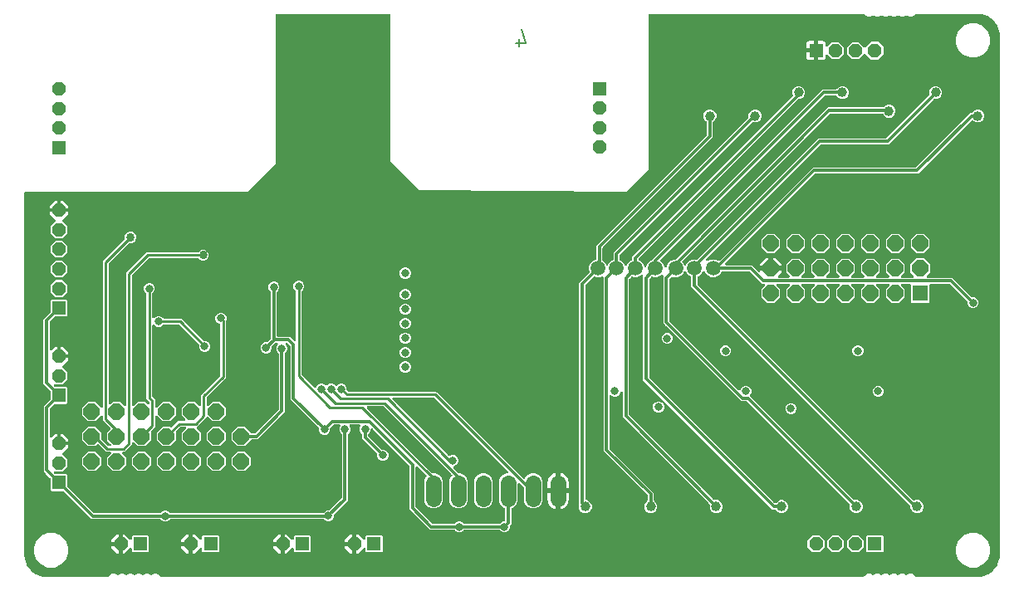
<source format=gbr>
G04 EAGLE Gerber RS-274X export*
G75*
%MOMM*%
%FSLAX34Y34*%
%LPD*%
%INBottom Copper*%
%IPPOS*%
%AMOC8*
5,1,8,0,0,1.08239X$1,22.5*%
G01*
%ADD10C,0.152400*%
%ADD11C,0.909600*%
%ADD12R,1.422400X1.422400*%
%ADD13P,1.539592X8X202.500000*%
%ADD14P,1.539592X8X22.500000*%
%ADD15P,1.759533X8X202.500000*%
%ADD16R,1.625600X1.625600*%
%ADD17P,1.759533X8X292.500000*%
%ADD18P,1.539592X8X112.500000*%
%ADD19P,1.759533X8X22.500000*%
%ADD20P,1.539592X8X292.500000*%
%ADD21C,1.625600*%
%ADD22C,0.808000*%
%ADD23C,0.304800*%
%ADD24C,0.279400*%
%ADD25C,1.508000*%
%ADD26C,1.008000*%
%ADD27C,0.858000*%

G36*
X87885Y2798D02*
X87885Y2798D01*
X87914Y2796D01*
X88042Y2818D01*
X88171Y2835D01*
X88198Y2845D01*
X88227Y2850D01*
X88346Y2904D01*
X88466Y2952D01*
X88490Y2969D01*
X88517Y2981D01*
X88619Y3062D01*
X88724Y3138D01*
X88743Y3161D01*
X88766Y3180D01*
X88844Y3283D01*
X88927Y3383D01*
X88939Y3410D01*
X88957Y3434D01*
X89028Y3578D01*
X89053Y3639D01*
X90611Y5197D01*
X92648Y6041D01*
X94852Y6041D01*
X96889Y5197D01*
X97103Y4983D01*
X97197Y4910D01*
X97286Y4831D01*
X97322Y4813D01*
X97354Y4788D01*
X97463Y4741D01*
X97569Y4687D01*
X97609Y4678D01*
X97646Y4662D01*
X97763Y4643D01*
X97879Y4617D01*
X97920Y4618D01*
X97960Y4612D01*
X98079Y4623D01*
X98197Y4627D01*
X98236Y4638D01*
X98276Y4642D01*
X98388Y4682D01*
X98503Y4715D01*
X98538Y4736D01*
X98576Y4749D01*
X98674Y4816D01*
X98777Y4877D01*
X98822Y4917D01*
X98839Y4928D01*
X98852Y4943D01*
X98898Y4983D01*
X99112Y5197D01*
X101148Y6041D01*
X103352Y6041D01*
X105389Y5197D01*
X105603Y4983D01*
X105697Y4910D01*
X105786Y4831D01*
X105822Y4813D01*
X105854Y4788D01*
X105963Y4741D01*
X106069Y4687D01*
X106109Y4678D01*
X106146Y4662D01*
X106263Y4643D01*
X106379Y4617D01*
X106420Y4618D01*
X106460Y4612D01*
X106579Y4623D01*
X106697Y4627D01*
X106736Y4638D01*
X106776Y4642D01*
X106889Y4682D01*
X107003Y4715D01*
X107038Y4736D01*
X107076Y4749D01*
X107174Y4816D01*
X107277Y4877D01*
X107322Y4917D01*
X107339Y4928D01*
X107352Y4943D01*
X107398Y4983D01*
X107612Y5197D01*
X109648Y6041D01*
X111852Y6041D01*
X113889Y5197D01*
X114103Y4983D01*
X114197Y4910D01*
X114286Y4831D01*
X114322Y4813D01*
X114354Y4788D01*
X114463Y4741D01*
X114569Y4687D01*
X114609Y4678D01*
X114646Y4662D01*
X114763Y4643D01*
X114880Y4617D01*
X114920Y4618D01*
X114960Y4612D01*
X115079Y4623D01*
X115197Y4627D01*
X115236Y4638D01*
X115276Y4642D01*
X115389Y4682D01*
X115503Y4715D01*
X115538Y4736D01*
X115576Y4749D01*
X115674Y4816D01*
X115777Y4877D01*
X115822Y4917D01*
X115839Y4928D01*
X115852Y4943D01*
X115898Y4983D01*
X116112Y5197D01*
X118148Y6041D01*
X120352Y6041D01*
X122389Y5197D01*
X122603Y4983D01*
X122697Y4910D01*
X122786Y4831D01*
X122822Y4813D01*
X122854Y4788D01*
X122963Y4741D01*
X123069Y4687D01*
X123109Y4678D01*
X123146Y4662D01*
X123263Y4643D01*
X123380Y4617D01*
X123420Y4618D01*
X123460Y4612D01*
X123579Y4623D01*
X123697Y4627D01*
X123736Y4638D01*
X123776Y4642D01*
X123889Y4682D01*
X124003Y4715D01*
X124038Y4736D01*
X124076Y4749D01*
X124174Y4816D01*
X124277Y4877D01*
X124322Y4917D01*
X124339Y4928D01*
X124352Y4943D01*
X124398Y4983D01*
X124612Y5197D01*
X126648Y6041D01*
X128852Y6041D01*
X130889Y5197D01*
X131103Y4983D01*
X131197Y4910D01*
X131286Y4831D01*
X131322Y4813D01*
X131354Y4788D01*
X131463Y4741D01*
X131569Y4687D01*
X131609Y4678D01*
X131646Y4662D01*
X131763Y4643D01*
X131880Y4617D01*
X131920Y4618D01*
X131960Y4612D01*
X132079Y4623D01*
X132197Y4627D01*
X132236Y4638D01*
X132276Y4642D01*
X132389Y4682D01*
X132503Y4715D01*
X132538Y4736D01*
X132576Y4749D01*
X132674Y4816D01*
X132777Y4877D01*
X132822Y4917D01*
X132839Y4928D01*
X132852Y4943D01*
X132898Y4983D01*
X133112Y5197D01*
X135148Y6041D01*
X137352Y6041D01*
X139389Y5197D01*
X140947Y3639D01*
X140972Y3578D01*
X140987Y3553D01*
X140996Y3525D01*
X141066Y3415D01*
X141130Y3302D01*
X141150Y3281D01*
X141166Y3256D01*
X141261Y3167D01*
X141351Y3074D01*
X141376Y3058D01*
X141398Y3038D01*
X141512Y2975D01*
X141622Y2907D01*
X141651Y2899D01*
X141676Y2884D01*
X141802Y2852D01*
X141926Y2814D01*
X141956Y2812D01*
X141984Y2805D01*
X142145Y2795D01*
X857855Y2795D01*
X857885Y2798D01*
X857914Y2796D01*
X858042Y2818D01*
X858171Y2835D01*
X858198Y2845D01*
X858227Y2850D01*
X858346Y2904D01*
X858466Y2952D01*
X858490Y2969D01*
X858517Y2981D01*
X858619Y3062D01*
X858724Y3138D01*
X858743Y3161D01*
X858766Y3180D01*
X858844Y3283D01*
X858927Y3383D01*
X858939Y3410D01*
X858957Y3434D01*
X859028Y3578D01*
X859053Y3639D01*
X860611Y5197D01*
X862648Y6041D01*
X864852Y6041D01*
X866889Y5197D01*
X867103Y4983D01*
X867197Y4910D01*
X867286Y4831D01*
X867322Y4813D01*
X867354Y4788D01*
X867463Y4741D01*
X867569Y4687D01*
X867609Y4678D01*
X867646Y4662D01*
X867763Y4643D01*
X867879Y4617D01*
X867920Y4618D01*
X867960Y4612D01*
X868079Y4623D01*
X868197Y4627D01*
X868236Y4638D01*
X868276Y4642D01*
X868388Y4682D01*
X868503Y4715D01*
X868538Y4736D01*
X868576Y4749D01*
X868674Y4816D01*
X868777Y4877D01*
X868822Y4917D01*
X868839Y4928D01*
X868852Y4943D01*
X868898Y4983D01*
X869112Y5197D01*
X871148Y6041D01*
X873352Y6041D01*
X875389Y5197D01*
X875603Y4983D01*
X875697Y4910D01*
X875786Y4831D01*
X875822Y4813D01*
X875854Y4788D01*
X875963Y4741D01*
X876069Y4687D01*
X876109Y4678D01*
X876146Y4662D01*
X876263Y4643D01*
X876379Y4617D01*
X876420Y4618D01*
X876460Y4612D01*
X876579Y4623D01*
X876697Y4627D01*
X876736Y4638D01*
X876776Y4642D01*
X876889Y4682D01*
X877003Y4715D01*
X877038Y4736D01*
X877076Y4749D01*
X877174Y4816D01*
X877277Y4877D01*
X877322Y4917D01*
X877339Y4928D01*
X877352Y4943D01*
X877398Y4983D01*
X877612Y5197D01*
X879648Y6041D01*
X881852Y6041D01*
X883889Y5197D01*
X884103Y4983D01*
X884197Y4910D01*
X884286Y4831D01*
X884322Y4813D01*
X884354Y4788D01*
X884463Y4741D01*
X884569Y4687D01*
X884609Y4678D01*
X884646Y4662D01*
X884763Y4643D01*
X884880Y4617D01*
X884920Y4618D01*
X884960Y4612D01*
X885079Y4623D01*
X885197Y4627D01*
X885236Y4638D01*
X885276Y4642D01*
X885389Y4682D01*
X885503Y4715D01*
X885538Y4736D01*
X885576Y4749D01*
X885674Y4816D01*
X885777Y4877D01*
X885822Y4917D01*
X885839Y4928D01*
X885852Y4943D01*
X885898Y4983D01*
X886112Y5197D01*
X888148Y6041D01*
X890352Y6041D01*
X892389Y5197D01*
X892603Y4983D01*
X892697Y4910D01*
X892786Y4831D01*
X892822Y4813D01*
X892854Y4788D01*
X892963Y4741D01*
X893069Y4687D01*
X893109Y4678D01*
X893146Y4662D01*
X893263Y4643D01*
X893380Y4617D01*
X893420Y4618D01*
X893460Y4612D01*
X893579Y4623D01*
X893697Y4627D01*
X893736Y4638D01*
X893776Y4642D01*
X893889Y4682D01*
X894003Y4715D01*
X894038Y4736D01*
X894076Y4749D01*
X894174Y4816D01*
X894277Y4877D01*
X894322Y4917D01*
X894339Y4928D01*
X894352Y4943D01*
X894398Y4983D01*
X894612Y5197D01*
X896648Y6041D01*
X898852Y6041D01*
X900889Y5197D01*
X901103Y4983D01*
X901197Y4910D01*
X901286Y4831D01*
X901322Y4813D01*
X901354Y4788D01*
X901463Y4741D01*
X901569Y4687D01*
X901609Y4678D01*
X901646Y4662D01*
X901763Y4643D01*
X901880Y4617D01*
X901920Y4618D01*
X901960Y4612D01*
X902079Y4623D01*
X902197Y4627D01*
X902236Y4638D01*
X902276Y4642D01*
X902389Y4682D01*
X902503Y4715D01*
X902538Y4736D01*
X902576Y4749D01*
X902674Y4816D01*
X902777Y4877D01*
X902822Y4917D01*
X902839Y4928D01*
X902852Y4943D01*
X902898Y4983D01*
X903112Y5197D01*
X905148Y6041D01*
X907352Y6041D01*
X909389Y5197D01*
X910947Y3639D01*
X910972Y3578D01*
X910987Y3553D01*
X910996Y3525D01*
X911066Y3415D01*
X911130Y3302D01*
X911150Y3281D01*
X911166Y3256D01*
X911261Y3167D01*
X911351Y3074D01*
X911376Y3058D01*
X911398Y3038D01*
X911512Y2975D01*
X911622Y2907D01*
X911651Y2899D01*
X911676Y2884D01*
X911802Y2852D01*
X911926Y2814D01*
X911956Y2812D01*
X911984Y2805D01*
X912145Y2795D01*
X975000Y2795D01*
X975022Y2797D01*
X975100Y2799D01*
X978375Y3056D01*
X978442Y3070D01*
X978511Y3075D01*
X978667Y3115D01*
X984897Y5139D01*
X985004Y5189D01*
X985115Y5233D01*
X985166Y5265D01*
X985185Y5274D01*
X985200Y5287D01*
X985251Y5319D01*
X990550Y9169D01*
X990637Y9250D01*
X990728Y9326D01*
X990767Y9373D01*
X990782Y9387D01*
X990793Y9404D01*
X990831Y9450D01*
X994681Y14749D01*
X994698Y14781D01*
X994720Y14807D01*
X994752Y14874D01*
X994802Y14953D01*
X994824Y15010D01*
X994834Y15028D01*
X994839Y15048D01*
X994861Y15103D01*
X996885Y21333D01*
X996898Y21401D01*
X996921Y21466D01*
X996944Y21625D01*
X997201Y24900D01*
X997200Y24922D01*
X997205Y25000D01*
X997205Y555000D01*
X997203Y555022D01*
X997201Y555100D01*
X996944Y558375D01*
X996930Y558442D01*
X996925Y558511D01*
X996885Y558667D01*
X994861Y564897D01*
X994811Y565004D01*
X994767Y565115D01*
X994735Y565166D01*
X994726Y565185D01*
X994713Y565200D01*
X994681Y565251D01*
X990831Y570550D01*
X990750Y570637D01*
X990674Y570728D01*
X990627Y570767D01*
X990613Y570782D01*
X990596Y570793D01*
X990550Y570831D01*
X985251Y574681D01*
X985147Y574738D01*
X985047Y574802D01*
X984990Y574824D01*
X984972Y574834D01*
X984952Y574839D01*
X984897Y574861D01*
X978667Y576885D01*
X978600Y576898D01*
X978534Y576921D01*
X978375Y576944D01*
X975100Y577201D01*
X975078Y577200D01*
X975000Y577205D01*
X912145Y577205D01*
X912116Y577202D01*
X912086Y577204D01*
X911958Y577182D01*
X911829Y577165D01*
X911802Y577155D01*
X911773Y577150D01*
X911654Y577096D01*
X911534Y577048D01*
X911510Y577031D01*
X911483Y577019D01*
X911381Y576938D01*
X911276Y576862D01*
X911258Y576839D01*
X911235Y576820D01*
X911156Y576717D01*
X911074Y576617D01*
X911061Y576590D01*
X911043Y576566D01*
X910972Y576422D01*
X910947Y576361D01*
X909389Y574803D01*
X907352Y573959D01*
X905148Y573959D01*
X903112Y574803D01*
X902898Y575017D01*
X902803Y575090D01*
X902714Y575168D01*
X902678Y575187D01*
X902646Y575212D01*
X902537Y575259D01*
X902431Y575313D01*
X902392Y575322D01*
X902355Y575338D01*
X902237Y575357D01*
X902121Y575383D01*
X902080Y575382D01*
X902040Y575388D01*
X901922Y575377D01*
X901803Y575373D01*
X901764Y575362D01*
X901724Y575358D01*
X901612Y575318D01*
X901497Y575285D01*
X901463Y575264D01*
X901425Y575250D01*
X901326Y575184D01*
X901224Y575123D01*
X901178Y575083D01*
X901161Y575072D01*
X901148Y575057D01*
X901103Y575017D01*
X900889Y574803D01*
X898852Y573959D01*
X896648Y573959D01*
X894612Y574803D01*
X894398Y575017D01*
X894303Y575090D01*
X894214Y575168D01*
X894178Y575187D01*
X894146Y575212D01*
X894037Y575259D01*
X893931Y575313D01*
X893892Y575322D01*
X893855Y575338D01*
X893737Y575357D01*
X893621Y575383D01*
X893580Y575382D01*
X893540Y575388D01*
X893422Y575377D01*
X893303Y575373D01*
X893264Y575362D01*
X893224Y575358D01*
X893112Y575318D01*
X892997Y575285D01*
X892963Y575264D01*
X892925Y575250D01*
X892826Y575184D01*
X892723Y575123D01*
X892678Y575083D01*
X892661Y575072D01*
X892648Y575057D01*
X892603Y575017D01*
X892389Y574803D01*
X890352Y573959D01*
X888148Y573959D01*
X886112Y574803D01*
X885898Y575017D01*
X885803Y575090D01*
X885714Y575168D01*
X885678Y575187D01*
X885646Y575212D01*
X885537Y575259D01*
X885431Y575313D01*
X885392Y575322D01*
X885354Y575338D01*
X885237Y575357D01*
X885121Y575383D01*
X885080Y575382D01*
X885040Y575388D01*
X884922Y575377D01*
X884803Y575373D01*
X884764Y575362D01*
X884724Y575358D01*
X884612Y575318D01*
X884497Y575285D01*
X884463Y575264D01*
X884424Y575250D01*
X884326Y575184D01*
X884223Y575123D01*
X884178Y575083D01*
X884161Y575072D01*
X884148Y575057D01*
X884103Y575017D01*
X883889Y574803D01*
X881852Y573959D01*
X879648Y573959D01*
X877612Y574803D01*
X877398Y575017D01*
X877303Y575090D01*
X877214Y575168D01*
X877178Y575187D01*
X877146Y575212D01*
X877037Y575259D01*
X876931Y575313D01*
X876892Y575322D01*
X876854Y575338D01*
X876737Y575357D01*
X876621Y575383D01*
X876580Y575382D01*
X876540Y575388D01*
X876422Y575377D01*
X876303Y575373D01*
X876264Y575362D01*
X876224Y575358D01*
X876112Y575318D01*
X875997Y575285D01*
X875963Y575264D01*
X875924Y575250D01*
X875826Y575184D01*
X875723Y575123D01*
X875678Y575083D01*
X875661Y575072D01*
X875648Y575057D01*
X875603Y575017D01*
X875389Y574803D01*
X873352Y573959D01*
X871148Y573959D01*
X869112Y574803D01*
X868898Y575017D01*
X868803Y575090D01*
X868714Y575168D01*
X868678Y575187D01*
X868646Y575212D01*
X868537Y575259D01*
X868431Y575313D01*
X868392Y575322D01*
X868354Y575338D01*
X868237Y575357D01*
X868121Y575383D01*
X868080Y575382D01*
X868040Y575388D01*
X867922Y575377D01*
X867803Y575373D01*
X867764Y575362D01*
X867724Y575358D01*
X867612Y575318D01*
X867497Y575285D01*
X867463Y575264D01*
X867424Y575250D01*
X867326Y575184D01*
X867223Y575123D01*
X867178Y575083D01*
X867161Y575072D01*
X867148Y575057D01*
X867103Y575017D01*
X866889Y574803D01*
X864852Y573959D01*
X862648Y573959D01*
X860611Y574803D01*
X859053Y576361D01*
X859028Y576422D01*
X859013Y576447D01*
X859004Y576475D01*
X858935Y576585D01*
X858870Y576698D01*
X858850Y576719D01*
X858834Y576744D01*
X858739Y576833D01*
X858649Y576926D01*
X858624Y576942D01*
X858602Y576962D01*
X858489Y577025D01*
X858378Y577093D01*
X858350Y577101D01*
X858324Y577116D01*
X858198Y577148D01*
X858074Y577186D01*
X858044Y577188D01*
X858016Y577195D01*
X857855Y577205D01*
X640556Y577205D01*
X640438Y577190D01*
X640319Y577183D01*
X640281Y577170D01*
X640241Y577165D01*
X640130Y577122D01*
X640017Y577085D01*
X639983Y577063D01*
X639945Y577048D01*
X639849Y576979D01*
X639748Y576915D01*
X639720Y576885D01*
X639688Y576862D01*
X639612Y576770D01*
X639530Y576683D01*
X639511Y576648D01*
X639485Y576617D01*
X639434Y576509D01*
X639377Y576405D01*
X639367Y576365D01*
X639349Y576329D01*
X639327Y576212D01*
X639297Y576097D01*
X639293Y576037D01*
X639290Y576017D01*
X639291Y575996D01*
X639287Y575936D01*
X639287Y418832D01*
X616222Y395767D01*
X405503Y397186D01*
X375919Y426770D01*
X375919Y575936D01*
X375904Y576054D01*
X375897Y576173D01*
X375884Y576211D01*
X375879Y576252D01*
X375836Y576362D01*
X375799Y576475D01*
X375777Y576510D01*
X375762Y576547D01*
X375693Y576643D01*
X375629Y576744D01*
X375599Y576772D01*
X375576Y576805D01*
X375484Y576881D01*
X375397Y576962D01*
X375362Y576982D01*
X375331Y577007D01*
X375223Y577058D01*
X375119Y577116D01*
X375079Y577126D01*
X375043Y577143D01*
X374926Y577165D01*
X374811Y577195D01*
X374751Y577199D01*
X374731Y577203D01*
X374710Y577201D01*
X374650Y577205D01*
X260350Y577205D01*
X260232Y577190D01*
X260113Y577183D01*
X260075Y577170D01*
X260034Y577165D01*
X259924Y577122D01*
X259811Y577085D01*
X259776Y577063D01*
X259739Y577048D01*
X259643Y576979D01*
X259542Y576915D01*
X259514Y576885D01*
X259481Y576862D01*
X259406Y576770D01*
X259324Y576683D01*
X259304Y576648D01*
X259279Y576617D01*
X259228Y576509D01*
X259170Y576405D01*
X259160Y576365D01*
X259143Y576329D01*
X259121Y576212D01*
X259091Y576097D01*
X259087Y576037D01*
X259083Y576017D01*
X259085Y575996D01*
X259081Y575936D01*
X259081Y424388D01*
X230456Y395763D01*
X14361Y395763D01*
X14356Y395762D01*
X14346Y395763D01*
X4049Y395643D01*
X3939Y395628D01*
X3827Y395621D01*
X3782Y395606D01*
X3734Y395600D01*
X3631Y395557D01*
X3525Y395523D01*
X3484Y395497D01*
X3440Y395479D01*
X3350Y395413D01*
X3256Y395353D01*
X3223Y395318D01*
X3185Y395289D01*
X3115Y395203D01*
X3038Y395121D01*
X3015Y395079D01*
X2985Y395042D01*
X2938Y394940D01*
X2884Y394843D01*
X2872Y394796D01*
X2853Y394753D01*
X2833Y394643D01*
X2805Y394535D01*
X2800Y394461D01*
X2796Y394440D01*
X2798Y394422D01*
X2795Y394374D01*
X2795Y25000D01*
X2797Y24978D01*
X2799Y24900D01*
X3056Y21625D01*
X3070Y21558D01*
X3075Y21489D01*
X3115Y21333D01*
X5139Y15103D01*
X5183Y15009D01*
X5203Y14948D01*
X5217Y14925D01*
X5233Y14885D01*
X5265Y14834D01*
X5274Y14815D01*
X5287Y14800D01*
X5319Y14749D01*
X9169Y9450D01*
X9250Y9363D01*
X9326Y9272D01*
X9373Y9233D01*
X9387Y9218D01*
X9404Y9207D01*
X9450Y9169D01*
X14749Y5319D01*
X14853Y5262D01*
X14953Y5198D01*
X15010Y5176D01*
X15028Y5166D01*
X15048Y5161D01*
X15103Y5139D01*
X21333Y3115D01*
X21401Y3102D01*
X21466Y3079D01*
X21625Y3056D01*
X24900Y2799D01*
X24922Y2800D01*
X25000Y2795D01*
X87855Y2795D01*
X87885Y2798D01*
G37*
%LPC*%
G36*
X573369Y68048D02*
X573369Y68048D01*
X570956Y69047D01*
X569110Y70894D01*
X568110Y73307D01*
X568110Y75918D01*
X568355Y76508D01*
X568357Y76517D01*
X568362Y76525D01*
X568399Y76670D01*
X568439Y76815D01*
X568439Y76824D01*
X568441Y76833D01*
X568451Y76994D01*
X568451Y302888D01*
X570609Y305045D01*
X578575Y313011D01*
X578593Y313035D01*
X578615Y313054D01*
X578690Y313160D01*
X578770Y313262D01*
X578781Y313290D01*
X578798Y313314D01*
X578844Y313435D01*
X578896Y313554D01*
X578901Y313584D01*
X578911Y313611D01*
X578925Y313740D01*
X578946Y313868D01*
X578943Y313898D01*
X578946Y313927D01*
X578928Y314056D01*
X578916Y314185D01*
X578906Y314213D01*
X578902Y314242D01*
X578850Y314394D01*
X578310Y315697D01*
X578310Y319303D01*
X579690Y322635D01*
X582240Y325185D01*
X585130Y326382D01*
X585156Y326396D01*
X585184Y326406D01*
X585294Y326475D01*
X585406Y326539D01*
X585428Y326560D01*
X585453Y326576D01*
X585542Y326670D01*
X585635Y326761D01*
X585650Y326786D01*
X585671Y326807D01*
X585733Y326921D01*
X585801Y327032D01*
X585810Y327060D01*
X585824Y327086D01*
X585857Y327212D01*
X585895Y327336D01*
X585896Y327365D01*
X585904Y327394D01*
X585914Y327554D01*
X585914Y340988D01*
X698255Y453329D01*
X698315Y453407D01*
X698383Y453479D01*
X698412Y453532D01*
X698449Y453580D01*
X698489Y453671D01*
X698537Y453757D01*
X698552Y453816D01*
X698576Y453872D01*
X698591Y453970D01*
X698616Y454065D01*
X698622Y454165D01*
X698626Y454186D01*
X698624Y454198D01*
X698626Y454226D01*
X698626Y466384D01*
X698623Y466414D01*
X698625Y466443D01*
X698603Y466571D01*
X698586Y466700D01*
X698576Y466727D01*
X698570Y466756D01*
X698517Y466875D01*
X698469Y466995D01*
X698452Y467019D01*
X698440Y467046D01*
X698359Y467148D01*
X698283Y467253D01*
X698260Y467272D01*
X698241Y467295D01*
X698138Y467373D01*
X698038Y467456D01*
X698011Y467468D01*
X697987Y467486D01*
X697973Y467493D01*
X696110Y469356D01*
X695110Y471769D01*
X695110Y474381D01*
X696110Y476794D01*
X697956Y478640D01*
X700369Y479640D01*
X702981Y479640D01*
X705394Y478640D01*
X707240Y476794D01*
X708240Y474381D01*
X708240Y471769D01*
X707240Y469356D01*
X705354Y467470D01*
X705344Y467464D01*
X705231Y467399D01*
X705210Y467379D01*
X705185Y467363D01*
X705096Y467268D01*
X705003Y467178D01*
X704987Y467153D01*
X704967Y467131D01*
X704904Y467018D01*
X704836Y466907D01*
X704828Y466879D01*
X704813Y466853D01*
X704781Y466727D01*
X704743Y466603D01*
X704741Y466574D01*
X704734Y466545D01*
X704724Y466384D01*
X704724Y451175D01*
X592383Y338834D01*
X592322Y338756D01*
X592254Y338684D01*
X592225Y338631D01*
X592188Y338583D01*
X592149Y338492D01*
X592101Y338405D01*
X592086Y338346D01*
X592062Y338291D01*
X592046Y338193D01*
X592021Y338097D01*
X592015Y337997D01*
X592012Y337977D01*
X592013Y337964D01*
X592011Y337936D01*
X592011Y326209D01*
X592024Y326111D01*
X592027Y326012D01*
X592043Y325953D01*
X592051Y325893D01*
X592088Y325801D01*
X592115Y325706D01*
X592146Y325654D01*
X592168Y325598D01*
X592226Y325518D01*
X592277Y325432D01*
X592343Y325357D01*
X592355Y325340D01*
X592364Y325333D01*
X592383Y325311D01*
X595060Y322635D01*
X595727Y321023D01*
X595796Y320902D01*
X595861Y320779D01*
X595875Y320764D01*
X595885Y320747D01*
X595982Y320647D01*
X596075Y320544D01*
X596092Y320533D01*
X596106Y320518D01*
X596224Y320446D01*
X596341Y320369D01*
X596360Y320363D01*
X596377Y320352D01*
X596510Y320311D01*
X596642Y320266D01*
X596662Y320264D01*
X596681Y320258D01*
X596820Y320252D01*
X596959Y320241D01*
X596979Y320244D01*
X596999Y320243D01*
X597135Y320271D01*
X597272Y320295D01*
X597291Y320303D01*
X597310Y320307D01*
X597435Y320369D01*
X597562Y320426D01*
X597578Y320438D01*
X597596Y320447D01*
X597702Y320537D01*
X597810Y320624D01*
X597823Y320640D01*
X597838Y320654D01*
X597918Y320767D01*
X598002Y320878D01*
X598014Y320904D01*
X598021Y320914D01*
X598028Y320933D01*
X598073Y321023D01*
X598740Y322635D01*
X601290Y325185D01*
X602593Y325724D01*
X602618Y325739D01*
X602646Y325748D01*
X602756Y325817D01*
X602869Y325882D01*
X602890Y325902D01*
X602915Y325918D01*
X603004Y326013D01*
X603097Y326103D01*
X603113Y326128D01*
X603133Y326150D01*
X603196Y326263D01*
X603264Y326374D01*
X603272Y326402D01*
X603287Y326428D01*
X603319Y326554D01*
X603357Y326678D01*
X603359Y326708D01*
X603366Y326736D01*
X603376Y326897D01*
X603376Y333737D01*
X740776Y471136D01*
X740837Y471215D01*
X740905Y471287D01*
X740934Y471340D01*
X740971Y471388D01*
X741010Y471479D01*
X741058Y471565D01*
X741073Y471624D01*
X741097Y471679D01*
X741113Y471777D01*
X741138Y471873D01*
X741144Y471973D01*
X741147Y471994D01*
X741146Y472006D01*
X741148Y472034D01*
X741148Y474381D01*
X742147Y476794D01*
X743994Y478640D01*
X746407Y479640D01*
X749018Y479640D01*
X751431Y478640D01*
X753278Y476794D01*
X754277Y474381D01*
X754277Y471769D01*
X753278Y469356D01*
X751431Y467510D01*
X749018Y466510D01*
X746407Y466510D01*
X746035Y466664D01*
X746007Y466672D01*
X745980Y466685D01*
X745854Y466714D01*
X745728Y466748D01*
X745699Y466749D01*
X745670Y466755D01*
X745540Y466751D01*
X745410Y466753D01*
X745382Y466746D01*
X745352Y466745D01*
X745227Y466709D01*
X745101Y466679D01*
X745075Y466665D01*
X745047Y466657D01*
X744935Y466591D01*
X744820Y466530D01*
X744798Y466510D01*
X744773Y466495D01*
X744652Y466389D01*
X609845Y331583D01*
X609785Y331504D01*
X609717Y331432D01*
X609688Y331379D01*
X609651Y331331D01*
X609611Y331240D01*
X609563Y331154D01*
X609548Y331095D01*
X609524Y331040D01*
X609509Y330942D01*
X609484Y330846D01*
X609478Y330746D01*
X609474Y330725D01*
X609476Y330713D01*
X609474Y330685D01*
X609474Y326897D01*
X609477Y326868D01*
X609475Y326838D01*
X609497Y326710D01*
X609514Y326581D01*
X609524Y326554D01*
X609529Y326525D01*
X609583Y326406D01*
X609631Y326286D01*
X609648Y326262D01*
X609660Y326235D01*
X609741Y326133D01*
X609817Y326028D01*
X609840Y326009D01*
X609859Y325986D01*
X609962Y325908D01*
X610062Y325825D01*
X610089Y325813D01*
X610113Y325795D01*
X610257Y325724D01*
X611560Y325185D01*
X614110Y322635D01*
X614777Y321023D01*
X614846Y320902D01*
X614911Y320779D01*
X614925Y320764D01*
X614935Y320747D01*
X615032Y320647D01*
X615125Y320544D01*
X615142Y320533D01*
X615156Y320518D01*
X615274Y320446D01*
X615391Y320369D01*
X615410Y320363D01*
X615427Y320352D01*
X615560Y320311D01*
X615692Y320266D01*
X615712Y320264D01*
X615731Y320258D01*
X615870Y320252D01*
X616009Y320241D01*
X616029Y320244D01*
X616049Y320243D01*
X616185Y320271D01*
X616322Y320295D01*
X616341Y320303D01*
X616360Y320308D01*
X616485Y320369D01*
X616612Y320426D01*
X616628Y320438D01*
X616646Y320447D01*
X616752Y320538D01*
X616860Y320624D01*
X616873Y320640D01*
X616888Y320654D01*
X616968Y320767D01*
X617052Y320878D01*
X617064Y320904D01*
X617071Y320914D01*
X617078Y320933D01*
X617123Y321023D01*
X617790Y322635D01*
X620340Y325185D01*
X621643Y325724D01*
X621668Y325739D01*
X621696Y325748D01*
X621806Y325817D01*
X621919Y325882D01*
X621940Y325902D01*
X621965Y325918D01*
X622054Y326013D01*
X622147Y326103D01*
X622163Y326128D01*
X622183Y326150D01*
X622246Y326263D01*
X622314Y326374D01*
X622322Y326402D01*
X622337Y326428D01*
X622369Y326554D01*
X622407Y326678D01*
X622409Y326708D01*
X622416Y326736D01*
X622426Y326897D01*
X622426Y329376D01*
X785887Y492837D01*
X785905Y492860D01*
X785927Y492879D01*
X786002Y492985D01*
X786082Y493088D01*
X786093Y493115D01*
X786110Y493139D01*
X786156Y493261D01*
X786208Y493380D01*
X786213Y493409D01*
X786223Y493437D01*
X786237Y493566D01*
X786258Y493694D01*
X786255Y493723D01*
X786258Y493753D01*
X786240Y493881D01*
X786228Y494011D01*
X786218Y494038D01*
X786214Y494068D01*
X786162Y494220D01*
X785598Y495582D01*
X785598Y498193D01*
X786597Y500606D01*
X788444Y502453D01*
X790857Y503452D01*
X793468Y503452D01*
X795881Y502453D01*
X797728Y500606D01*
X798727Y498193D01*
X798727Y495582D01*
X797728Y493169D01*
X795881Y491322D01*
X793468Y490323D01*
X792522Y490323D01*
X792423Y490310D01*
X792324Y490307D01*
X792266Y490291D01*
X792206Y490283D01*
X792114Y490246D01*
X792019Y490219D01*
X791967Y490188D01*
X791910Y490166D01*
X791830Y490108D01*
X791745Y490057D01*
X791670Y489991D01*
X791653Y489979D01*
X791645Y489970D01*
X791624Y489951D01*
X629300Y327627D01*
X629269Y327588D01*
X629233Y327554D01*
X629172Y327462D01*
X629105Y327376D01*
X629085Y327330D01*
X629058Y327288D01*
X629022Y327185D01*
X628979Y327084D01*
X628971Y327035D01*
X628955Y326988D01*
X628946Y326878D01*
X628929Y326770D01*
X628933Y326720D01*
X628930Y326671D01*
X628948Y326563D01*
X628959Y326453D01*
X628975Y326406D01*
X628984Y326357D01*
X629029Y326257D01*
X629066Y326154D01*
X629094Y326113D01*
X629114Y326067D01*
X629183Y325981D01*
X629245Y325891D01*
X629282Y325858D01*
X629313Y325819D01*
X629401Y325753D01*
X629483Y325680D01*
X629527Y325657D01*
X629567Y325628D01*
X629712Y325557D01*
X630610Y325185D01*
X633160Y322635D01*
X634621Y319107D01*
X634690Y318986D01*
X634755Y318863D01*
X634769Y318848D01*
X634779Y318830D01*
X634875Y318730D01*
X634969Y318628D01*
X634986Y318616D01*
X635000Y318602D01*
X635118Y318529D01*
X635235Y318453D01*
X635254Y318446D01*
X635271Y318436D01*
X635404Y318395D01*
X635535Y318350D01*
X635556Y318348D01*
X635575Y318342D01*
X635713Y318335D01*
X635852Y318324D01*
X635873Y318328D01*
X635893Y318327D01*
X636028Y318355D01*
X636166Y318379D01*
X636184Y318387D01*
X636204Y318391D01*
X636329Y318453D01*
X636456Y318509D01*
X636472Y318522D01*
X636490Y318531D01*
X636596Y318622D01*
X636704Y318708D01*
X636716Y318724D01*
X636732Y318737D01*
X636812Y318851D01*
X636895Y318962D01*
X636908Y318987D01*
X636915Y318997D01*
X636922Y319017D01*
X636966Y319107D01*
X638428Y322635D01*
X640978Y325185D01*
X642280Y325724D01*
X642306Y325739D01*
X642334Y325748D01*
X642444Y325817D01*
X642556Y325882D01*
X642578Y325902D01*
X642603Y325918D01*
X642692Y326013D01*
X642785Y326103D01*
X642800Y326128D01*
X642821Y326150D01*
X642883Y326263D01*
X642951Y326374D01*
X642960Y326402D01*
X642974Y326428D01*
X643007Y326554D01*
X643045Y326678D01*
X643045Y326681D01*
X816300Y499936D01*
X829922Y499936D01*
X829951Y499940D01*
X829981Y499938D01*
X830108Y499960D01*
X830237Y499976D01*
X830265Y499987D01*
X830294Y499992D01*
X830412Y500045D01*
X830533Y500093D01*
X830557Y500111D01*
X830584Y500123D01*
X830685Y500204D01*
X830790Y500280D01*
X830809Y500303D01*
X830832Y500321D01*
X830910Y500425D01*
X830993Y500525D01*
X831006Y500552D01*
X831023Y500575D01*
X831030Y500589D01*
X832894Y502453D01*
X835307Y503452D01*
X837918Y503452D01*
X840331Y502453D01*
X842178Y500606D01*
X843177Y498193D01*
X843177Y495582D01*
X842178Y493169D01*
X840331Y491322D01*
X837918Y490323D01*
X835307Y490323D01*
X832894Y491322D01*
X831007Y493209D01*
X831001Y493219D01*
X830937Y493331D01*
X830916Y493353D01*
X830900Y493378D01*
X830806Y493467D01*
X830716Y493560D01*
X830690Y493575D01*
X830669Y493596D01*
X830555Y493658D01*
X830444Y493726D01*
X830416Y493735D01*
X830390Y493749D01*
X830265Y493782D01*
X830141Y493820D01*
X830111Y493821D01*
X830082Y493829D01*
X829922Y493839D01*
X819351Y493839D01*
X819253Y493826D01*
X819154Y493823D01*
X819096Y493807D01*
X819036Y493799D01*
X818943Y493762D01*
X818848Y493735D01*
X818796Y493704D01*
X818740Y493682D01*
X818660Y493624D01*
X818574Y493573D01*
X818499Y493507D01*
X818483Y493495D01*
X818475Y493486D01*
X818454Y493467D01*
X651607Y326620D01*
X651534Y326526D01*
X651455Y326437D01*
X651437Y326401D01*
X651412Y326369D01*
X651364Y326259D01*
X651310Y326154D01*
X651302Y326114D01*
X651285Y326077D01*
X651267Y325959D01*
X651241Y325843D01*
X651242Y325803D01*
X651236Y325763D01*
X651247Y325644D01*
X651250Y325525D01*
X651262Y325487D01*
X651265Y325446D01*
X651306Y325334D01*
X651339Y325220D01*
X651359Y325185D01*
X651373Y325147D01*
X651440Y325048D01*
X651500Y324946D01*
X651540Y324901D01*
X651552Y324884D01*
X651567Y324870D01*
X651607Y324825D01*
X653797Y322635D01*
X655259Y319107D01*
X655327Y318986D01*
X655393Y318863D01*
X655406Y318848D01*
X655416Y318830D01*
X655513Y318730D01*
X655606Y318628D01*
X655623Y318617D01*
X655637Y318602D01*
X655756Y318529D01*
X655872Y318453D01*
X655891Y318446D01*
X655909Y318436D01*
X656041Y318395D01*
X656173Y318350D01*
X656193Y318348D01*
X656213Y318342D01*
X656351Y318335D01*
X656490Y318324D01*
X656510Y318328D01*
X656530Y318327D01*
X656666Y318355D01*
X656803Y318379D01*
X656822Y318387D01*
X656842Y318391D01*
X656967Y318453D01*
X657093Y318509D01*
X657109Y318522D01*
X657127Y318531D01*
X657233Y318621D01*
X657342Y318708D01*
X657354Y318724D01*
X657369Y318737D01*
X657449Y318851D01*
X657533Y318962D01*
X657545Y318987D01*
X657552Y318997D01*
X657560Y319017D01*
X657604Y319107D01*
X659065Y322635D01*
X661615Y325185D01*
X664947Y326565D01*
X666215Y326565D01*
X666313Y326577D01*
X666412Y326580D01*
X666470Y326597D01*
X666530Y326605D01*
X666623Y326641D01*
X666718Y326669D01*
X666770Y326699D01*
X666826Y326722D01*
X666906Y326780D01*
X666992Y326830D01*
X667067Y326896D01*
X667084Y326908D01*
X667091Y326918D01*
X667112Y326936D01*
X821912Y481736D01*
X878326Y481736D01*
X878424Y481748D01*
X878523Y481751D01*
X878581Y481768D01*
X878642Y481776D01*
X878734Y481812D01*
X878829Y481840D01*
X878881Y481870D01*
X878937Y481893D01*
X879017Y481951D01*
X879103Y482001D01*
X879178Y482067D01*
X879195Y482079D01*
X879202Y482089D01*
X879224Y482107D01*
X880519Y483403D01*
X882932Y484402D01*
X885543Y484402D01*
X887956Y483403D01*
X889803Y481556D01*
X890802Y479143D01*
X890802Y476532D01*
X889803Y474119D01*
X887956Y472272D01*
X885543Y471273D01*
X882932Y471273D01*
X880519Y472272D01*
X878672Y474119D01*
X878367Y474855D01*
X878353Y474880D01*
X878344Y474908D01*
X878274Y475018D01*
X878210Y475131D01*
X878189Y475152D01*
X878174Y475177D01*
X878079Y475266D01*
X877989Y475359D01*
X877963Y475375D01*
X877942Y475395D01*
X877828Y475458D01*
X877717Y475526D01*
X877689Y475534D01*
X877663Y475549D01*
X877538Y475581D01*
X877414Y475619D01*
X877384Y475621D01*
X877355Y475628D01*
X877195Y475638D01*
X824963Y475638D01*
X824865Y475626D01*
X824766Y475623D01*
X824708Y475606D01*
X824648Y475598D01*
X824555Y475562D01*
X824460Y475534D01*
X824408Y475504D01*
X824352Y475481D01*
X824272Y475423D01*
X824186Y475373D01*
X824111Y475307D01*
X824095Y475295D01*
X824087Y475285D01*
X824066Y475267D01*
X673832Y325033D01*
X673759Y324939D01*
X673680Y324849D01*
X673662Y324813D01*
X673637Y324781D01*
X673589Y324672D01*
X673535Y324566D01*
X673527Y324527D01*
X673510Y324490D01*
X673492Y324372D01*
X673466Y324256D01*
X673467Y324215D01*
X673461Y324175D01*
X673472Y324057D01*
X673475Y323938D01*
X673487Y323899D01*
X673490Y323859D01*
X673531Y323747D01*
X673564Y323632D01*
X673584Y323598D01*
X673598Y323560D01*
X673665Y323461D01*
X673725Y323359D01*
X673765Y323313D01*
X673777Y323296D01*
X673792Y323283D01*
X673832Y323238D01*
X674435Y322635D01*
X675102Y321023D01*
X675171Y320902D01*
X675236Y320779D01*
X675250Y320764D01*
X675260Y320747D01*
X675357Y320647D01*
X675450Y320544D01*
X675467Y320533D01*
X675481Y320518D01*
X675600Y320445D01*
X675716Y320369D01*
X675735Y320363D01*
X675752Y320352D01*
X675885Y320311D01*
X676017Y320266D01*
X676037Y320264D01*
X676056Y320258D01*
X676195Y320252D01*
X676334Y320241D01*
X676354Y320244D01*
X676374Y320243D01*
X676510Y320271D01*
X676647Y320295D01*
X676666Y320303D01*
X676685Y320308D01*
X676811Y320369D01*
X676937Y320426D01*
X676953Y320438D01*
X676971Y320447D01*
X677077Y320537D01*
X677185Y320624D01*
X677198Y320640D01*
X677213Y320654D01*
X677293Y320767D01*
X677377Y320878D01*
X677389Y320904D01*
X677396Y320914D01*
X677403Y320933D01*
X677448Y321023D01*
X678115Y322635D01*
X680665Y325185D01*
X683997Y326565D01*
X687603Y326565D01*
X687783Y326490D01*
X687812Y326482D01*
X687838Y326469D01*
X687964Y326441D01*
X688090Y326406D01*
X688119Y326406D01*
X688148Y326399D01*
X688278Y326403D01*
X688408Y326401D01*
X688436Y326408D01*
X688466Y326409D01*
X688591Y326445D01*
X688717Y326475D01*
X688743Y326489D01*
X688771Y326497D01*
X688883Y326563D01*
X688998Y326624D01*
X689020Y326644D01*
X689045Y326659D01*
X689166Y326765D01*
X812577Y450176D01*
X880813Y450176D01*
X880911Y450189D01*
X881010Y450192D01*
X881068Y450208D01*
X881128Y450216D01*
X881221Y450253D01*
X881316Y450280D01*
X881368Y450311D01*
X881424Y450333D01*
X881504Y450391D01*
X881590Y450442D01*
X881665Y450508D01*
X881681Y450520D01*
X881689Y450529D01*
X881710Y450548D01*
X925122Y493959D01*
X925140Y493983D01*
X925162Y494002D01*
X925237Y494108D01*
X925317Y494211D01*
X925328Y494238D01*
X925345Y494262D01*
X925391Y494383D01*
X925443Y494502D01*
X925448Y494532D01*
X925458Y494559D01*
X925472Y494688D01*
X925493Y494816D01*
X925490Y494846D01*
X925493Y494875D01*
X925475Y495004D01*
X925463Y495133D01*
X925453Y495161D01*
X925449Y495190D01*
X925397Y495343D01*
X925298Y495582D01*
X925298Y498193D01*
X926297Y500606D01*
X928144Y502453D01*
X930557Y503452D01*
X933168Y503452D01*
X935581Y502453D01*
X937428Y500606D01*
X938427Y498193D01*
X938427Y495582D01*
X937428Y493169D01*
X935581Y491322D01*
X933168Y490323D01*
X930634Y490323D01*
X930536Y490310D01*
X930437Y490307D01*
X930379Y490291D01*
X930319Y490283D01*
X930226Y490246D01*
X930131Y490219D01*
X930079Y490188D01*
X930023Y490166D01*
X929943Y490108D01*
X929857Y490057D01*
X929782Y489991D01*
X929766Y489979D01*
X929758Y489970D01*
X929737Y489951D01*
X883864Y444079D01*
X815629Y444079D01*
X815530Y444066D01*
X815431Y444063D01*
X815373Y444047D01*
X815313Y444039D01*
X815221Y444002D01*
X815126Y443975D01*
X815074Y443944D01*
X815017Y443922D01*
X814937Y443864D01*
X814852Y443813D01*
X814777Y443747D01*
X814760Y443735D01*
X814752Y443726D01*
X814731Y443707D01*
X698241Y327217D01*
X698198Y327162D01*
X698148Y327114D01*
X698101Y327037D01*
X698046Y326966D01*
X698019Y326902D01*
X697982Y326842D01*
X697956Y326757D01*
X697920Y326674D01*
X697909Y326605D01*
X697889Y326539D01*
X697884Y326449D01*
X697870Y326360D01*
X697877Y326290D01*
X697873Y326221D01*
X697892Y326133D01*
X697900Y326043D01*
X697924Y325978D01*
X697938Y325909D01*
X697977Y325829D01*
X698008Y325744D01*
X698047Y325686D01*
X698077Y325624D01*
X698136Y325555D01*
X698186Y325481D01*
X698239Y325435D01*
X698284Y325382D01*
X698357Y325330D01*
X698425Y325271D01*
X698487Y325239D01*
X698544Y325199D01*
X698628Y325167D01*
X698708Y325126D01*
X698776Y325111D01*
X698841Y325086D01*
X698931Y325076D01*
X699018Y325056D01*
X699088Y325058D01*
X699157Y325051D01*
X699246Y325063D01*
X699336Y325066D01*
X699403Y325085D01*
X699472Y325095D01*
X699625Y325147D01*
X703047Y326565D01*
X706653Y326565D01*
X710201Y325095D01*
X710229Y325088D01*
X710255Y325074D01*
X710382Y325046D01*
X710507Y325011D01*
X710537Y325011D01*
X710566Y325004D01*
X710695Y325008D01*
X710825Y325006D01*
X710854Y325013D01*
X710884Y325014D01*
X711008Y325050D01*
X711135Y325080D01*
X711161Y325094D01*
X711189Y325102D01*
X711301Y325168D01*
X711416Y325229D01*
X711438Y325249D01*
X711463Y325264D01*
X711584Y325370D01*
X806775Y420561D01*
X911024Y420561D01*
X911122Y420574D01*
X911221Y420577D01*
X911279Y420593D01*
X911339Y420601D01*
X911432Y420638D01*
X911527Y420665D01*
X911579Y420696D01*
X911635Y420718D01*
X911715Y420776D01*
X911801Y420827D01*
X911876Y420893D01*
X911892Y420905D01*
X911900Y420914D01*
X911921Y420933D01*
X967112Y476124D01*
X968034Y476124D01*
X968064Y476127D01*
X968093Y476125D01*
X968221Y476147D01*
X968350Y476164D01*
X968377Y476174D01*
X968406Y476180D01*
X968525Y476233D01*
X968645Y476281D01*
X968669Y476298D01*
X968696Y476310D01*
X968798Y476391D01*
X968903Y476467D01*
X968922Y476490D01*
X968945Y476509D01*
X969023Y476612D01*
X969106Y476712D01*
X969118Y476739D01*
X969136Y476763D01*
X969143Y476777D01*
X971006Y478640D01*
X973419Y479640D01*
X976031Y479640D01*
X978444Y478640D01*
X980290Y476794D01*
X981290Y474381D01*
X981290Y471769D01*
X980290Y469356D01*
X978444Y467510D01*
X976031Y466510D01*
X973419Y466510D01*
X971006Y467510D01*
X969961Y468555D01*
X969867Y468628D01*
X969778Y468707D01*
X969742Y468725D01*
X969710Y468750D01*
X969601Y468797D01*
X969495Y468851D01*
X969455Y468860D01*
X969418Y468876D01*
X969300Y468895D01*
X969184Y468921D01*
X969144Y468920D01*
X969104Y468926D01*
X968985Y468915D01*
X968867Y468911D01*
X968828Y468900D01*
X968787Y468896D01*
X968675Y468856D01*
X968561Y468823D01*
X968526Y468802D01*
X968488Y468788D01*
X968390Y468722D01*
X968287Y468661D01*
X968242Y468621D01*
X968225Y468610D01*
X968212Y468595D01*
X968166Y468555D01*
X914075Y414464D01*
X809826Y414464D01*
X809728Y414451D01*
X809629Y414448D01*
X809571Y414432D01*
X809511Y414424D01*
X809418Y414387D01*
X809323Y414360D01*
X809271Y414329D01*
X809215Y414307D01*
X809135Y414249D01*
X809049Y414198D01*
X808974Y414132D01*
X808958Y414120D01*
X808950Y414111D01*
X808929Y414092D01*
X717552Y322715D01*
X717467Y322606D01*
X717378Y322499D01*
X717370Y322480D01*
X717357Y322464D01*
X717302Y322336D01*
X717243Y322211D01*
X717239Y322191D01*
X717231Y322172D01*
X717209Y322034D01*
X717183Y321898D01*
X717184Y321878D01*
X717181Y321858D01*
X717194Y321719D01*
X717203Y321581D01*
X717209Y321562D01*
X717211Y321542D01*
X717258Y321410D01*
X717301Y321279D01*
X717311Y321261D01*
X717318Y321242D01*
X717396Y321127D01*
X717471Y321010D01*
X717486Y320996D01*
X717497Y320979D01*
X717601Y320887D01*
X717702Y320792D01*
X717720Y320782D01*
X717735Y320769D01*
X717859Y320705D01*
X717981Y320638D01*
X718000Y320633D01*
X718019Y320624D01*
X718154Y320594D01*
X718289Y320559D01*
X718317Y320557D01*
X718329Y320554D01*
X718349Y320555D01*
X718450Y320549D01*
X744213Y320549D01*
X746370Y318391D01*
X750752Y314010D01*
X750862Y313924D01*
X750969Y313836D01*
X750987Y313827D01*
X751003Y313815D01*
X751131Y313759D01*
X751257Y313700D01*
X751276Y313696D01*
X751295Y313688D01*
X751433Y313666D01*
X751569Y313640D01*
X751589Y313642D01*
X751609Y313638D01*
X751748Y313651D01*
X751886Y313660D01*
X751906Y313666D01*
X751926Y313668D01*
X752057Y313715D01*
X752189Y313758D01*
X752206Y313769D01*
X752225Y313776D01*
X752340Y313854D01*
X752458Y313928D01*
X752472Y313943D01*
X752488Y313954D01*
X752580Y314059D01*
X752676Y314160D01*
X752685Y314178D01*
X752699Y314193D01*
X752762Y314317D01*
X752829Y314438D01*
X752834Y314458D01*
X752843Y314476D01*
X752874Y314612D01*
X752909Y314746D01*
X752910Y314774D01*
X752913Y314786D01*
X752912Y314807D01*
X752919Y314907D01*
X752919Y314961D01*
X762317Y314961D01*
X762436Y314976D01*
X762554Y314983D01*
X762593Y314996D01*
X762633Y315001D01*
X762744Y315044D01*
X762857Y315081D01*
X762891Y315103D01*
X762929Y315118D01*
X763025Y315188D01*
X763125Y315251D01*
X763153Y315281D01*
X763186Y315304D01*
X763262Y315396D01*
X763343Y315483D01*
X763363Y315518D01*
X763389Y315549D01*
X763439Y315657D01*
X763497Y315761D01*
X763507Y315801D01*
X763524Y315837D01*
X763547Y315954D01*
X763576Y316069D01*
X763580Y316130D01*
X763584Y316150D01*
X763583Y316170D01*
X763587Y316230D01*
X763587Y317501D01*
X763588Y317501D01*
X763588Y316230D01*
X763603Y316112D01*
X763611Y315993D01*
X763623Y315955D01*
X763628Y315914D01*
X763672Y315804D01*
X763709Y315691D01*
X763730Y315656D01*
X763745Y315619D01*
X763815Y315523D01*
X763879Y315422D01*
X763908Y315394D01*
X763932Y315361D01*
X764024Y315286D01*
X764111Y315204D01*
X764146Y315184D01*
X764177Y315159D01*
X764285Y315108D01*
X764389Y315050D01*
X764428Y315040D01*
X764465Y315023D01*
X764582Y315001D01*
X764697Y314971D01*
X764757Y314967D01*
X764777Y314963D01*
X764797Y314965D01*
X764858Y314961D01*
X774256Y314961D01*
X774256Y313081D01*
X771191Y310015D01*
X771106Y309906D01*
X771017Y309799D01*
X771008Y309780D01*
X770996Y309764D01*
X770940Y309636D01*
X770881Y309511D01*
X770878Y309491D01*
X770870Y309472D01*
X770848Y309334D01*
X770822Y309198D01*
X770823Y309178D01*
X770820Y309158D01*
X770833Y309019D01*
X770841Y308881D01*
X770848Y308862D01*
X770849Y308842D01*
X770897Y308710D01*
X770939Y308579D01*
X770950Y308561D01*
X770957Y308542D01*
X771035Y308427D01*
X771110Y308310D01*
X771124Y308296D01*
X771136Y308279D01*
X771240Y308187D01*
X771341Y308092D01*
X771359Y308082D01*
X771374Y308069D01*
X771498Y308005D01*
X771620Y307938D01*
X771639Y307933D01*
X771657Y307924D01*
X771793Y307894D01*
X771928Y307859D01*
X771956Y307857D01*
X771968Y307854D01*
X771988Y307855D01*
X772088Y307849D01*
X781924Y307849D01*
X782061Y307866D01*
X782200Y307879D01*
X782219Y307886D01*
X782239Y307889D01*
X782368Y307940D01*
X782499Y307987D01*
X782516Y307998D01*
X782535Y308006D01*
X782647Y308087D01*
X782762Y308165D01*
X782776Y308181D01*
X782792Y308192D01*
X782881Y308300D01*
X782973Y308404D01*
X782982Y308422D01*
X782995Y308437D01*
X783054Y308563D01*
X783117Y308687D01*
X783122Y308707D01*
X783130Y308725D01*
X783157Y308861D01*
X783187Y308997D01*
X783186Y309018D01*
X783190Y309037D01*
X783182Y309176D01*
X783177Y309315D01*
X783172Y309335D01*
X783170Y309355D01*
X783128Y309487D01*
X783089Y309621D01*
X783079Y309638D01*
X783072Y309657D01*
X782998Y309775D01*
X782927Y309895D01*
X782909Y309916D01*
X782902Y309926D01*
X782887Y309940D01*
X782821Y310015D01*
X779335Y313502D01*
X779335Y321498D01*
X784989Y327153D01*
X792986Y327153D01*
X798640Y321498D01*
X798640Y313502D01*
X795154Y310015D01*
X795069Y309906D01*
X794980Y309799D01*
X794971Y309780D01*
X794959Y309764D01*
X794904Y309636D01*
X794845Y309511D01*
X794841Y309491D01*
X794833Y309472D01*
X794811Y309334D01*
X794785Y309198D01*
X794786Y309178D01*
X794783Y309158D01*
X794796Y309019D01*
X794805Y308881D01*
X794811Y308862D01*
X794813Y308842D01*
X794860Y308710D01*
X794903Y308579D01*
X794913Y308561D01*
X794920Y308542D01*
X794998Y308427D01*
X795073Y308310D01*
X795087Y308296D01*
X795099Y308279D01*
X795203Y308187D01*
X795304Y308092D01*
X795322Y308082D01*
X795337Y308069D01*
X795461Y308005D01*
X795583Y307938D01*
X795602Y307933D01*
X795620Y307924D01*
X795756Y307894D01*
X795891Y307859D01*
X795919Y307857D01*
X795931Y307854D01*
X795951Y307855D01*
X796051Y307849D01*
X807324Y307849D01*
X807461Y307866D01*
X807600Y307879D01*
X807619Y307886D01*
X807639Y307889D01*
X807768Y307940D01*
X807899Y307987D01*
X807916Y307998D01*
X807935Y308006D01*
X808047Y308087D01*
X808162Y308165D01*
X808176Y308181D01*
X808192Y308192D01*
X808281Y308300D01*
X808373Y308404D01*
X808382Y308422D01*
X808395Y308437D01*
X808454Y308563D01*
X808517Y308687D01*
X808522Y308707D01*
X808530Y308725D01*
X808557Y308861D01*
X808587Y308997D01*
X808586Y309018D01*
X808590Y309037D01*
X808582Y309176D01*
X808577Y309315D01*
X808572Y309335D01*
X808570Y309355D01*
X808528Y309487D01*
X808489Y309621D01*
X808479Y309638D01*
X808472Y309657D01*
X808398Y309775D01*
X808327Y309895D01*
X808309Y309916D01*
X808302Y309926D01*
X808287Y309940D01*
X808221Y310015D01*
X804735Y313502D01*
X804735Y321498D01*
X810389Y327153D01*
X818386Y327153D01*
X824040Y321498D01*
X824040Y313502D01*
X820554Y310015D01*
X820469Y309906D01*
X820380Y309799D01*
X820371Y309780D01*
X820359Y309764D01*
X820304Y309636D01*
X820245Y309511D01*
X820241Y309491D01*
X820233Y309472D01*
X820211Y309334D01*
X820185Y309198D01*
X820186Y309178D01*
X820183Y309158D01*
X820196Y309019D01*
X820205Y308881D01*
X820211Y308862D01*
X820213Y308842D01*
X820260Y308710D01*
X820303Y308579D01*
X820313Y308561D01*
X820320Y308542D01*
X820398Y308427D01*
X820473Y308310D01*
X820487Y308296D01*
X820499Y308279D01*
X820603Y308187D01*
X820704Y308092D01*
X820722Y308082D01*
X820737Y308069D01*
X820861Y308005D01*
X820983Y307938D01*
X821002Y307933D01*
X821020Y307924D01*
X821156Y307894D01*
X821291Y307859D01*
X821319Y307857D01*
X821331Y307854D01*
X821351Y307855D01*
X821451Y307849D01*
X832724Y307849D01*
X832861Y307866D01*
X833000Y307879D01*
X833019Y307886D01*
X833039Y307889D01*
X833168Y307940D01*
X833299Y307987D01*
X833316Y307998D01*
X833335Y308006D01*
X833447Y308087D01*
X833562Y308165D01*
X833576Y308181D01*
X833592Y308192D01*
X833681Y308300D01*
X833773Y308404D01*
X833782Y308422D01*
X833795Y308437D01*
X833854Y308563D01*
X833917Y308687D01*
X833922Y308707D01*
X833930Y308725D01*
X833957Y308861D01*
X833987Y308997D01*
X833986Y309018D01*
X833990Y309037D01*
X833982Y309176D01*
X833977Y309315D01*
X833972Y309335D01*
X833970Y309355D01*
X833928Y309487D01*
X833889Y309621D01*
X833879Y309638D01*
X833872Y309657D01*
X833798Y309775D01*
X833727Y309895D01*
X833709Y309916D01*
X833702Y309926D01*
X833687Y309940D01*
X833621Y310015D01*
X830135Y313502D01*
X830135Y321498D01*
X835789Y327153D01*
X843786Y327153D01*
X849440Y321498D01*
X849440Y313502D01*
X845954Y310015D01*
X845869Y309906D01*
X845780Y309799D01*
X845771Y309780D01*
X845759Y309764D01*
X845704Y309636D01*
X845645Y309511D01*
X845641Y309491D01*
X845633Y309472D01*
X845611Y309334D01*
X845585Y309198D01*
X845586Y309178D01*
X845583Y309158D01*
X845596Y309019D01*
X845605Y308881D01*
X845611Y308862D01*
X845613Y308842D01*
X845660Y308710D01*
X845703Y308579D01*
X845713Y308561D01*
X845720Y308542D01*
X845798Y308427D01*
X845873Y308310D01*
X845887Y308296D01*
X845899Y308279D01*
X846003Y308187D01*
X846104Y308092D01*
X846122Y308082D01*
X846137Y308069D01*
X846261Y308005D01*
X846383Y307938D01*
X846402Y307933D01*
X846420Y307924D01*
X846556Y307894D01*
X846691Y307859D01*
X846719Y307857D01*
X846731Y307854D01*
X846751Y307855D01*
X846851Y307849D01*
X858124Y307849D01*
X858261Y307866D01*
X858400Y307879D01*
X858419Y307886D01*
X858439Y307889D01*
X858568Y307940D01*
X858699Y307987D01*
X858716Y307998D01*
X858735Y308006D01*
X858847Y308087D01*
X858962Y308165D01*
X858976Y308181D01*
X858992Y308192D01*
X859081Y308300D01*
X859173Y308404D01*
X859182Y308422D01*
X859195Y308437D01*
X859254Y308563D01*
X859317Y308687D01*
X859322Y308707D01*
X859330Y308725D01*
X859357Y308861D01*
X859387Y308997D01*
X859386Y309018D01*
X859390Y309037D01*
X859382Y309176D01*
X859377Y309315D01*
X859372Y309335D01*
X859370Y309355D01*
X859328Y309487D01*
X859289Y309621D01*
X859279Y309638D01*
X859272Y309657D01*
X859198Y309775D01*
X859127Y309895D01*
X859109Y309916D01*
X859102Y309926D01*
X859087Y309940D01*
X859021Y310015D01*
X855535Y313502D01*
X855535Y321498D01*
X861189Y327153D01*
X869186Y327153D01*
X874840Y321498D01*
X874840Y313502D01*
X871354Y310015D01*
X871269Y309906D01*
X871180Y309799D01*
X871171Y309780D01*
X871159Y309764D01*
X871104Y309636D01*
X871045Y309511D01*
X871041Y309491D01*
X871033Y309472D01*
X871011Y309334D01*
X870985Y309198D01*
X870986Y309178D01*
X870983Y309158D01*
X870996Y309019D01*
X871005Y308881D01*
X871011Y308862D01*
X871013Y308842D01*
X871060Y308710D01*
X871103Y308579D01*
X871113Y308561D01*
X871120Y308542D01*
X871198Y308427D01*
X871273Y308310D01*
X871287Y308296D01*
X871299Y308279D01*
X871403Y308187D01*
X871504Y308092D01*
X871522Y308082D01*
X871537Y308069D01*
X871661Y308005D01*
X871783Y307938D01*
X871802Y307933D01*
X871820Y307924D01*
X871956Y307894D01*
X872091Y307859D01*
X872119Y307857D01*
X872131Y307854D01*
X872151Y307855D01*
X872251Y307849D01*
X883524Y307849D01*
X883661Y307866D01*
X883800Y307879D01*
X883819Y307886D01*
X883839Y307889D01*
X883968Y307940D01*
X884099Y307987D01*
X884116Y307998D01*
X884135Y308006D01*
X884247Y308087D01*
X884362Y308165D01*
X884376Y308181D01*
X884392Y308192D01*
X884481Y308300D01*
X884573Y308404D01*
X884582Y308422D01*
X884595Y308437D01*
X884654Y308563D01*
X884717Y308687D01*
X884722Y308707D01*
X884730Y308725D01*
X884757Y308861D01*
X884787Y308997D01*
X884786Y309018D01*
X884790Y309037D01*
X884782Y309176D01*
X884777Y309315D01*
X884772Y309335D01*
X884770Y309355D01*
X884728Y309487D01*
X884689Y309621D01*
X884679Y309638D01*
X884672Y309657D01*
X884598Y309775D01*
X884527Y309895D01*
X884509Y309916D01*
X884502Y309926D01*
X884487Y309940D01*
X884421Y310015D01*
X880935Y313502D01*
X880935Y321498D01*
X886589Y327153D01*
X894586Y327153D01*
X900240Y321498D01*
X900240Y313502D01*
X896754Y310015D01*
X896669Y309906D01*
X896580Y309799D01*
X896571Y309780D01*
X896559Y309764D01*
X896504Y309636D01*
X896445Y309511D01*
X896441Y309491D01*
X896433Y309472D01*
X896411Y309334D01*
X896385Y309198D01*
X896386Y309178D01*
X896383Y309158D01*
X896396Y309019D01*
X896405Y308881D01*
X896411Y308862D01*
X896413Y308842D01*
X896460Y308710D01*
X896503Y308579D01*
X896513Y308561D01*
X896520Y308542D01*
X896598Y308427D01*
X896673Y308310D01*
X896687Y308296D01*
X896699Y308279D01*
X896803Y308187D01*
X896904Y308092D01*
X896922Y308082D01*
X896937Y308069D01*
X897061Y308005D01*
X897183Y307938D01*
X897202Y307933D01*
X897220Y307924D01*
X897356Y307894D01*
X897491Y307859D01*
X897519Y307857D01*
X897531Y307854D01*
X897551Y307855D01*
X897651Y307849D01*
X908205Y307849D01*
X908343Y307866D01*
X908481Y307879D01*
X908501Y307886D01*
X908521Y307889D01*
X908650Y307940D01*
X908781Y307987D01*
X908798Y307998D01*
X908816Y308006D01*
X908929Y308087D01*
X909044Y308165D01*
X909057Y308181D01*
X909074Y308192D01*
X909162Y308300D01*
X909254Y308404D01*
X909264Y308422D01*
X909276Y308437D01*
X909336Y308563D01*
X909399Y308687D01*
X909403Y308707D01*
X909412Y308725D01*
X909438Y308861D01*
X909469Y308997D01*
X909468Y309018D01*
X909472Y309037D01*
X909463Y309176D01*
X909459Y309315D01*
X909453Y309335D01*
X909452Y309355D01*
X909409Y309487D01*
X909371Y309621D01*
X909360Y309638D01*
X909354Y309657D01*
X909279Y309775D01*
X909209Y309895D01*
X909190Y309916D01*
X909184Y309926D01*
X909169Y309940D01*
X909103Y310015D01*
X905827Y313291D01*
X905827Y321709D01*
X911779Y327661D01*
X920196Y327661D01*
X926148Y321709D01*
X926148Y313291D01*
X922872Y310015D01*
X922787Y309906D01*
X922699Y309799D01*
X922690Y309780D01*
X922677Y309764D01*
X922622Y309636D01*
X922563Y309511D01*
X922559Y309491D01*
X922551Y309472D01*
X922529Y309334D01*
X922503Y309198D01*
X922504Y309178D01*
X922501Y309158D01*
X922514Y309019D01*
X922523Y308881D01*
X922529Y308862D01*
X922531Y308842D01*
X922578Y308710D01*
X922621Y308579D01*
X922632Y308561D01*
X922639Y308542D01*
X922717Y308427D01*
X922791Y308310D01*
X922806Y308296D01*
X922817Y308279D01*
X922922Y308187D01*
X923023Y308092D01*
X923040Y308082D01*
X923056Y308069D01*
X923180Y308005D01*
X923301Y307938D01*
X923321Y307933D01*
X923339Y307924D01*
X923475Y307894D01*
X923609Y307859D01*
X923637Y307857D01*
X923649Y307854D01*
X923670Y307855D01*
X923770Y307849D01*
X949000Y307849D01*
X968338Y288511D01*
X968416Y288451D01*
X968488Y288383D01*
X968541Y288354D01*
X968589Y288317D01*
X968680Y288277D01*
X968766Y288229D01*
X968825Y288214D01*
X968881Y288190D01*
X968979Y288175D01*
X969074Y288150D01*
X969174Y288144D01*
X969195Y288140D01*
X969207Y288142D01*
X969235Y288140D01*
X971069Y288140D01*
X973115Y287293D01*
X974680Y285727D01*
X975527Y283682D01*
X975527Y281468D01*
X974680Y279423D01*
X973115Y277857D01*
X971069Y277010D01*
X968856Y277010D01*
X966810Y277857D01*
X965245Y279423D01*
X964398Y281468D01*
X964398Y283302D01*
X964385Y283401D01*
X964382Y283500D01*
X964376Y283520D01*
X964375Y283536D01*
X964364Y283572D01*
X964358Y283618D01*
X964321Y283710D01*
X964294Y283805D01*
X964281Y283827D01*
X964277Y283838D01*
X964259Y283867D01*
X964241Y283914D01*
X964183Y283994D01*
X964132Y284079D01*
X964066Y284154D01*
X964054Y284171D01*
X964045Y284179D01*
X964026Y284200D01*
X946846Y301380D01*
X946768Y301440D01*
X946696Y301508D01*
X946643Y301537D01*
X946595Y301574D01*
X946504Y301614D01*
X946418Y301662D01*
X946359Y301677D01*
X946303Y301701D01*
X946205Y301716D01*
X946110Y301741D01*
X946010Y301747D01*
X945989Y301751D01*
X945977Y301749D01*
X945949Y301751D01*
X926909Y301751D01*
X926791Y301736D01*
X926673Y301729D01*
X926634Y301716D01*
X926594Y301711D01*
X926483Y301668D01*
X926370Y301631D01*
X926336Y301609D01*
X926298Y301594D01*
X926202Y301525D01*
X926101Y301461D01*
X926074Y301431D01*
X926041Y301408D01*
X925965Y301316D01*
X925883Y301229D01*
X925864Y301194D01*
X925838Y301163D01*
X925787Y301055D01*
X925730Y300951D01*
X925720Y300911D01*
X925703Y300875D01*
X925680Y300758D01*
X925650Y300643D01*
X925647Y300583D01*
X925643Y300563D01*
X925644Y300542D01*
X925640Y300482D01*
X925640Y283340D01*
X924747Y282447D01*
X907228Y282447D01*
X906335Y283340D01*
X906335Y300482D01*
X906320Y300600D01*
X906312Y300719D01*
X906300Y300757D01*
X906295Y300798D01*
X906251Y300908D01*
X906214Y301021D01*
X906193Y301056D01*
X906178Y301093D01*
X906108Y301189D01*
X906044Y301290D01*
X906015Y301318D01*
X905991Y301351D01*
X905899Y301427D01*
X905813Y301508D01*
X905777Y301528D01*
X905746Y301553D01*
X905638Y301604D01*
X905534Y301662D01*
X905495Y301672D01*
X905458Y301689D01*
X905342Y301711D01*
X905226Y301741D01*
X905166Y301745D01*
X905146Y301749D01*
X905126Y301747D01*
X905066Y301751D01*
X897651Y301751D01*
X897514Y301734D01*
X897375Y301721D01*
X897356Y301714D01*
X897336Y301711D01*
X897207Y301660D01*
X897076Y301613D01*
X897059Y301602D01*
X897040Y301594D01*
X896928Y301513D01*
X896813Y301435D01*
X896799Y301419D01*
X896783Y301408D01*
X896694Y301300D01*
X896602Y301196D01*
X896593Y301178D01*
X896580Y301163D01*
X896521Y301037D01*
X896458Y300913D01*
X896453Y300893D01*
X896445Y300875D01*
X896418Y300739D01*
X896388Y300603D01*
X896389Y300582D01*
X896385Y300563D01*
X896393Y300424D01*
X896398Y300285D01*
X896403Y300265D01*
X896405Y300245D01*
X896447Y300113D01*
X896486Y299979D01*
X896496Y299962D01*
X896503Y299943D01*
X896577Y299825D01*
X896648Y299705D01*
X896666Y299684D01*
X896673Y299674D01*
X896688Y299660D01*
X896754Y299585D01*
X900240Y296098D01*
X900240Y288102D01*
X894586Y282447D01*
X886589Y282447D01*
X880935Y288102D01*
X880935Y296098D01*
X884421Y299585D01*
X884506Y299694D01*
X884595Y299801D01*
X884604Y299820D01*
X884616Y299836D01*
X884671Y299964D01*
X884730Y300089D01*
X884734Y300109D01*
X884742Y300128D01*
X884764Y300266D01*
X884790Y300402D01*
X884789Y300422D01*
X884792Y300442D01*
X884779Y300581D01*
X884770Y300719D01*
X884764Y300738D01*
X884762Y300758D01*
X884715Y300890D01*
X884672Y301021D01*
X884662Y301039D01*
X884655Y301058D01*
X884577Y301173D01*
X884502Y301290D01*
X884488Y301304D01*
X884476Y301321D01*
X884372Y301413D01*
X884271Y301508D01*
X884253Y301518D01*
X884238Y301531D01*
X884114Y301595D01*
X883992Y301662D01*
X883973Y301667D01*
X883955Y301676D01*
X883819Y301706D01*
X883684Y301741D01*
X883656Y301743D01*
X883644Y301746D01*
X883624Y301745D01*
X883524Y301751D01*
X872251Y301751D01*
X872114Y301734D01*
X871975Y301721D01*
X871956Y301714D01*
X871936Y301711D01*
X871807Y301660D01*
X871676Y301613D01*
X871659Y301602D01*
X871640Y301594D01*
X871528Y301513D01*
X871413Y301435D01*
X871399Y301419D01*
X871383Y301408D01*
X871294Y301300D01*
X871202Y301196D01*
X871193Y301178D01*
X871180Y301163D01*
X871121Y301037D01*
X871058Y300913D01*
X871053Y300893D01*
X871045Y300875D01*
X871018Y300739D01*
X870988Y300603D01*
X870989Y300582D01*
X870985Y300563D01*
X870993Y300424D01*
X870998Y300285D01*
X871003Y300265D01*
X871005Y300245D01*
X871047Y300113D01*
X871086Y299979D01*
X871096Y299962D01*
X871103Y299943D01*
X871177Y299825D01*
X871248Y299705D01*
X871266Y299684D01*
X871273Y299674D01*
X871288Y299660D01*
X871354Y299585D01*
X874840Y296098D01*
X874840Y288102D01*
X869186Y282447D01*
X861189Y282447D01*
X855535Y288102D01*
X855535Y296098D01*
X859021Y299585D01*
X859106Y299694D01*
X859195Y299801D01*
X859204Y299820D01*
X859216Y299836D01*
X859271Y299964D01*
X859330Y300089D01*
X859334Y300109D01*
X859342Y300128D01*
X859364Y300266D01*
X859390Y300402D01*
X859389Y300422D01*
X859392Y300442D01*
X859379Y300581D01*
X859370Y300719D01*
X859364Y300738D01*
X859362Y300758D01*
X859315Y300890D01*
X859272Y301021D01*
X859262Y301039D01*
X859255Y301058D01*
X859177Y301173D01*
X859102Y301290D01*
X859088Y301304D01*
X859076Y301321D01*
X858972Y301413D01*
X858871Y301508D01*
X858853Y301518D01*
X858838Y301531D01*
X858714Y301595D01*
X858592Y301662D01*
X858573Y301667D01*
X858555Y301676D01*
X858419Y301706D01*
X858284Y301741D01*
X858256Y301743D01*
X858244Y301746D01*
X858224Y301745D01*
X858124Y301751D01*
X846851Y301751D01*
X846714Y301734D01*
X846575Y301721D01*
X846556Y301714D01*
X846536Y301711D01*
X846407Y301660D01*
X846276Y301613D01*
X846259Y301602D01*
X846240Y301594D01*
X846128Y301513D01*
X846013Y301435D01*
X845999Y301419D01*
X845983Y301408D01*
X845894Y301300D01*
X845802Y301196D01*
X845793Y301178D01*
X845780Y301163D01*
X845721Y301037D01*
X845658Y300913D01*
X845653Y300893D01*
X845645Y300875D01*
X845618Y300739D01*
X845588Y300603D01*
X845589Y300582D01*
X845585Y300563D01*
X845593Y300424D01*
X845598Y300285D01*
X845603Y300265D01*
X845605Y300245D01*
X845647Y300113D01*
X845686Y299979D01*
X845696Y299962D01*
X845703Y299943D01*
X845777Y299825D01*
X845848Y299705D01*
X845866Y299684D01*
X845873Y299674D01*
X845888Y299660D01*
X845954Y299585D01*
X849440Y296098D01*
X849440Y288102D01*
X843786Y282447D01*
X835789Y282447D01*
X830135Y288102D01*
X830135Y296098D01*
X833621Y299585D01*
X833706Y299694D01*
X833795Y299801D01*
X833804Y299820D01*
X833816Y299836D01*
X833871Y299964D01*
X833930Y300089D01*
X833934Y300109D01*
X833942Y300128D01*
X833964Y300266D01*
X833990Y300402D01*
X833989Y300422D01*
X833992Y300442D01*
X833979Y300581D01*
X833970Y300719D01*
X833964Y300738D01*
X833962Y300758D01*
X833915Y300890D01*
X833872Y301021D01*
X833862Y301039D01*
X833855Y301058D01*
X833777Y301173D01*
X833702Y301290D01*
X833688Y301304D01*
X833676Y301321D01*
X833572Y301413D01*
X833471Y301508D01*
X833453Y301518D01*
X833438Y301531D01*
X833314Y301595D01*
X833192Y301662D01*
X833173Y301667D01*
X833155Y301676D01*
X833019Y301706D01*
X832884Y301741D01*
X832856Y301743D01*
X832844Y301746D01*
X832824Y301745D01*
X832724Y301751D01*
X821451Y301751D01*
X821314Y301734D01*
X821175Y301721D01*
X821156Y301714D01*
X821136Y301711D01*
X821007Y301660D01*
X820876Y301613D01*
X820859Y301602D01*
X820840Y301594D01*
X820728Y301513D01*
X820613Y301435D01*
X820599Y301419D01*
X820583Y301408D01*
X820494Y301300D01*
X820402Y301196D01*
X820393Y301178D01*
X820380Y301163D01*
X820321Y301037D01*
X820258Y300913D01*
X820253Y300893D01*
X820245Y300875D01*
X820218Y300739D01*
X820188Y300603D01*
X820189Y300582D01*
X820185Y300563D01*
X820193Y300424D01*
X820198Y300285D01*
X820203Y300265D01*
X820205Y300245D01*
X820247Y300113D01*
X820286Y299979D01*
X820296Y299962D01*
X820303Y299943D01*
X820377Y299825D01*
X820448Y299705D01*
X820466Y299684D01*
X820473Y299674D01*
X820488Y299660D01*
X820554Y299585D01*
X824040Y296098D01*
X824040Y288102D01*
X818386Y282447D01*
X810389Y282447D01*
X804735Y288102D01*
X804735Y296098D01*
X808221Y299585D01*
X808306Y299694D01*
X808395Y299801D01*
X808404Y299820D01*
X808416Y299836D01*
X808471Y299964D01*
X808530Y300089D01*
X808534Y300109D01*
X808542Y300128D01*
X808564Y300266D01*
X808590Y300402D01*
X808589Y300422D01*
X808592Y300442D01*
X808579Y300581D01*
X808570Y300719D01*
X808564Y300738D01*
X808562Y300758D01*
X808515Y300890D01*
X808472Y301021D01*
X808462Y301039D01*
X808455Y301058D01*
X808377Y301173D01*
X808302Y301290D01*
X808288Y301304D01*
X808276Y301321D01*
X808172Y301413D01*
X808071Y301508D01*
X808053Y301518D01*
X808038Y301531D01*
X807914Y301595D01*
X807792Y301662D01*
X807773Y301667D01*
X807755Y301676D01*
X807619Y301706D01*
X807484Y301741D01*
X807456Y301743D01*
X807444Y301746D01*
X807424Y301745D01*
X807324Y301751D01*
X796051Y301751D01*
X795914Y301734D01*
X795775Y301721D01*
X795756Y301714D01*
X795736Y301711D01*
X795607Y301660D01*
X795476Y301613D01*
X795459Y301602D01*
X795440Y301594D01*
X795328Y301513D01*
X795213Y301435D01*
X795199Y301419D01*
X795183Y301408D01*
X795094Y301300D01*
X795002Y301196D01*
X794993Y301178D01*
X794980Y301163D01*
X794921Y301037D01*
X794858Y300913D01*
X794853Y300893D01*
X794845Y300875D01*
X794818Y300739D01*
X794788Y300603D01*
X794789Y300582D01*
X794785Y300563D01*
X794793Y300424D01*
X794798Y300285D01*
X794803Y300265D01*
X794805Y300245D01*
X794847Y300113D01*
X794886Y299979D01*
X794896Y299962D01*
X794903Y299943D01*
X794977Y299825D01*
X795048Y299705D01*
X795066Y299684D01*
X795073Y299674D01*
X795088Y299660D01*
X795154Y299585D01*
X798640Y296098D01*
X798640Y288102D01*
X792986Y282447D01*
X784989Y282447D01*
X779335Y288102D01*
X779335Y296098D01*
X782821Y299585D01*
X782906Y299694D01*
X782995Y299801D01*
X783004Y299820D01*
X783016Y299836D01*
X783071Y299964D01*
X783130Y300089D01*
X783134Y300109D01*
X783142Y300128D01*
X783164Y300266D01*
X783190Y300402D01*
X783189Y300422D01*
X783192Y300442D01*
X783179Y300581D01*
X783170Y300719D01*
X783164Y300738D01*
X783162Y300758D01*
X783115Y300890D01*
X783072Y301021D01*
X783062Y301039D01*
X783055Y301058D01*
X782977Y301173D01*
X782902Y301290D01*
X782888Y301304D01*
X782876Y301321D01*
X782772Y301413D01*
X782671Y301508D01*
X782653Y301518D01*
X782638Y301531D01*
X782514Y301595D01*
X782392Y301662D01*
X782373Y301667D01*
X782355Y301676D01*
X782219Y301706D01*
X782084Y301741D01*
X782056Y301743D01*
X782044Y301746D01*
X782024Y301745D01*
X781924Y301751D01*
X770651Y301751D01*
X770514Y301734D01*
X770375Y301721D01*
X770356Y301714D01*
X770336Y301711D01*
X770207Y301660D01*
X770076Y301613D01*
X770059Y301602D01*
X770040Y301594D01*
X769928Y301513D01*
X769813Y301435D01*
X769799Y301419D01*
X769783Y301408D01*
X769694Y301300D01*
X769602Y301196D01*
X769593Y301178D01*
X769580Y301163D01*
X769521Y301037D01*
X769458Y300913D01*
X769453Y300893D01*
X769445Y300875D01*
X769418Y300739D01*
X769388Y300603D01*
X769389Y300582D01*
X769385Y300563D01*
X769393Y300424D01*
X769398Y300285D01*
X769403Y300265D01*
X769405Y300245D01*
X769447Y300113D01*
X769486Y299979D01*
X769496Y299962D01*
X769503Y299943D01*
X769577Y299825D01*
X769648Y299705D01*
X769666Y299684D01*
X769673Y299674D01*
X769688Y299660D01*
X769754Y299585D01*
X773240Y296098D01*
X773240Y288102D01*
X767586Y282447D01*
X759589Y282447D01*
X753935Y288102D01*
X753935Y296098D01*
X757421Y299585D01*
X757506Y299694D01*
X757595Y299801D01*
X757604Y299820D01*
X757616Y299836D01*
X757671Y299964D01*
X757730Y300089D01*
X757734Y300109D01*
X757742Y300128D01*
X757764Y300266D01*
X757790Y300402D01*
X757789Y300422D01*
X757792Y300442D01*
X757779Y300581D01*
X757770Y300719D01*
X757764Y300738D01*
X757762Y300758D01*
X757715Y300890D01*
X757672Y301021D01*
X757662Y301039D01*
X757655Y301058D01*
X757577Y301173D01*
X757502Y301290D01*
X757488Y301304D01*
X757476Y301321D01*
X757372Y301413D01*
X757271Y301508D01*
X757253Y301518D01*
X757238Y301531D01*
X757114Y301595D01*
X756992Y301662D01*
X756973Y301667D01*
X756955Y301676D01*
X756819Y301706D01*
X756684Y301741D01*
X756656Y301743D01*
X756644Y301746D01*
X756624Y301745D01*
X756524Y301751D01*
X754387Y301751D01*
X742059Y314080D01*
X741981Y314140D01*
X741909Y314208D01*
X741856Y314237D01*
X741808Y314274D01*
X741717Y314314D01*
X741630Y314362D01*
X741571Y314377D01*
X741516Y314401D01*
X741418Y314416D01*
X741322Y314441D01*
X741222Y314447D01*
X741202Y314451D01*
X741189Y314449D01*
X741161Y314451D01*
X714247Y314451D01*
X714218Y314448D01*
X714188Y314450D01*
X714060Y314428D01*
X713931Y314411D01*
X713904Y314401D01*
X713875Y314396D01*
X713756Y314342D01*
X713636Y314294D01*
X713612Y314277D01*
X713585Y314265D01*
X713483Y314184D01*
X713378Y314108D01*
X713359Y314085D01*
X713336Y314066D01*
X713258Y313963D01*
X713175Y313863D01*
X713163Y313836D01*
X713145Y313812D01*
X713074Y313668D01*
X712535Y312365D01*
X709985Y309815D01*
X706653Y308435D01*
X703047Y308435D01*
X699715Y309815D01*
X697165Y312365D01*
X696498Y313977D01*
X696429Y314098D01*
X696364Y314221D01*
X696350Y314236D01*
X696340Y314253D01*
X696243Y314353D01*
X696150Y314456D01*
X696133Y314467D01*
X696119Y314482D01*
X696000Y314555D01*
X695884Y314631D01*
X695865Y314637D01*
X695848Y314648D01*
X695715Y314689D01*
X695583Y314734D01*
X695563Y314736D01*
X695544Y314742D01*
X695405Y314748D01*
X695266Y314759D01*
X695246Y314756D01*
X695226Y314757D01*
X695090Y314729D01*
X694953Y314705D01*
X694934Y314697D01*
X694915Y314692D01*
X694789Y314631D01*
X694663Y314574D01*
X694647Y314562D01*
X694629Y314553D01*
X694523Y314463D01*
X694415Y314376D01*
X694402Y314360D01*
X694387Y314346D01*
X694307Y314233D01*
X694223Y314122D01*
X694211Y314096D01*
X694204Y314086D01*
X694197Y314067D01*
X694152Y313977D01*
X693485Y312365D01*
X690935Y309815D01*
X689632Y309276D01*
X689607Y309261D01*
X689579Y309252D01*
X689469Y309183D01*
X689356Y309118D01*
X689335Y309098D01*
X689310Y309082D01*
X689221Y308987D01*
X689128Y308897D01*
X689112Y308872D01*
X689092Y308850D01*
X689029Y308737D01*
X688961Y308626D01*
X688953Y308598D01*
X688938Y308572D01*
X688906Y308446D01*
X688868Y308322D01*
X688866Y308292D01*
X688859Y308264D01*
X688849Y308103D01*
X688849Y301826D01*
X688861Y301728D01*
X688864Y301629D01*
X688881Y301571D01*
X688889Y301511D01*
X688925Y301418D01*
X688953Y301323D01*
X688983Y301271D01*
X689006Y301215D01*
X689064Y301135D01*
X689114Y301049D01*
X689180Y300974D01*
X689192Y300958D01*
X689202Y300950D01*
X689220Y300929D01*
X909115Y81034D01*
X909138Y81016D01*
X909157Y80994D01*
X909263Y80919D01*
X909366Y80840D01*
X909393Y80828D01*
X909417Y80811D01*
X909538Y80765D01*
X909658Y80713D01*
X909687Y80709D01*
X909714Y80698D01*
X909843Y80684D01*
X909972Y80663D01*
X910001Y80666D01*
X910031Y80663D01*
X910159Y80681D01*
X910288Y80693D01*
X910316Y80703D01*
X910345Y80707D01*
X910498Y80759D01*
X911507Y81177D01*
X914118Y81177D01*
X916531Y80178D01*
X918378Y78331D01*
X919377Y75918D01*
X919377Y73307D01*
X918378Y70894D01*
X916531Y69047D01*
X914118Y68048D01*
X911507Y68048D01*
X909094Y69047D01*
X907247Y70894D01*
X906248Y73307D01*
X906248Y74752D01*
X906235Y74851D01*
X906232Y74950D01*
X906216Y75008D01*
X906208Y75068D01*
X906171Y75160D01*
X906144Y75255D01*
X906113Y75307D01*
X906091Y75364D01*
X906033Y75444D01*
X905982Y75529D01*
X905916Y75604D01*
X905904Y75621D01*
X905895Y75629D01*
X905876Y75650D01*
X682751Y298775D01*
X682751Y308103D01*
X682748Y308132D01*
X682750Y308162D01*
X682728Y308290D01*
X682711Y308419D01*
X682701Y308446D01*
X682696Y308475D01*
X682642Y308594D01*
X682594Y308714D01*
X682577Y308738D01*
X682565Y308765D01*
X682484Y308867D01*
X682408Y308972D01*
X682385Y308991D01*
X682366Y309014D01*
X682263Y309092D01*
X682163Y309175D01*
X682136Y309187D01*
X682112Y309205D01*
X681968Y309276D01*
X680665Y309815D01*
X678115Y312365D01*
X677448Y313977D01*
X677379Y314098D01*
X677314Y314221D01*
X677300Y314236D01*
X677290Y314253D01*
X677193Y314353D01*
X677100Y314456D01*
X677083Y314467D01*
X677069Y314482D01*
X676951Y314554D01*
X676834Y314631D01*
X676815Y314637D01*
X676798Y314648D01*
X676665Y314689D01*
X676533Y314734D01*
X676513Y314736D01*
X676494Y314742D01*
X676355Y314748D01*
X676216Y314759D01*
X676196Y314756D01*
X676176Y314757D01*
X676040Y314729D01*
X675903Y314705D01*
X675884Y314697D01*
X675865Y314692D01*
X675740Y314631D01*
X675613Y314574D01*
X675597Y314562D01*
X675579Y314553D01*
X675473Y314462D01*
X675365Y314376D01*
X675352Y314360D01*
X675337Y314346D01*
X675257Y314233D01*
X675173Y314122D01*
X675161Y314096D01*
X675154Y314086D01*
X675147Y314067D01*
X675102Y313977D01*
X674435Y312365D01*
X671885Y309815D01*
X668553Y308435D01*
X664947Y308435D01*
X663644Y308975D01*
X663616Y308983D01*
X663590Y308996D01*
X663463Y309024D01*
X663338Y309059D01*
X663308Y309059D01*
X663279Y309066D01*
X663150Y309062D01*
X663020Y309064D01*
X662991Y309057D01*
X662961Y309056D01*
X662837Y309020D01*
X662710Y308990D01*
X662684Y308976D01*
X662656Y308968D01*
X662544Y308902D01*
X662429Y308841D01*
X662407Y308821D01*
X662382Y308806D01*
X662261Y308700D01*
X660645Y307084D01*
X660585Y307006D01*
X660517Y306934D01*
X660488Y306881D01*
X660451Y306833D01*
X660411Y306742D01*
X660363Y306655D01*
X660348Y306596D01*
X660324Y306541D01*
X660309Y306443D01*
X660284Y306347D01*
X660278Y306247D01*
X660274Y306227D01*
X660276Y306214D01*
X660274Y306186D01*
X660274Y264815D01*
X660286Y264716D01*
X660289Y264617D01*
X660306Y264559D01*
X660314Y264499D01*
X660350Y264407D01*
X660378Y264312D01*
X660408Y264260D01*
X660431Y264203D01*
X660489Y264123D01*
X660539Y264038D01*
X660605Y263962D01*
X660617Y263946D01*
X660627Y263938D01*
X660645Y263917D01*
X730912Y193650D01*
X730951Y193620D01*
X730985Y193583D01*
X731076Y193523D01*
X731163Y193455D01*
X731209Y193436D01*
X731251Y193408D01*
X731354Y193373D01*
X731455Y193329D01*
X731504Y193321D01*
X731551Y193305D01*
X731661Y193297D01*
X731769Y193279D01*
X731819Y193284D01*
X731868Y193280D01*
X731976Y193299D01*
X732086Y193309D01*
X732133Y193326D01*
X732182Y193334D01*
X732282Y193380D01*
X732385Y193417D01*
X732426Y193445D01*
X732472Y193465D01*
X732558Y193534D01*
X732648Y193595D01*
X732681Y193633D01*
X732720Y193664D01*
X732786Y193751D01*
X732859Y193834D01*
X732881Y193878D01*
X732911Y193918D01*
X732982Y194062D01*
X733470Y195240D01*
X735035Y196805D01*
X737081Y197652D01*
X739294Y197652D01*
X741340Y196805D01*
X742905Y195240D01*
X743752Y193194D01*
X743752Y190981D01*
X742905Y188935D01*
X742794Y188825D01*
X742721Y188731D01*
X742643Y188641D01*
X742624Y188605D01*
X742599Y188573D01*
X742552Y188464D01*
X742498Y188358D01*
X742489Y188319D01*
X742473Y188282D01*
X742454Y188164D01*
X742428Y188048D01*
X742430Y188007D01*
X742423Y187968D01*
X742434Y187849D01*
X742438Y187730D01*
X742449Y187691D01*
X742453Y187651D01*
X742493Y187539D01*
X742526Y187424D01*
X742547Y187390D01*
X742561Y187352D01*
X742628Y187253D01*
X742688Y187151D01*
X742728Y187105D01*
X742739Y187088D01*
X742755Y187075D01*
X742794Y187030D01*
X743933Y185891D01*
X848325Y81499D01*
X848348Y81481D01*
X848367Y81459D01*
X848473Y81384D01*
X848576Y81304D01*
X848603Y81293D01*
X848627Y81276D01*
X848748Y81230D01*
X848868Y81178D01*
X848897Y81173D01*
X848925Y81163D01*
X849053Y81149D01*
X849182Y81128D01*
X849211Y81131D01*
X849241Y81128D01*
X849369Y81146D01*
X849498Y81158D01*
X849526Y81168D01*
X849556Y81172D01*
X849570Y81177D01*
X852206Y81177D01*
X854619Y80178D01*
X856465Y78331D01*
X857465Y75918D01*
X857465Y73307D01*
X856465Y70894D01*
X854619Y69047D01*
X852206Y68048D01*
X849594Y68048D01*
X847181Y69047D01*
X845335Y70894D01*
X844335Y73307D01*
X844335Y75975D01*
X844338Y75986D01*
X844372Y76111D01*
X844373Y76141D01*
X844379Y76170D01*
X844375Y76300D01*
X844377Y76429D01*
X844370Y76458D01*
X844369Y76488D01*
X844333Y76612D01*
X844303Y76738D01*
X844289Y76765D01*
X844281Y76793D01*
X844215Y76905D01*
X844154Y77020D01*
X844135Y77041D01*
X844119Y77067D01*
X844013Y77188D01*
X739622Y181579D01*
X739544Y181640D01*
X739472Y181708D01*
X739419Y181737D01*
X739371Y181774D01*
X739280Y181813D01*
X739193Y181861D01*
X739135Y181876D01*
X739079Y181900D01*
X738981Y181916D01*
X738885Y181941D01*
X738785Y181947D01*
X738765Y181950D01*
X738752Y181949D01*
X738724Y181951D01*
X733989Y181951D01*
X656334Y259606D01*
X654176Y261763D01*
X654176Y309680D01*
X654159Y309818D01*
X654146Y309956D01*
X654139Y309975D01*
X654136Y309996D01*
X654085Y310125D01*
X654038Y310256D01*
X654027Y310273D01*
X654019Y310291D01*
X653938Y310404D01*
X653860Y310519D01*
X653844Y310532D01*
X653833Y310549D01*
X653725Y310637D01*
X653621Y310729D01*
X653603Y310739D01*
X653588Y310751D01*
X653462Y310811D01*
X653338Y310874D01*
X653318Y310878D01*
X653300Y310887D01*
X653163Y310913D01*
X653028Y310944D01*
X653007Y310943D01*
X652988Y310947D01*
X652849Y310938D01*
X652710Y310934D01*
X652690Y310928D01*
X652670Y310927D01*
X652538Y310884D01*
X652404Y310846D01*
X652387Y310835D01*
X652368Y310829D01*
X652250Y310755D01*
X652130Y310684D01*
X652109Y310665D01*
X652099Y310659D01*
X652085Y310644D01*
X652010Y310578D01*
X651247Y309815D01*
X647916Y308435D01*
X644309Y308435D01*
X643007Y308975D01*
X642978Y308983D01*
X642952Y308996D01*
X642825Y309024D01*
X642700Y309059D01*
X642671Y309059D01*
X642642Y309066D01*
X642512Y309062D01*
X642382Y309064D01*
X642353Y309057D01*
X642324Y309056D01*
X642199Y309020D01*
X642073Y308990D01*
X642047Y308976D01*
X642018Y308968D01*
X641907Y308902D01*
X641792Y308841D01*
X641770Y308821D01*
X641745Y308806D01*
X641624Y308700D01*
X640008Y307084D01*
X639947Y307006D01*
X639879Y306934D01*
X639850Y306881D01*
X639813Y306833D01*
X639774Y306742D01*
X639726Y306655D01*
X639711Y306596D01*
X639687Y306541D01*
X639671Y306443D01*
X639646Y306347D01*
X639640Y306247D01*
X639637Y306227D01*
X639638Y306214D01*
X639636Y306186D01*
X639636Y206576D01*
X639649Y206478D01*
X639652Y206379D01*
X639668Y206321D01*
X639676Y206261D01*
X639713Y206168D01*
X639740Y206073D01*
X639771Y206021D01*
X639793Y205965D01*
X639851Y205885D01*
X639902Y205799D01*
X639968Y205724D01*
X639980Y205708D01*
X639989Y205700D01*
X640008Y205679D01*
X767348Y78339D01*
X767442Y78266D01*
X767531Y78187D01*
X767567Y78169D01*
X767599Y78144D01*
X767708Y78097D01*
X767814Y78043D01*
X767854Y78034D01*
X767891Y78018D01*
X768009Y77999D01*
X768124Y77973D01*
X768165Y77974D01*
X768205Y77968D01*
X768323Y77979D01*
X768442Y77983D01*
X768481Y77994D01*
X768521Y77998D01*
X768634Y78038D01*
X768748Y78071D01*
X768783Y78092D01*
X768821Y78105D01*
X768919Y78172D01*
X769022Y78233D01*
X769067Y78272D01*
X769084Y78284D01*
X769097Y78299D01*
X769143Y78339D01*
X770981Y80178D01*
X773394Y81177D01*
X776006Y81177D01*
X778419Y80178D01*
X780265Y78331D01*
X781265Y75918D01*
X781265Y73307D01*
X780265Y70894D01*
X778419Y69047D01*
X776006Y68048D01*
X773394Y68048D01*
X770981Y69047D01*
X769095Y70934D01*
X769089Y70944D01*
X769024Y71056D01*
X769004Y71078D01*
X768988Y71103D01*
X768893Y71192D01*
X768803Y71285D01*
X768778Y71300D01*
X768756Y71321D01*
X768643Y71383D01*
X768532Y71451D01*
X768504Y71460D01*
X768478Y71474D01*
X768352Y71507D01*
X768228Y71545D01*
X768199Y71546D01*
X768170Y71554D01*
X768009Y71564D01*
X765500Y71564D01*
X633539Y203525D01*
X633539Y309680D01*
X633521Y309818D01*
X633508Y309956D01*
X633501Y309975D01*
X633499Y309996D01*
X633448Y310125D01*
X633401Y310256D01*
X633389Y310273D01*
X633382Y310291D01*
X633300Y310404D01*
X633222Y310519D01*
X633207Y310532D01*
X633195Y310549D01*
X633088Y310637D01*
X632984Y310729D01*
X632966Y310739D01*
X632950Y310751D01*
X632824Y310811D01*
X632700Y310874D01*
X632681Y310878D01*
X632662Y310887D01*
X632526Y310913D01*
X632390Y310944D01*
X632370Y310943D01*
X632350Y310947D01*
X632212Y310938D01*
X632072Y310934D01*
X632053Y310928D01*
X632033Y310927D01*
X631901Y310884D01*
X631767Y310846D01*
X631749Y310835D01*
X631730Y310829D01*
X631613Y310755D01*
X631493Y310684D01*
X631472Y310665D01*
X631461Y310659D01*
X631447Y310644D01*
X631372Y310578D01*
X630610Y309815D01*
X627278Y308435D01*
X623672Y308435D01*
X622369Y308975D01*
X622341Y308983D01*
X622315Y308996D01*
X622188Y309024D01*
X622063Y309059D01*
X622033Y309059D01*
X622004Y309066D01*
X621875Y309062D01*
X621745Y309064D01*
X621716Y309057D01*
X621686Y309056D01*
X621562Y309020D01*
X621435Y308990D01*
X621409Y308976D01*
X621381Y308968D01*
X621269Y308902D01*
X621154Y308841D01*
X621133Y308821D01*
X621107Y308806D01*
X620986Y308700D01*
X619370Y307084D01*
X619310Y307006D01*
X619242Y306934D01*
X619213Y306881D01*
X619176Y306833D01*
X619136Y306742D01*
X619088Y306655D01*
X619073Y306596D01*
X619049Y306541D01*
X619034Y306443D01*
X619009Y306347D01*
X619003Y306247D01*
X618999Y306227D01*
X619001Y306214D01*
X618999Y306186D01*
X618999Y168476D01*
X619011Y168378D01*
X619014Y168279D01*
X619031Y168221D01*
X619039Y168161D01*
X619075Y168068D01*
X619103Y167973D01*
X619133Y167921D01*
X619156Y167865D01*
X619214Y167785D01*
X619264Y167699D01*
X619330Y167624D01*
X619342Y167608D01*
X619352Y167600D01*
X619370Y167579D01*
X705450Y81499D01*
X705473Y81481D01*
X705492Y81459D01*
X705598Y81384D01*
X705701Y81304D01*
X705728Y81293D01*
X705752Y81276D01*
X705873Y81230D01*
X705993Y81178D01*
X706022Y81173D01*
X706050Y81163D01*
X706178Y81149D01*
X706307Y81128D01*
X706336Y81131D01*
X706366Y81128D01*
X706494Y81146D01*
X706623Y81158D01*
X706651Y81168D01*
X706681Y81172D01*
X706695Y81177D01*
X709331Y81177D01*
X711744Y80178D01*
X713590Y78331D01*
X714590Y75918D01*
X714590Y73307D01*
X713590Y70894D01*
X711744Y69047D01*
X709331Y68048D01*
X706719Y68048D01*
X704306Y69047D01*
X702460Y70894D01*
X701460Y73307D01*
X701460Y75975D01*
X701463Y75986D01*
X701497Y76111D01*
X701498Y76141D01*
X701504Y76170D01*
X701500Y76300D01*
X701502Y76429D01*
X701495Y76458D01*
X701494Y76488D01*
X701458Y76612D01*
X701428Y76738D01*
X701414Y76765D01*
X701406Y76793D01*
X701340Y76905D01*
X701279Y77020D01*
X701260Y77041D01*
X701244Y77067D01*
X701138Y77188D01*
X615059Y163267D01*
X612901Y165425D01*
X612901Y190633D01*
X612893Y190702D01*
X612894Y190772D01*
X612873Y190859D01*
X612861Y190948D01*
X612836Y191013D01*
X612819Y191081D01*
X612777Y191161D01*
X612744Y191244D01*
X612703Y191300D01*
X612671Y191362D01*
X612610Y191429D01*
X612558Y191501D01*
X612504Y191546D01*
X612457Y191598D01*
X612382Y191647D01*
X612313Y191704D01*
X612249Y191734D01*
X612191Y191772D01*
X612106Y191802D01*
X612025Y191840D01*
X611956Y191853D01*
X611890Y191876D01*
X611801Y191883D01*
X611713Y191900D01*
X611643Y191895D01*
X611573Y191901D01*
X611485Y191885D01*
X611395Y191880D01*
X611329Y191858D01*
X611260Y191846D01*
X611178Y191809D01*
X611093Y191782D01*
X611034Y191744D01*
X610970Y191716D01*
X610900Y191660D01*
X610824Y191612D01*
X610776Y191561D01*
X610722Y191517D01*
X610667Y191445D01*
X610606Y191380D01*
X610572Y191319D01*
X610530Y191263D01*
X610459Y191119D01*
X609555Y188935D01*
X607990Y187370D01*
X605944Y186523D01*
X603731Y186523D01*
X601685Y187370D01*
X601378Y187678D01*
X601268Y187763D01*
X601161Y187852D01*
X601142Y187860D01*
X601126Y187873D01*
X600998Y187928D01*
X600873Y187987D01*
X600853Y187991D01*
X600834Y187999D01*
X600696Y188021D01*
X600560Y188047D01*
X600540Y188046D01*
X600520Y188049D01*
X600381Y188036D01*
X600243Y188027D01*
X600224Y188021D01*
X600204Y188019D01*
X600073Y187972D01*
X599941Y187929D01*
X599923Y187918D01*
X599904Y187912D01*
X599790Y187834D01*
X599672Y187759D01*
X599658Y187744D01*
X599641Y187733D01*
X599549Y187629D01*
X599454Y187527D01*
X599444Y187510D01*
X599431Y187495D01*
X599367Y187370D01*
X599300Y187249D01*
X599295Y187229D01*
X599286Y187211D01*
X599256Y187075D01*
X599221Y186941D01*
X599219Y186913D01*
X599216Y186901D01*
X599217Y186881D01*
X599211Y186780D01*
X599211Y134289D01*
X599223Y134191D01*
X599226Y134092D01*
X599243Y134034D01*
X599251Y133974D01*
X599287Y133881D01*
X599315Y133786D01*
X599345Y133734D01*
X599368Y133678D01*
X599426Y133598D01*
X599476Y133512D01*
X599542Y133437D01*
X599554Y133421D01*
X599564Y133413D01*
X599582Y133392D01*
X644399Y88575D01*
X644399Y81303D01*
X644402Y81274D01*
X644400Y81244D01*
X644422Y81117D01*
X644439Y80988D01*
X644449Y80960D01*
X644455Y80931D01*
X644508Y80813D01*
X644556Y80692D01*
X644573Y80668D01*
X644585Y80641D01*
X644666Y80540D01*
X644742Y80435D01*
X644765Y80416D01*
X644784Y80393D01*
X644887Y80315D01*
X644987Y80232D01*
X645014Y80219D01*
X645038Y80202D01*
X645052Y80195D01*
X646915Y78331D01*
X647915Y75918D01*
X647915Y73307D01*
X646915Y70894D01*
X645069Y69047D01*
X642656Y68048D01*
X640044Y68048D01*
X637631Y69047D01*
X635785Y70894D01*
X634785Y73307D01*
X634785Y75918D01*
X635785Y78331D01*
X637671Y80218D01*
X637681Y80224D01*
X637794Y80288D01*
X637815Y80309D01*
X637840Y80325D01*
X637929Y80419D01*
X638022Y80509D01*
X638038Y80535D01*
X638058Y80556D01*
X638121Y80670D01*
X638189Y80781D01*
X638197Y80809D01*
X638212Y80835D01*
X638244Y80960D01*
X638282Y81084D01*
X638284Y81114D01*
X638291Y81143D01*
X638301Y81303D01*
X638301Y85524D01*
X638289Y85622D01*
X638286Y85721D01*
X638269Y85779D01*
X638261Y85839D01*
X638225Y85932D01*
X638197Y86027D01*
X638167Y86079D01*
X638144Y86135D01*
X638086Y86215D01*
X638036Y86301D01*
X637970Y86376D01*
X637958Y86392D01*
X637948Y86400D01*
X637930Y86421D01*
X593113Y131238D01*
X593113Y308166D01*
X593107Y308215D01*
X593109Y308265D01*
X593087Y308372D01*
X593073Y308481D01*
X593055Y308528D01*
X593045Y308576D01*
X592997Y308675D01*
X592956Y308777D01*
X592927Y308817D01*
X592905Y308862D01*
X592834Y308945D01*
X592770Y309034D01*
X592731Y309066D01*
X592699Y309104D01*
X592609Y309167D01*
X592525Y309237D01*
X592480Y309258D01*
X592439Y309287D01*
X592336Y309326D01*
X592237Y309373D01*
X592188Y309382D01*
X592142Y309400D01*
X592032Y309412D01*
X591925Y309432D01*
X591875Y309429D01*
X591826Y309435D01*
X591717Y309419D01*
X591607Y309413D01*
X591560Y309397D01*
X591511Y309390D01*
X591358Y309338D01*
X589178Y308435D01*
X585572Y308435D01*
X584269Y308975D01*
X584241Y308983D01*
X584215Y308996D01*
X584088Y309024D01*
X583963Y309059D01*
X583933Y309059D01*
X583904Y309066D01*
X583775Y309062D01*
X583645Y309064D01*
X583616Y309057D01*
X583586Y309056D01*
X583462Y309020D01*
X583335Y308990D01*
X583309Y308976D01*
X583281Y308968D01*
X583169Y308902D01*
X583054Y308841D01*
X583032Y308821D01*
X583007Y308806D01*
X582886Y308700D01*
X574920Y300734D01*
X574860Y300656D01*
X574792Y300584D01*
X574763Y300531D01*
X574726Y300483D01*
X574686Y300392D01*
X574638Y300305D01*
X574623Y300246D01*
X574599Y300191D01*
X574584Y300093D01*
X574559Y299997D01*
X574553Y299897D01*
X574549Y299877D01*
X574551Y299864D01*
X574549Y299836D01*
X574549Y82446D01*
X574564Y82328D01*
X574571Y82210D01*
X574584Y82171D01*
X574589Y82131D01*
X574632Y82020D01*
X574669Y81907D01*
X574691Y81873D01*
X574706Y81835D01*
X574775Y81739D01*
X574839Y81638D01*
X574869Y81611D01*
X574892Y81578D01*
X574984Y81502D01*
X575071Y81420D01*
X575106Y81401D01*
X575137Y81375D01*
X575245Y81324D01*
X575349Y81267D01*
X575389Y81257D01*
X575425Y81240D01*
X575542Y81217D01*
X575657Y81187D01*
X575717Y81184D01*
X575737Y81180D01*
X575758Y81181D01*
X575818Y81177D01*
X575981Y81177D01*
X578394Y80178D01*
X580240Y78331D01*
X581240Y75918D01*
X581240Y73307D01*
X580240Y70894D01*
X578394Y69047D01*
X575981Y68048D01*
X573369Y68048D01*
G37*
%LPD*%
%LPC*%
G36*
X444981Y48410D02*
X444981Y48410D01*
X442935Y49257D01*
X441638Y50555D01*
X441560Y50615D01*
X441488Y50683D01*
X441435Y50712D01*
X441387Y50749D01*
X441296Y50789D01*
X441209Y50837D01*
X441151Y50852D01*
X441095Y50876D01*
X440997Y50891D01*
X440901Y50916D01*
X440801Y50922D01*
X440781Y50926D01*
X440769Y50924D01*
X440741Y50926D01*
X416250Y50926D01*
X395414Y71762D01*
X395414Y115750D01*
X395401Y115848D01*
X395398Y115947D01*
X395382Y116006D01*
X395374Y116066D01*
X395337Y116158D01*
X395310Y116253D01*
X395288Y116290D01*
X395286Y116297D01*
X395276Y116312D01*
X395257Y116361D01*
X395199Y116442D01*
X395148Y116527D01*
X395120Y116560D01*
X395116Y116566D01*
X395106Y116575D01*
X395082Y116602D01*
X395070Y116619D01*
X395061Y116627D01*
X395042Y116648D01*
X357775Y153915D01*
X357665Y154000D01*
X357558Y154088D01*
X357540Y154097D01*
X357524Y154110D01*
X357396Y154165D01*
X357271Y154224D01*
X357251Y154228D01*
X357232Y154236D01*
X357094Y154258D01*
X356958Y154284D01*
X356938Y154283D01*
X356918Y154286D01*
X356779Y154273D01*
X356641Y154264D01*
X356622Y154258D01*
X356601Y154256D01*
X356470Y154209D01*
X356338Y154166D01*
X356321Y154155D01*
X356302Y154148D01*
X356187Y154070D01*
X356070Y153996D01*
X356056Y153981D01*
X356039Y153970D01*
X355947Y153866D01*
X355852Y153764D01*
X355842Y153746D01*
X355828Y153731D01*
X355765Y153607D01*
X355698Y153486D01*
X355693Y153466D01*
X355684Y153448D01*
X355653Y153312D01*
X355619Y153178D01*
X355617Y153150D01*
X355614Y153138D01*
X355615Y153117D01*
X355608Y153017D01*
X355608Y152087D01*
X354761Y150042D01*
X353464Y148745D01*
X353404Y148666D01*
X353336Y148594D01*
X353306Y148541D01*
X353269Y148493D01*
X353230Y148402D01*
X353182Y148316D01*
X353167Y148257D01*
X353143Y148201D01*
X353127Y148103D01*
X353103Y148008D01*
X353096Y147908D01*
X353093Y147887D01*
X353094Y147875D01*
X353092Y147847D01*
X353092Y147045D01*
X353105Y146947D01*
X353108Y146848D01*
X353125Y146789D01*
X353132Y146729D01*
X353169Y146637D01*
X353196Y146542D01*
X353227Y146490D01*
X353249Y146434D01*
X353307Y146354D01*
X353358Y146268D01*
X353424Y146193D01*
X353436Y146176D01*
X353446Y146168D01*
X353464Y146147D01*
X366675Y132936D01*
X366753Y132876D01*
X366825Y132808D01*
X366878Y132779D01*
X366926Y132742D01*
X367017Y132702D01*
X367104Y132654D01*
X367163Y132639D01*
X367218Y132615D01*
X367316Y132600D01*
X367412Y132575D01*
X367512Y132569D01*
X367532Y132565D01*
X367545Y132567D01*
X367573Y132565D01*
X369407Y132565D01*
X371452Y131718D01*
X373018Y130152D01*
X373865Y128107D01*
X373865Y125893D01*
X373018Y123848D01*
X371452Y122282D01*
X369407Y121435D01*
X367193Y121435D01*
X365148Y122282D01*
X363582Y123848D01*
X362735Y125893D01*
X362735Y127727D01*
X362723Y127826D01*
X362720Y127925D01*
X362703Y127983D01*
X362695Y128043D01*
X362659Y128135D01*
X362631Y128230D01*
X362601Y128282D01*
X362578Y128339D01*
X362520Y128419D01*
X362470Y128504D01*
X362404Y128579D01*
X362392Y128596D01*
X362382Y128604D01*
X362364Y128625D01*
X346995Y143993D01*
X346995Y147847D01*
X346983Y147945D01*
X346980Y148044D01*
X346963Y148102D01*
X346955Y148163D01*
X346919Y148255D01*
X346891Y148350D01*
X346860Y148402D01*
X346838Y148458D01*
X346780Y148538D01*
X346730Y148624D01*
X346663Y148699D01*
X346651Y148716D01*
X346642Y148723D01*
X346623Y148745D01*
X345326Y150042D01*
X344479Y152087D01*
X344479Y154301D01*
X345411Y156552D01*
X345424Y156600D01*
X345446Y156644D01*
X345466Y156752D01*
X345495Y156858D01*
X345496Y156908D01*
X345505Y156957D01*
X345499Y157066D01*
X345500Y157176D01*
X345489Y157225D01*
X345486Y157274D01*
X345452Y157378D01*
X345426Y157486D01*
X345403Y157530D01*
X345388Y157577D01*
X345329Y157669D01*
X345277Y157767D01*
X345244Y157803D01*
X345217Y157845D01*
X345137Y157921D01*
X345064Y158002D01*
X345022Y158029D01*
X344986Y158063D01*
X344890Y158116D01*
X344798Y158177D01*
X344751Y158193D01*
X344707Y158217D01*
X344601Y158244D01*
X344497Y158280D01*
X344447Y158284D01*
X344399Y158296D01*
X344239Y158307D01*
X335261Y158307D01*
X335212Y158300D01*
X335162Y158303D01*
X335055Y158280D01*
X334946Y158267D01*
X334899Y158248D01*
X334851Y158238D01*
X334752Y158190D01*
X334650Y158150D01*
X334610Y158120D01*
X334565Y158099D01*
X334482Y158027D01*
X334393Y157963D01*
X334361Y157924D01*
X334323Y157892D01*
X334260Y157803D01*
X334190Y157718D01*
X334169Y157673D01*
X334140Y157632D01*
X334101Y157529D01*
X334054Y157430D01*
X334045Y157381D01*
X334027Y157335D01*
X334015Y157225D01*
X333995Y157118D01*
X333998Y157068D01*
X333992Y157019D01*
X334007Y156910D01*
X334014Y156800D01*
X334030Y156753D01*
X334037Y156704D01*
X334089Y156552D01*
X335021Y154301D01*
X335021Y152087D01*
X334174Y150042D01*
X332877Y148745D01*
X332816Y148666D01*
X332748Y148594D01*
X332719Y148541D01*
X332682Y148493D01*
X332643Y148402D01*
X332595Y148316D01*
X332580Y148257D01*
X332555Y148201D01*
X332540Y148103D01*
X332515Y148008D01*
X332509Y147908D01*
X332506Y147887D01*
X332507Y147875D01*
X332505Y147847D01*
X332505Y80543D01*
X318674Y66712D01*
X318613Y66634D01*
X318545Y66562D01*
X318516Y66509D01*
X318479Y66461D01*
X318440Y66370D01*
X318392Y66284D01*
X318377Y66225D01*
X318353Y66169D01*
X318337Y66071D01*
X318312Y65976D01*
X318306Y65876D01*
X318303Y65855D01*
X318304Y65843D01*
X318302Y65815D01*
X318302Y63981D01*
X317455Y61935D01*
X315890Y60370D01*
X313844Y59523D01*
X311631Y59523D01*
X309585Y60370D01*
X308588Y61367D01*
X308510Y61428D01*
X308438Y61496D01*
X308385Y61525D01*
X308337Y61562D01*
X308246Y61601D01*
X308159Y61649D01*
X308101Y61664D01*
X308045Y61688D01*
X307947Y61704D01*
X307851Y61729D01*
X307751Y61735D01*
X307731Y61738D01*
X307719Y61737D01*
X307691Y61739D01*
X151684Y61739D01*
X151586Y61726D01*
X151487Y61723D01*
X151429Y61707D01*
X151369Y61699D01*
X151277Y61662D01*
X151182Y61635D01*
X151129Y61604D01*
X151073Y61582D01*
X150993Y61524D01*
X150908Y61473D01*
X150832Y61407D01*
X150816Y61395D01*
X150808Y61386D01*
X150787Y61367D01*
X149490Y60070D01*
X147444Y59223D01*
X145231Y59223D01*
X143185Y60070D01*
X141888Y61367D01*
X141810Y61428D01*
X141738Y61496D01*
X141685Y61525D01*
X141637Y61562D01*
X141546Y61601D01*
X141459Y61649D01*
X141401Y61664D01*
X141345Y61688D01*
X141247Y61704D01*
X141151Y61729D01*
X141051Y61735D01*
X141031Y61738D01*
X141019Y61737D01*
X140991Y61739D01*
X71112Y61739D01*
X68955Y63896D01*
X42797Y90054D01*
X42719Y90115D01*
X42647Y90183D01*
X42594Y90212D01*
X42546Y90249D01*
X42455Y90288D01*
X42368Y90336D01*
X42310Y90351D01*
X42254Y90375D01*
X42156Y90391D01*
X42060Y90416D01*
X41960Y90422D01*
X41940Y90425D01*
X41927Y90424D01*
X41899Y90426D01*
X30356Y90426D01*
X29463Y91319D01*
X29463Y102862D01*
X29451Y102960D01*
X29448Y103059D01*
X29431Y103117D01*
X29423Y103177D01*
X29387Y103270D01*
X29359Y103365D01*
X29329Y103417D01*
X29306Y103473D01*
X29248Y103553D01*
X29198Y103639D01*
X29132Y103714D01*
X29120Y103731D01*
X29110Y103738D01*
X29092Y103759D01*
X24620Y108231D01*
X22462Y110389D01*
X22462Y176636D01*
X24620Y178794D01*
X29092Y183266D01*
X29152Y183344D01*
X29220Y183416D01*
X29249Y183469D01*
X29286Y183517D01*
X29326Y183608D01*
X29374Y183694D01*
X29389Y183753D01*
X29413Y183809D01*
X29428Y183907D01*
X29453Y184002D01*
X29459Y184102D01*
X29463Y184123D01*
X29461Y184135D01*
X29463Y184163D01*
X29463Y191762D01*
X29451Y191860D01*
X29448Y191959D01*
X29431Y192017D01*
X29423Y192077D01*
X29387Y192170D01*
X29359Y192265D01*
X29329Y192317D01*
X29306Y192373D01*
X29248Y192453D01*
X29198Y192539D01*
X29132Y192614D01*
X29120Y192631D01*
X29110Y192638D01*
X29092Y192659D01*
X24509Y197242D01*
X22351Y199400D01*
X22351Y265588D01*
X29092Y272328D01*
X29152Y272406D01*
X29220Y272478D01*
X29249Y272531D01*
X29286Y272579D01*
X29326Y272670D01*
X29374Y272757D01*
X29389Y272816D01*
X29413Y272871D01*
X29428Y272969D01*
X29453Y273065D01*
X29459Y273165D01*
X29463Y273185D01*
X29461Y273198D01*
X29463Y273226D01*
X29463Y284769D01*
X30356Y285662D01*
X45844Y285662D01*
X46737Y284769D01*
X46737Y269281D01*
X45844Y268388D01*
X34301Y268388D01*
X34202Y268376D01*
X34103Y268373D01*
X34045Y268356D01*
X33985Y268348D01*
X33893Y268312D01*
X33798Y268284D01*
X33746Y268254D01*
X33689Y268231D01*
X33609Y268173D01*
X33524Y268123D01*
X33449Y268057D01*
X33432Y268045D01*
X33424Y268035D01*
X33403Y268017D01*
X28820Y263434D01*
X28760Y263356D01*
X28692Y263284D01*
X28663Y263231D01*
X28626Y263183D01*
X28586Y263092D01*
X28538Y263005D01*
X28523Y262946D01*
X28499Y262891D01*
X28484Y262793D01*
X28459Y262697D01*
X28453Y262597D01*
X28449Y262577D01*
X28451Y262564D01*
X28449Y262536D01*
X28449Y235026D01*
X28466Y234889D01*
X28470Y234848D01*
X28471Y234831D01*
X28472Y234828D01*
X28479Y234750D01*
X28486Y234731D01*
X28489Y234711D01*
X28540Y234582D01*
X28587Y234451D01*
X28598Y234434D01*
X28606Y234415D01*
X28687Y234303D01*
X28765Y234188D01*
X28781Y234174D01*
X28792Y234158D01*
X28900Y234069D01*
X29004Y233977D01*
X29022Y233968D01*
X29037Y233955D01*
X29163Y233896D01*
X29287Y233833D01*
X29307Y233828D01*
X29325Y233820D01*
X29461Y233793D01*
X29597Y233763D01*
X29618Y233764D01*
X29637Y233760D01*
X29776Y233768D01*
X29915Y233773D01*
X29935Y233778D01*
X29955Y233780D01*
X30087Y233822D01*
X30221Y233861D01*
X30238Y233871D01*
X30257Y233878D01*
X30375Y233952D01*
X30495Y234023D01*
X30516Y234041D01*
X30526Y234048D01*
X30540Y234063D01*
X30615Y234129D01*
X34102Y237615D01*
X36069Y237615D01*
X36069Y228725D01*
X36084Y228606D01*
X36091Y228488D01*
X36103Y228449D01*
X36109Y228409D01*
X36152Y228298D01*
X36189Y228185D01*
X36211Y228151D01*
X36226Y228113D01*
X36295Y228017D01*
X36359Y227917D01*
X36389Y227889D01*
X36412Y227856D01*
X36504Y227780D01*
X36591Y227699D01*
X36626Y227679D01*
X36657Y227653D01*
X36765Y227603D01*
X36869Y227545D01*
X36909Y227535D01*
X36945Y227518D01*
X37062Y227495D01*
X37177Y227466D01*
X37237Y227462D01*
X37257Y227458D01*
X37278Y227459D01*
X37338Y227455D01*
X37593Y227455D01*
X37593Y227200D01*
X37608Y227082D01*
X37615Y226964D01*
X37628Y226925D01*
X37633Y226885D01*
X37677Y226774D01*
X37713Y226661D01*
X37735Y226627D01*
X37750Y226589D01*
X37820Y226493D01*
X37883Y226392D01*
X37913Y226365D01*
X37937Y226332D01*
X38028Y226256D01*
X38115Y226174D01*
X38150Y226155D01*
X38182Y226129D01*
X38289Y226078D01*
X38394Y226021D01*
X38433Y226011D01*
X38469Y225994D01*
X38586Y225971D01*
X38702Y225941D01*
X38762Y225938D01*
X38782Y225934D01*
X38802Y225935D01*
X38862Y225931D01*
X47753Y225931D01*
X47753Y223964D01*
X41930Y218142D01*
X41857Y218047D01*
X41778Y217958D01*
X41760Y217922D01*
X41735Y217890D01*
X41688Y217781D01*
X41634Y217675D01*
X41625Y217636D01*
X41609Y217598D01*
X41590Y217481D01*
X41564Y217365D01*
X41565Y217324D01*
X41559Y217284D01*
X41570Y217166D01*
X41574Y217047D01*
X41585Y217008D01*
X41589Y216968D01*
X41629Y216856D01*
X41662Y216741D01*
X41683Y216707D01*
X41696Y216668D01*
X41763Y216570D01*
X41824Y216467D01*
X41863Y216422D01*
X41875Y216405D01*
X41890Y216392D01*
X41930Y216347D01*
X46737Y211540D01*
X46737Y204385D01*
X41677Y199326D01*
X34113Y199326D01*
X33975Y199308D01*
X33836Y199295D01*
X33817Y199288D01*
X33797Y199286D01*
X33668Y199235D01*
X33537Y199188D01*
X33520Y199176D01*
X33501Y199169D01*
X33389Y199087D01*
X33274Y199009D01*
X33260Y198994D01*
X33244Y198982D01*
X33155Y198875D01*
X33063Y198771D01*
X33054Y198753D01*
X33041Y198737D01*
X32982Y198611D01*
X32919Y198487D01*
X32914Y198468D01*
X32906Y198449D01*
X32880Y198313D01*
X32849Y198177D01*
X32850Y198157D01*
X32846Y198137D01*
X32854Y197999D01*
X32859Y197859D01*
X32864Y197840D01*
X32866Y197820D01*
X32908Y197687D01*
X32947Y197554D01*
X32957Y197536D01*
X32964Y197517D01*
X33038Y197400D01*
X33109Y197280D01*
X33127Y197259D01*
X33134Y197248D01*
X33149Y197234D01*
X33215Y197159D01*
X33403Y196971D01*
X33481Y196910D01*
X33553Y196842D01*
X33606Y196813D01*
X33654Y196776D01*
X33745Y196737D01*
X33832Y196689D01*
X33890Y196674D01*
X33946Y196650D01*
X34044Y196634D01*
X34140Y196609D01*
X34240Y196603D01*
X34260Y196600D01*
X34273Y196601D01*
X34301Y196599D01*
X45844Y196599D01*
X46737Y195706D01*
X46737Y180219D01*
X45844Y179326D01*
X34301Y179326D01*
X34202Y179313D01*
X34103Y179310D01*
X34045Y179294D01*
X33985Y179286D01*
X33893Y179249D01*
X33798Y179222D01*
X33746Y179191D01*
X33689Y179169D01*
X33609Y179111D01*
X33524Y179060D01*
X33449Y178994D01*
X33432Y178982D01*
X33424Y178973D01*
X33403Y178954D01*
X28932Y174483D01*
X28871Y174404D01*
X28803Y174332D01*
X28774Y174279D01*
X28737Y174231D01*
X28697Y174140D01*
X28650Y174054D01*
X28634Y173995D01*
X28610Y173939D01*
X28595Y173841D01*
X28570Y173746D01*
X28564Y173646D01*
X28560Y173625D01*
X28562Y173613D01*
X28560Y173585D01*
X28560Y146238D01*
X28577Y146100D01*
X28590Y145961D01*
X28597Y145942D01*
X28600Y145922D01*
X28651Y145793D01*
X28698Y145662D01*
X28709Y145645D01*
X28717Y145626D01*
X28798Y145514D01*
X28877Y145399D01*
X28892Y145385D01*
X28904Y145369D01*
X29011Y145280D01*
X29115Y145188D01*
X29133Y145179D01*
X29149Y145166D01*
X29274Y145107D01*
X29398Y145044D01*
X29418Y145039D01*
X29436Y145031D01*
X29573Y145005D01*
X29708Y144974D01*
X29729Y144975D01*
X29749Y144971D01*
X29887Y144980D01*
X30026Y144984D01*
X30046Y144989D01*
X30066Y144991D01*
X30198Y145033D01*
X30332Y145072D01*
X30349Y145082D01*
X30369Y145089D01*
X30486Y145163D01*
X30606Y145234D01*
X30627Y145252D01*
X30637Y145259D01*
X30651Y145274D01*
X30727Y145340D01*
X34102Y148715D01*
X36069Y148715D01*
X36069Y139825D01*
X36084Y139706D01*
X36091Y139588D01*
X36103Y139549D01*
X36109Y139509D01*
X36152Y139398D01*
X36189Y139285D01*
X36211Y139251D01*
X36226Y139213D01*
X36295Y139117D01*
X36359Y139017D01*
X36389Y138989D01*
X36412Y138956D01*
X36504Y138880D01*
X36591Y138799D01*
X36626Y138779D01*
X36657Y138753D01*
X36765Y138703D01*
X36869Y138645D01*
X36909Y138635D01*
X36945Y138618D01*
X37062Y138595D01*
X37177Y138566D01*
X37237Y138562D01*
X37257Y138558D01*
X37278Y138559D01*
X37338Y138555D01*
X37593Y138555D01*
X37593Y138300D01*
X37608Y138182D01*
X37615Y138064D01*
X37628Y138025D01*
X37633Y137985D01*
X37677Y137874D01*
X37713Y137761D01*
X37735Y137727D01*
X37750Y137689D01*
X37820Y137593D01*
X37883Y137492D01*
X37913Y137465D01*
X37937Y137432D01*
X38028Y137356D01*
X38115Y137274D01*
X38150Y137255D01*
X38182Y137229D01*
X38289Y137178D01*
X38394Y137121D01*
X38433Y137111D01*
X38469Y137094D01*
X38586Y137071D01*
X38702Y137041D01*
X38762Y137038D01*
X38782Y137034D01*
X38802Y137035D01*
X38862Y137031D01*
X47753Y137031D01*
X47753Y135064D01*
X41930Y129242D01*
X41857Y129147D01*
X41778Y129058D01*
X41760Y129022D01*
X41735Y128990D01*
X41688Y128881D01*
X41634Y128775D01*
X41625Y128736D01*
X41609Y128698D01*
X41590Y128581D01*
X41564Y128465D01*
X41565Y128424D01*
X41559Y128384D01*
X41570Y128266D01*
X41574Y128147D01*
X41585Y128108D01*
X41589Y128068D01*
X41629Y127956D01*
X41662Y127841D01*
X41683Y127807D01*
X41696Y127768D01*
X41763Y127670D01*
X41824Y127567D01*
X41863Y127522D01*
X41875Y127505D01*
X41890Y127492D01*
X41930Y127447D01*
X46737Y122640D01*
X46737Y115485D01*
X41677Y110426D01*
X34113Y110426D01*
X33975Y110408D01*
X33836Y110395D01*
X33817Y110388D01*
X33797Y110386D01*
X33668Y110335D01*
X33537Y110288D01*
X33520Y110276D01*
X33501Y110269D01*
X33389Y110187D01*
X33274Y110109D01*
X33260Y110094D01*
X33244Y110082D01*
X33155Y109975D01*
X33063Y109871D01*
X33054Y109853D01*
X33041Y109837D01*
X32982Y109711D01*
X32919Y109587D01*
X32914Y109568D01*
X32906Y109549D01*
X32880Y109413D01*
X32849Y109277D01*
X32850Y109257D01*
X32846Y109237D01*
X32854Y109099D01*
X32859Y108959D01*
X32864Y108940D01*
X32866Y108920D01*
X32908Y108787D01*
X32947Y108654D01*
X32957Y108636D01*
X32964Y108617D01*
X33038Y108500D01*
X33109Y108380D01*
X33127Y108359D01*
X33134Y108348D01*
X33149Y108334D01*
X33215Y108259D01*
X33403Y108071D01*
X33481Y108010D01*
X33553Y107942D01*
X33606Y107913D01*
X33654Y107876D01*
X33745Y107837D01*
X33832Y107789D01*
X33890Y107774D01*
X33946Y107750D01*
X34044Y107734D01*
X34140Y107709D01*
X34240Y107703D01*
X34260Y107700D01*
X34273Y107701D01*
X34301Y107699D01*
X45844Y107699D01*
X46737Y106806D01*
X46737Y95263D01*
X46749Y95165D01*
X46752Y95066D01*
X46769Y95008D01*
X46777Y94948D01*
X46813Y94855D01*
X46841Y94760D01*
X46871Y94708D01*
X46894Y94652D01*
X46952Y94572D01*
X47002Y94486D01*
X47068Y94411D01*
X47080Y94394D01*
X47090Y94387D01*
X47108Y94366D01*
X73266Y68208D01*
X73344Y68147D01*
X73416Y68079D01*
X73469Y68050D01*
X73517Y68013D01*
X73608Y67974D01*
X73695Y67926D01*
X73754Y67911D01*
X73809Y67887D01*
X73907Y67871D01*
X74003Y67846D01*
X74103Y67840D01*
X74123Y67837D01*
X74136Y67838D01*
X74164Y67836D01*
X140991Y67836D01*
X141089Y67849D01*
X141188Y67852D01*
X141246Y67868D01*
X141306Y67876D01*
X141398Y67913D01*
X141493Y67940D01*
X141546Y67971D01*
X141602Y67993D01*
X141682Y68051D01*
X141767Y68102D01*
X141843Y68168D01*
X141859Y68180D01*
X141867Y68189D01*
X141888Y68208D01*
X143185Y69505D01*
X145231Y70352D01*
X147444Y70352D01*
X149490Y69505D01*
X150787Y68208D01*
X150865Y68147D01*
X150937Y68079D01*
X150990Y68050D01*
X151038Y68013D01*
X151129Y67974D01*
X151216Y67926D01*
X151274Y67911D01*
X151330Y67887D01*
X151428Y67871D01*
X151524Y67846D01*
X151624Y67840D01*
X151644Y67837D01*
X151656Y67838D01*
X151684Y67836D01*
X307091Y67836D01*
X307189Y67849D01*
X307288Y67852D01*
X307346Y67868D01*
X307406Y67876D01*
X307498Y67913D01*
X307593Y67940D01*
X307646Y67971D01*
X307702Y67993D01*
X307782Y68051D01*
X307867Y68102D01*
X307943Y68168D01*
X307959Y68180D01*
X307967Y68189D01*
X307988Y68208D01*
X309585Y69805D01*
X311631Y70652D01*
X313465Y70652D01*
X313563Y70665D01*
X313662Y70668D01*
X313720Y70684D01*
X313780Y70692D01*
X313873Y70729D01*
X313968Y70756D01*
X314020Y70787D01*
X314076Y70809D01*
X314156Y70867D01*
X314242Y70918D01*
X314317Y70984D01*
X314333Y70996D01*
X314341Y71005D01*
X314362Y71024D01*
X326036Y82697D01*
X326096Y82776D01*
X326164Y82848D01*
X326194Y82901D01*
X326231Y82949D01*
X326270Y83040D01*
X326318Y83126D01*
X326333Y83185D01*
X326357Y83240D01*
X326373Y83338D01*
X326397Y83434D01*
X326404Y83534D01*
X326407Y83555D01*
X326406Y83567D01*
X326408Y83595D01*
X326408Y147847D01*
X326395Y147945D01*
X326392Y148044D01*
X326375Y148103D01*
X326368Y148163D01*
X326331Y148255D01*
X326304Y148350D01*
X326273Y148402D01*
X326251Y148458D01*
X326192Y148538D01*
X326142Y148624D01*
X326076Y148699D01*
X326064Y148716D01*
X326054Y148723D01*
X326036Y148745D01*
X324739Y150042D01*
X323892Y152087D01*
X323892Y154301D01*
X324824Y156552D01*
X324837Y156600D01*
X324858Y156644D01*
X324879Y156752D01*
X324908Y156858D01*
X324909Y156908D01*
X324918Y156957D01*
X324911Y157066D01*
X324913Y157176D01*
X324901Y157225D01*
X324898Y157274D01*
X324864Y157379D01*
X324839Y157486D01*
X324815Y157529D01*
X324800Y157577D01*
X324741Y157670D01*
X324690Y157767D01*
X324657Y157803D01*
X324630Y157845D01*
X324550Y157921D01*
X324476Y158002D01*
X324435Y158029D01*
X324398Y158063D01*
X324302Y158116D01*
X324210Y158177D01*
X324163Y158193D01*
X324120Y158217D01*
X324014Y158244D01*
X323910Y158280D01*
X323860Y158284D01*
X323812Y158296D01*
X323651Y158307D01*
X318630Y158307D01*
X318532Y158294D01*
X318433Y158291D01*
X318375Y158274D01*
X318315Y158267D01*
X318223Y158230D01*
X318128Y158203D01*
X318075Y158172D01*
X318019Y158150D01*
X317939Y158092D01*
X317854Y158041D01*
X317778Y157975D01*
X317762Y157963D01*
X317754Y157953D01*
X317733Y157935D01*
X315170Y155372D01*
X315109Y155294D01*
X315041Y155222D01*
X315012Y155169D01*
X314975Y155121D01*
X314936Y155030D01*
X314888Y154943D01*
X314873Y154887D01*
X314805Y154819D01*
X314745Y154740D01*
X314677Y154668D01*
X314647Y154615D01*
X314610Y154567D01*
X314571Y154476D01*
X314523Y154390D01*
X314508Y154331D01*
X314484Y154276D01*
X314468Y154178D01*
X314444Y154082D01*
X314437Y153982D01*
X314434Y153961D01*
X314435Y153949D01*
X314433Y153921D01*
X314433Y152087D01*
X313586Y150042D01*
X312021Y148476D01*
X309976Y147629D01*
X307762Y147629D01*
X305717Y148476D01*
X304151Y150042D01*
X303304Y152087D01*
X303304Y153921D01*
X303292Y154019D01*
X303289Y154118D01*
X303272Y154177D01*
X303264Y154237D01*
X303228Y154329D01*
X303200Y154424D01*
X303169Y154476D01*
X303147Y154532D01*
X303089Y154612D01*
X303039Y154698D01*
X302972Y154773D01*
X302960Y154790D01*
X302951Y154798D01*
X302932Y154819D01*
X274164Y183587D01*
X274164Y237759D01*
X274152Y237857D01*
X274149Y237956D01*
X274132Y238014D01*
X274124Y238074D01*
X274088Y238166D01*
X274060Y238261D01*
X274030Y238314D01*
X274007Y238370D01*
X273949Y238450D01*
X273899Y238535D01*
X273833Y238611D01*
X273821Y238627D01*
X273811Y238635D01*
X273793Y238656D01*
X271230Y241219D01*
X271151Y241280D01*
X271079Y241348D01*
X271026Y241377D01*
X270978Y241414D01*
X270887Y241453D01*
X270801Y241501D01*
X270742Y241516D01*
X270687Y241540D01*
X270589Y241556D01*
X270493Y241581D01*
X270393Y241587D01*
X270372Y241590D01*
X270360Y241589D01*
X270332Y241591D01*
X270170Y241591D01*
X270032Y241573D01*
X269893Y241560D01*
X269874Y241553D01*
X269854Y241551D01*
X269725Y241500D01*
X269594Y241453D01*
X269577Y241441D01*
X269558Y241434D01*
X269446Y241352D01*
X269331Y241274D01*
X269318Y241259D01*
X269301Y241247D01*
X269212Y241140D01*
X269120Y241036D01*
X269111Y241018D01*
X269098Y241002D01*
X269039Y240876D01*
X268976Y240752D01*
X268971Y240733D01*
X268963Y240714D01*
X268937Y240578D01*
X268906Y240442D01*
X268907Y240422D01*
X268903Y240402D01*
X268912Y240264D01*
X268916Y240124D01*
X268921Y240105D01*
X268923Y240085D01*
X268965Y239953D01*
X269004Y239819D01*
X269015Y239801D01*
X269021Y239782D01*
X269095Y239665D01*
X269166Y239545D01*
X269184Y239524D01*
X269191Y239513D01*
X269206Y239499D01*
X269272Y239424D01*
X269830Y238866D01*
X270677Y236821D01*
X270677Y234607D01*
X269830Y232562D01*
X268533Y231265D01*
X268472Y231186D01*
X268404Y231114D01*
X268375Y231061D01*
X268338Y231013D01*
X268299Y230923D01*
X268251Y230836D01*
X268236Y230777D01*
X268212Y230722D01*
X268196Y230624D01*
X268171Y230528D01*
X268165Y230428D01*
X268162Y230408D01*
X268163Y230395D01*
X268161Y230367D01*
X268161Y170482D01*
X240736Y143057D01*
X234759Y143057D01*
X234641Y143042D01*
X234523Y143035D01*
X234484Y143022D01*
X234444Y143017D01*
X234333Y142973D01*
X234220Y142937D01*
X234186Y142915D01*
X234148Y142900D01*
X234052Y142830D01*
X233951Y142767D01*
X233924Y142737D01*
X233891Y142713D01*
X233815Y142622D01*
X233733Y142535D01*
X233714Y142499D01*
X233688Y142468D01*
X233637Y142361D01*
X233580Y142256D01*
X233570Y142217D01*
X233553Y142181D01*
X233537Y142098D01*
X227836Y136397D01*
X219839Y136397D01*
X214185Y142052D01*
X214185Y150048D01*
X219839Y155703D01*
X227836Y155703D01*
X233590Y149949D01*
X233611Y149884D01*
X233632Y149850D01*
X233647Y149813D01*
X233717Y149716D01*
X233781Y149616D01*
X233810Y149588D01*
X233834Y149555D01*
X233926Y149479D01*
X234012Y149398D01*
X234048Y149378D01*
X234079Y149352D01*
X234187Y149302D01*
X234291Y149244D01*
X234330Y149234D01*
X234367Y149217D01*
X234483Y149194D01*
X234599Y149165D01*
X234659Y149161D01*
X234679Y149157D01*
X234699Y149158D01*
X234759Y149154D01*
X237685Y149154D01*
X237783Y149167D01*
X237882Y149170D01*
X237940Y149187D01*
X238000Y149194D01*
X238093Y149231D01*
X238188Y149258D01*
X238240Y149289D01*
X238296Y149311D01*
X238376Y149369D01*
X238462Y149420D01*
X238537Y149486D01*
X238553Y149498D01*
X238561Y149508D01*
X238582Y149526D01*
X261692Y172636D01*
X261753Y172714D01*
X261821Y172786D01*
X261850Y172839D01*
X261887Y172887D01*
X261926Y172978D01*
X261974Y173065D01*
X261989Y173123D01*
X262013Y173179D01*
X262029Y173277D01*
X262054Y173373D01*
X262060Y173473D01*
X262063Y173493D01*
X262062Y173505D01*
X262064Y173533D01*
X262064Y230367D01*
X262051Y230465D01*
X262048Y230564D01*
X262032Y230623D01*
X262024Y230683D01*
X261987Y230775D01*
X261960Y230870D01*
X261929Y230922D01*
X261907Y230978D01*
X261849Y231059D01*
X261798Y231144D01*
X261732Y231219D01*
X261720Y231236D01*
X261711Y231244D01*
X261692Y231265D01*
X260395Y232562D01*
X259548Y234607D01*
X259548Y236821D01*
X260395Y238866D01*
X260953Y239424D01*
X261038Y239534D01*
X261127Y239641D01*
X261135Y239659D01*
X261148Y239675D01*
X261203Y239803D01*
X261262Y239929D01*
X261266Y239948D01*
X261274Y239967D01*
X261296Y240105D01*
X261322Y240241D01*
X261321Y240261D01*
X261324Y240281D01*
X261311Y240420D01*
X261302Y240558D01*
X261296Y240578D01*
X261294Y240598D01*
X261247Y240729D01*
X261204Y240861D01*
X261193Y240878D01*
X261187Y240897D01*
X261109Y241012D01*
X261034Y241130D01*
X261019Y241144D01*
X261008Y241160D01*
X260904Y241252D01*
X260802Y241348D01*
X260785Y241357D01*
X260770Y241371D01*
X260646Y241434D01*
X260524Y241501D01*
X260504Y241506D01*
X260486Y241515D01*
X260350Y241546D01*
X260216Y241581D01*
X260188Y241582D01*
X260176Y241585D01*
X260156Y241584D01*
X260055Y241591D01*
X259128Y241591D01*
X259030Y241578D01*
X258931Y241575D01*
X258873Y241559D01*
X258813Y241551D01*
X258720Y241514D01*
X258625Y241487D01*
X258573Y241456D01*
X258517Y241434D01*
X258437Y241376D01*
X258351Y241325D01*
X258276Y241259D01*
X258260Y241247D01*
X258252Y241238D01*
X258231Y241219D01*
X255174Y238162D01*
X255113Y238084D01*
X255045Y238012D01*
X255016Y237959D01*
X254979Y237911D01*
X254940Y237820D01*
X254892Y237734D01*
X254877Y237675D01*
X254853Y237619D01*
X254837Y237521D01*
X254812Y237426D01*
X254806Y237326D01*
X254803Y237305D01*
X254804Y237293D01*
X254802Y237265D01*
X254802Y235431D01*
X253955Y233385D01*
X252390Y231820D01*
X250344Y230973D01*
X248131Y230973D01*
X246085Y231820D01*
X244520Y233385D01*
X243673Y235431D01*
X243673Y237644D01*
X244520Y239690D01*
X246085Y241255D01*
X248131Y242102D01*
X249965Y242102D01*
X250063Y242115D01*
X250162Y242118D01*
X250220Y242134D01*
X250280Y242142D01*
X250373Y242179D01*
X250468Y242206D01*
X250520Y242237D01*
X250576Y242259D01*
X250656Y242317D01*
X250742Y242368D01*
X250817Y242434D01*
X250833Y242446D01*
X250841Y242455D01*
X250862Y242474D01*
X253755Y245366D01*
X253815Y245444D01*
X253883Y245516D01*
X253912Y245569D01*
X253949Y245617D01*
X253989Y245708D01*
X254037Y245795D01*
X254052Y245854D01*
X254076Y245909D01*
X254091Y246007D01*
X254116Y246103D01*
X254122Y246203D01*
X254126Y246223D01*
X254124Y246236D01*
X254126Y246264D01*
X254126Y293103D01*
X254114Y293201D01*
X254111Y293300D01*
X254094Y293359D01*
X254086Y293419D01*
X254050Y293511D01*
X254022Y293606D01*
X253992Y293658D01*
X253969Y293714D01*
X253911Y293795D01*
X253861Y293880D01*
X253795Y293955D01*
X253783Y293972D01*
X253773Y293980D01*
X253755Y294001D01*
X252457Y295298D01*
X251610Y297343D01*
X251610Y299557D01*
X252457Y301602D01*
X254023Y303168D01*
X256068Y304015D01*
X258282Y304015D01*
X260327Y303168D01*
X261893Y301602D01*
X262740Y299557D01*
X262740Y297343D01*
X261893Y295298D01*
X260595Y294001D01*
X260535Y293922D01*
X260467Y293850D01*
X260438Y293797D01*
X260401Y293749D01*
X260361Y293659D01*
X260313Y293572D01*
X260298Y293513D01*
X260274Y293458D01*
X260259Y293360D01*
X260234Y293264D01*
X260228Y293164D01*
X260224Y293144D01*
X260226Y293131D01*
X260224Y293103D01*
X260224Y248957D01*
X260239Y248839D01*
X260246Y248721D01*
X260259Y248682D01*
X260264Y248642D01*
X260307Y248531D01*
X260344Y248418D01*
X260366Y248384D01*
X260381Y248346D01*
X260450Y248250D01*
X260514Y248149D01*
X260544Y248122D01*
X260567Y248089D01*
X260659Y248013D01*
X260746Y247931D01*
X260781Y247912D01*
X260812Y247886D01*
X260920Y247835D01*
X261024Y247778D01*
X261064Y247768D01*
X261100Y247751D01*
X261217Y247728D01*
X261332Y247698D01*
X261392Y247695D01*
X261412Y247691D01*
X261433Y247692D01*
X261493Y247688D01*
X273384Y247688D01*
X275541Y245531D01*
X277487Y243585D01*
X277596Y243500D01*
X277703Y243411D01*
X277722Y243403D01*
X277738Y243390D01*
X277866Y243335D01*
X277991Y243276D01*
X278011Y243272D01*
X278030Y243264D01*
X278168Y243242D01*
X278304Y243216D01*
X278324Y243217D01*
X278344Y243214D01*
X278483Y243227D01*
X278621Y243236D01*
X278640Y243242D01*
X278660Y243244D01*
X278792Y243291D01*
X278923Y243334D01*
X278941Y243345D01*
X278960Y243352D01*
X279075Y243430D01*
X279192Y243504D01*
X279206Y243519D01*
X279223Y243530D01*
X279315Y243634D01*
X279410Y243736D01*
X279420Y243753D01*
X279433Y243769D01*
X279497Y243893D01*
X279564Y244014D01*
X279569Y244034D01*
X279578Y244052D01*
X279608Y244188D01*
X279643Y244322D01*
X279645Y244350D01*
X279648Y244362D01*
X279647Y244383D01*
X279653Y244483D01*
X279653Y293770D01*
X279641Y293868D01*
X279638Y293967D01*
X279621Y294025D01*
X279613Y294086D01*
X279577Y294178D01*
X279549Y294273D01*
X279519Y294325D01*
X279496Y294381D01*
X279438Y294461D01*
X279388Y294547D01*
X279322Y294622D01*
X279310Y294639D01*
X279300Y294646D01*
X279282Y294668D01*
X277857Y296092D01*
X277010Y298137D01*
X277010Y300351D01*
X277857Y302396D01*
X279423Y303961D01*
X281468Y304808D01*
X283682Y304808D01*
X285727Y303961D01*
X287293Y302396D01*
X288140Y300351D01*
X288140Y298137D01*
X287293Y296092D01*
X285868Y294668D01*
X285808Y294589D01*
X285740Y294517D01*
X285711Y294464D01*
X285674Y294416D01*
X285634Y294325D01*
X285586Y294239D01*
X285571Y294180D01*
X285547Y294124D01*
X285532Y294026D01*
X285507Y293931D01*
X285501Y293831D01*
X285497Y293810D01*
X285499Y293798D01*
X285497Y293770D01*
X285497Y209379D01*
X285509Y209281D01*
X285512Y209182D01*
X285529Y209124D01*
X285537Y209064D01*
X285573Y208971D01*
X285601Y208876D01*
X285631Y208824D01*
X285654Y208768D01*
X285712Y208688D01*
X285762Y208602D01*
X285828Y208527D01*
X285840Y208511D01*
X285850Y208503D01*
X285868Y208482D01*
X298318Y196032D01*
X298358Y196001D01*
X298391Y195964D01*
X298483Y195904D01*
X298570Y195837D01*
X298615Y195817D01*
X298657Y195790D01*
X298761Y195754D01*
X298861Y195710D01*
X298911Y195703D01*
X298958Y195687D01*
X299067Y195678D01*
X299176Y195661D01*
X299225Y195665D01*
X299275Y195661D01*
X299383Y195680D01*
X299492Y195690D01*
X299539Y195707D01*
X299588Y195716D01*
X299688Y195761D01*
X299791Y195798D01*
X299833Y195826D01*
X299878Y195846D01*
X299964Y195915D01*
X300055Y195977D01*
X300087Y196014D01*
X300126Y196045D01*
X300192Y196133D01*
X300265Y196215D01*
X300288Y196259D01*
X300318Y196299D01*
X300388Y196443D01*
X300876Y197621D01*
X302442Y199186D01*
X304487Y200033D01*
X306701Y200033D01*
X308746Y199186D01*
X309657Y198275D01*
X309751Y198202D01*
X309840Y198123D01*
X309877Y198105D01*
X309908Y198080D01*
X310018Y198033D01*
X310124Y197979D01*
X310163Y197970D01*
X310200Y197954D01*
X310318Y197935D01*
X310434Y197909D01*
X310474Y197910D01*
X310514Y197904D01*
X310633Y197915D01*
X310752Y197919D01*
X310791Y197930D01*
X310831Y197934D01*
X310943Y197974D01*
X311057Y198007D01*
X311092Y198028D01*
X311130Y198041D01*
X311229Y198108D01*
X311331Y198169D01*
X311377Y198208D01*
X311393Y198220D01*
X311407Y198235D01*
X311452Y198275D01*
X312363Y199186D01*
X314409Y200033D01*
X316623Y200033D01*
X318668Y199186D01*
X319778Y198077D01*
X319872Y198004D01*
X319961Y197925D01*
X319997Y197906D01*
X320029Y197882D01*
X320138Y197834D01*
X320244Y197780D01*
X320283Y197771D01*
X320321Y197755D01*
X320438Y197737D01*
X320554Y197711D01*
X320595Y197712D01*
X320635Y197705D01*
X320753Y197717D01*
X320872Y197720D01*
X320911Y197731D01*
X320951Y197735D01*
X321063Y197776D01*
X321178Y197809D01*
X321213Y197829D01*
X321251Y197843D01*
X321349Y197910D01*
X321452Y197970D01*
X321497Y198010D01*
X321514Y198021D01*
X321527Y198037D01*
X321573Y198077D01*
X322682Y199186D01*
X324727Y200033D01*
X326941Y200033D01*
X328987Y199186D01*
X330552Y197621D01*
X331399Y195576D01*
X331399Y193562D01*
X331412Y193464D01*
X331415Y193365D01*
X331431Y193306D01*
X331439Y193246D01*
X331475Y193154D01*
X331503Y193059D01*
X331534Y193007D01*
X331556Y192951D01*
X331614Y192870D01*
X331664Y192785D01*
X331731Y192710D01*
X331743Y192693D01*
X331752Y192685D01*
X331771Y192664D01*
X332324Y192111D01*
X332403Y192050D01*
X332475Y191982D01*
X332528Y191953D01*
X332576Y191916D01*
X332667Y191876D01*
X332753Y191829D01*
X332812Y191814D01*
X332867Y191789D01*
X332965Y191774D01*
X333061Y191749D01*
X333161Y191743D01*
X333182Y191740D01*
X333194Y191741D01*
X333222Y191739D01*
X422728Y191739D01*
X511110Y103357D01*
X511149Y103326D01*
X511183Y103290D01*
X511275Y103229D01*
X511361Y103162D01*
X511407Y103142D01*
X511448Y103115D01*
X511552Y103079D01*
X511653Y103036D01*
X511702Y103028D01*
X511749Y103012D01*
X511859Y103003D01*
X511967Y102986D01*
X512017Y102990D01*
X512066Y102986D01*
X512174Y103005D01*
X512284Y103016D01*
X512331Y103032D01*
X512380Y103041D01*
X512480Y103086D01*
X512583Y103123D01*
X512624Y103151D01*
X512670Y103171D01*
X512755Y103240D01*
X512846Y103302D01*
X512879Y103339D01*
X512918Y103370D01*
X512984Y103458D01*
X513057Y103540D01*
X513079Y103584D01*
X513109Y103624D01*
X513180Y103769D01*
X513311Y104083D01*
X516026Y106799D01*
X519574Y108268D01*
X523414Y108268D01*
X526962Y106799D01*
X529677Y104083D01*
X531146Y100536D01*
X531146Y80439D01*
X529677Y76892D01*
X526962Y74176D01*
X523414Y72707D01*
X519574Y72707D01*
X516026Y74176D01*
X513311Y76892D01*
X511841Y80439D01*
X511841Y93836D01*
X511829Y93934D01*
X511826Y94033D01*
X511809Y94092D01*
X511801Y94152D01*
X511765Y94244D01*
X511737Y94339D01*
X511706Y94391D01*
X511684Y94447D01*
X511626Y94527D01*
X511576Y94613D01*
X511509Y94688D01*
X511497Y94705D01*
X511488Y94713D01*
X511469Y94734D01*
X507913Y98290D01*
X507803Y98375D01*
X507696Y98464D01*
X507678Y98472D01*
X507662Y98485D01*
X507534Y98540D01*
X507409Y98599D01*
X507389Y98603D01*
X507370Y98611D01*
X507232Y98633D01*
X507096Y98659D01*
X507076Y98658D01*
X507056Y98661D01*
X506917Y98648D01*
X506779Y98639D01*
X506760Y98633D01*
X506739Y98631D01*
X506608Y98584D01*
X506476Y98541D01*
X506459Y98530D01*
X506440Y98523D01*
X506325Y98445D01*
X506208Y98371D01*
X506194Y98356D01*
X506177Y98345D01*
X506085Y98241D01*
X505990Y98139D01*
X505980Y98122D01*
X505966Y98106D01*
X505903Y97982D01*
X505836Y97861D01*
X505831Y97841D01*
X505822Y97823D01*
X505791Y97687D01*
X505757Y97553D01*
X505755Y97525D01*
X505752Y97513D01*
X505753Y97492D01*
X505746Y97392D01*
X505746Y80439D01*
X504277Y76892D01*
X501562Y74176D01*
X499926Y73499D01*
X499900Y73484D01*
X499872Y73475D01*
X499763Y73406D01*
X499650Y73341D01*
X499629Y73321D01*
X499604Y73305D01*
X499515Y73210D01*
X499421Y73120D01*
X499406Y73095D01*
X499386Y73073D01*
X499323Y72960D01*
X499255Y72849D01*
X499246Y72821D01*
X499232Y72795D01*
X499200Y72669D01*
X499161Y72545D01*
X499160Y72515D01*
X499153Y72487D01*
X499142Y72326D01*
X499142Y56681D01*
X498061Y55600D01*
X498001Y55522D01*
X497933Y55450D01*
X497904Y55397D01*
X497867Y55349D01*
X497827Y55258D01*
X497779Y55171D01*
X497764Y55112D01*
X497740Y55057D01*
X497725Y54959D01*
X497700Y54863D01*
X497694Y54763D01*
X497690Y54743D01*
X497692Y54730D01*
X497690Y54702D01*
X497690Y52868D01*
X496843Y50823D01*
X495277Y49257D01*
X493232Y48410D01*
X491018Y48410D01*
X488973Y49257D01*
X487676Y50555D01*
X487597Y50615D01*
X487525Y50683D01*
X487472Y50712D01*
X487424Y50749D01*
X487334Y50789D01*
X487247Y50837D01*
X487188Y50852D01*
X487133Y50876D01*
X487035Y50891D01*
X486939Y50916D01*
X486839Y50922D01*
X486819Y50926D01*
X486806Y50924D01*
X486778Y50926D01*
X451434Y50926D01*
X451336Y50914D01*
X451237Y50911D01*
X451179Y50894D01*
X451119Y50886D01*
X451027Y50850D01*
X450932Y50822D01*
X450879Y50792D01*
X450823Y50769D01*
X450743Y50711D01*
X450658Y50661D01*
X450582Y50595D01*
X450566Y50583D01*
X450558Y50573D01*
X450537Y50555D01*
X449240Y49257D01*
X447194Y48410D01*
X444981Y48410D01*
G37*
%LPD*%
G36*
X440839Y57036D02*
X440839Y57036D01*
X440938Y57039D01*
X440996Y57056D01*
X441056Y57064D01*
X441148Y57100D01*
X441243Y57128D01*
X441296Y57158D01*
X441352Y57181D01*
X441432Y57239D01*
X441517Y57289D01*
X441593Y57355D01*
X441609Y57367D01*
X441617Y57377D01*
X441638Y57395D01*
X442935Y58693D01*
X444981Y59540D01*
X447194Y59540D01*
X449240Y58693D01*
X450537Y57395D01*
X450615Y57335D01*
X450687Y57267D01*
X450740Y57238D01*
X450788Y57201D01*
X450879Y57161D01*
X450966Y57113D01*
X451024Y57098D01*
X451080Y57074D01*
X451178Y57059D01*
X451274Y57034D01*
X451374Y57028D01*
X451394Y57024D01*
X451406Y57026D01*
X451434Y57024D01*
X486778Y57024D01*
X486876Y57036D01*
X486975Y57039D01*
X487034Y57056D01*
X487094Y57064D01*
X487186Y57100D01*
X487281Y57128D01*
X487333Y57158D01*
X487389Y57181D01*
X487470Y57239D01*
X487555Y57289D01*
X487630Y57355D01*
X487647Y57367D01*
X487655Y57377D01*
X487676Y57395D01*
X488973Y58693D01*
X491018Y59540D01*
X491776Y59540D01*
X491894Y59555D01*
X492013Y59562D01*
X492051Y59575D01*
X492091Y59580D01*
X492202Y59623D01*
X492315Y59660D01*
X492349Y59682D01*
X492387Y59697D01*
X492483Y59766D01*
X492584Y59830D01*
X492612Y59860D01*
X492644Y59883D01*
X492720Y59975D01*
X492802Y60062D01*
X492821Y60097D01*
X492847Y60128D01*
X492898Y60236D01*
X492955Y60340D01*
X492965Y60380D01*
X492983Y60416D01*
X493005Y60533D01*
X493035Y60648D01*
X493039Y60708D01*
X493042Y60728D01*
X493041Y60749D01*
X493045Y60809D01*
X493045Y72326D01*
X493041Y72355D01*
X493044Y72385D01*
X493021Y72513D01*
X493005Y72642D01*
X492994Y72669D01*
X492989Y72698D01*
X492936Y72817D01*
X492888Y72937D01*
X492871Y72961D01*
X492859Y72988D01*
X492778Y73090D01*
X492701Y73195D01*
X492679Y73214D01*
X492660Y73237D01*
X492556Y73315D01*
X492456Y73398D01*
X492430Y73410D01*
X492406Y73428D01*
X492261Y73499D01*
X490626Y74176D01*
X487911Y76892D01*
X486441Y80439D01*
X486441Y100536D01*
X487911Y104083D01*
X490626Y106799D01*
X494174Y108268D01*
X494871Y108268D01*
X495008Y108286D01*
X495147Y108299D01*
X495166Y108306D01*
X495186Y108308D01*
X495315Y108359D01*
X495446Y108406D01*
X495463Y108418D01*
X495482Y108425D01*
X495594Y108507D01*
X495709Y108585D01*
X495723Y108600D01*
X495739Y108612D01*
X495828Y108719D01*
X495920Y108823D01*
X495929Y108841D01*
X495942Y108857D01*
X496001Y108983D01*
X496064Y109107D01*
X496069Y109126D01*
X496077Y109145D01*
X496103Y109281D01*
X496134Y109417D01*
X496133Y109437D01*
X496137Y109457D01*
X496129Y109595D01*
X496124Y109735D01*
X496119Y109754D01*
X496117Y109774D01*
X496075Y109907D01*
X496036Y110040D01*
X496026Y110058D01*
X496019Y110077D01*
X495945Y110194D01*
X495874Y110314D01*
X495856Y110335D01*
X495849Y110346D01*
X495834Y110360D01*
X495768Y110435D01*
X420679Y185524D01*
X420601Y185584D01*
X420529Y185652D01*
X420476Y185682D01*
X420428Y185719D01*
X420337Y185758D01*
X420250Y185806D01*
X420192Y185821D01*
X420136Y185845D01*
X420038Y185861D01*
X419942Y185885D01*
X419842Y185892D01*
X419822Y185895D01*
X419810Y185894D01*
X419782Y185896D01*
X379064Y185896D01*
X378926Y185878D01*
X378787Y185865D01*
X378768Y185858D01*
X378748Y185856D01*
X378619Y185805D01*
X378488Y185757D01*
X378471Y185746D01*
X378452Y185739D01*
X378340Y185657D01*
X378225Y185579D01*
X378211Y185564D01*
X378195Y185552D01*
X378106Y185445D01*
X378014Y185340D01*
X378005Y185322D01*
X377992Y185307D01*
X377933Y185181D01*
X377870Y185057D01*
X377865Y185037D01*
X377857Y185019D01*
X377831Y184883D01*
X377800Y184747D01*
X377801Y184727D01*
X377797Y184707D01*
X377805Y184568D01*
X377810Y184429D01*
X377815Y184410D01*
X377817Y184389D01*
X377859Y184257D01*
X377898Y184124D01*
X377908Y184106D01*
X377915Y184087D01*
X377989Y183969D01*
X378060Y183850D01*
X378078Y183828D01*
X378085Y183818D01*
X378100Y183804D01*
X378166Y183729D01*
X435383Y126511D01*
X435407Y126493D01*
X435426Y126471D01*
X435532Y126396D01*
X435635Y126317D01*
X435662Y126305D01*
X435686Y126288D01*
X435807Y126242D01*
X435926Y126190D01*
X435956Y126186D01*
X435983Y126175D01*
X436112Y126161D01*
X436241Y126140D01*
X436270Y126143D01*
X436299Y126140D01*
X436428Y126158D01*
X436557Y126170D01*
X436585Y126180D01*
X436614Y126184D01*
X436767Y126236D01*
X438631Y127008D01*
X440844Y127008D01*
X442890Y126161D01*
X444455Y124596D01*
X445302Y122551D01*
X445302Y120337D01*
X444455Y118292D01*
X442890Y116726D01*
X440816Y115867D01*
X440772Y115842D01*
X440726Y115826D01*
X440635Y115764D01*
X440539Y115710D01*
X440504Y115675D01*
X440463Y115647D01*
X440390Y115565D01*
X440311Y115488D01*
X440285Y115446D01*
X440252Y115409D01*
X440202Y115311D01*
X440145Y115217D01*
X440130Y115170D01*
X440107Y115125D01*
X440083Y115018D01*
X440051Y114913D01*
X440049Y114864D01*
X440038Y114815D01*
X440041Y114705D01*
X440036Y114596D01*
X440046Y114547D01*
X440047Y114497D01*
X440078Y114392D01*
X440100Y114284D01*
X440122Y114239D01*
X440136Y114192D01*
X440192Y114097D01*
X440240Y113998D01*
X440272Y113961D01*
X440297Y113918D01*
X440404Y113797D01*
X445561Y108640D01*
X445639Y108579D01*
X445711Y108511D01*
X445764Y108482D01*
X445812Y108445D01*
X445903Y108406D01*
X445990Y108358D01*
X446048Y108343D01*
X446104Y108319D01*
X446202Y108303D01*
X446298Y108278D01*
X446398Y108272D01*
X446418Y108269D01*
X446430Y108270D01*
X446458Y108268D01*
X447214Y108268D01*
X450762Y106799D01*
X453477Y104083D01*
X454946Y100536D01*
X454946Y80439D01*
X453477Y76892D01*
X450762Y74176D01*
X447214Y72707D01*
X443374Y72707D01*
X439826Y74176D01*
X437111Y76892D01*
X435641Y80439D01*
X435641Y100536D01*
X437111Y104083D01*
X438585Y105557D01*
X438658Y105651D01*
X438736Y105741D01*
X438755Y105777D01*
X438779Y105809D01*
X438827Y105918D01*
X438881Y106024D01*
X438890Y106063D01*
X438906Y106100D01*
X438925Y106218D01*
X438951Y106334D01*
X438949Y106374D01*
X438956Y106415D01*
X438945Y106533D01*
X438941Y106652D01*
X438930Y106691D01*
X438926Y106731D01*
X438886Y106843D01*
X438852Y106958D01*
X438832Y106992D01*
X438818Y107030D01*
X438751Y107129D01*
X438691Y107231D01*
X438651Y107277D01*
X438640Y107294D01*
X438624Y107307D01*
X438585Y107352D01*
X369049Y176888D01*
X368971Y176948D01*
X368899Y177016D01*
X368846Y177046D01*
X368798Y177083D01*
X368707Y177122D01*
X368620Y177170D01*
X368562Y177185D01*
X368506Y177209D01*
X368408Y177225D01*
X368312Y177249D01*
X368212Y177256D01*
X368192Y177259D01*
X368180Y177258D01*
X368152Y177260D01*
X353018Y177260D01*
X352880Y177242D01*
X352742Y177229D01*
X352722Y177222D01*
X352702Y177220D01*
X352573Y177169D01*
X352442Y177121D01*
X352425Y177110D01*
X352407Y177103D01*
X352294Y177021D01*
X352179Y176943D01*
X352166Y176928D01*
X352149Y176916D01*
X352061Y176808D01*
X351969Y176704D01*
X351959Y176686D01*
X351947Y176671D01*
X351887Y176545D01*
X351824Y176421D01*
X351820Y176401D01*
X351811Y176383D01*
X351785Y176247D01*
X351754Y176111D01*
X351755Y176091D01*
X351751Y176071D01*
X351760Y175932D01*
X351764Y175793D01*
X351770Y175774D01*
X351771Y175753D01*
X351814Y175621D01*
X351852Y175488D01*
X351863Y175470D01*
X351869Y175451D01*
X351943Y175333D01*
X352014Y175214D01*
X352033Y175192D01*
X352039Y175182D01*
X352054Y175168D01*
X352120Y175093D01*
X418573Y108640D01*
X418651Y108579D01*
X418724Y108511D01*
X418777Y108482D01*
X418824Y108445D01*
X418915Y108406D01*
X419002Y108358D01*
X419061Y108343D01*
X419116Y108319D01*
X419214Y108303D01*
X419310Y108278D01*
X419410Y108272D01*
X419430Y108269D01*
X419443Y108270D01*
X419471Y108268D01*
X421814Y108268D01*
X425362Y106799D01*
X428077Y104083D01*
X429546Y100536D01*
X429546Y80439D01*
X428077Y76892D01*
X425362Y74176D01*
X421814Y72707D01*
X417974Y72707D01*
X414426Y74176D01*
X411711Y76892D01*
X410241Y80439D01*
X410241Y100536D01*
X411711Y104083D01*
X412391Y104764D01*
X412464Y104858D01*
X412543Y104947D01*
X412561Y104983D01*
X412586Y105015D01*
X412633Y105124D01*
X412687Y105230D01*
X412696Y105270D01*
X412712Y105307D01*
X412731Y105424D01*
X412757Y105540D01*
X412756Y105581D01*
X412762Y105621D01*
X412751Y105739D01*
X412747Y105858D01*
X412736Y105897D01*
X412732Y105937D01*
X412692Y106050D01*
X412659Y106164D01*
X412638Y106199D01*
X412624Y106237D01*
X412558Y106335D01*
X412497Y106438D01*
X412457Y106483D01*
X412446Y106500D01*
X412431Y106513D01*
X412391Y106559D01*
X403678Y115271D01*
X403568Y115357D01*
X403461Y115445D01*
X403443Y115454D01*
X403427Y115466D01*
X403299Y115522D01*
X403173Y115581D01*
X403154Y115585D01*
X403135Y115593D01*
X402997Y115615D01*
X402861Y115641D01*
X402841Y115639D01*
X402821Y115642D01*
X402682Y115629D01*
X402544Y115621D01*
X402524Y115615D01*
X402504Y115613D01*
X402373Y115565D01*
X402241Y115523D01*
X402224Y115512D01*
X402205Y115505D01*
X402090Y115427D01*
X401972Y115353D01*
X401958Y115338D01*
X401942Y115326D01*
X401850Y115222D01*
X401754Y115121D01*
X401745Y115103D01*
X401731Y115088D01*
X401668Y114964D01*
X401601Y114842D01*
X401596Y114823D01*
X401587Y114805D01*
X401556Y114669D01*
X401521Y114535D01*
X401520Y114506D01*
X401517Y114494D01*
X401518Y114474D01*
X401511Y114374D01*
X401511Y74814D01*
X401524Y74715D01*
X401527Y74616D01*
X401543Y74558D01*
X401551Y74498D01*
X401588Y74406D01*
X401615Y74311D01*
X401646Y74259D01*
X401668Y74202D01*
X401726Y74122D01*
X401777Y74037D01*
X401843Y73962D01*
X401855Y73945D01*
X401864Y73937D01*
X401883Y73916D01*
X418404Y57395D01*
X418482Y57335D01*
X418554Y57267D01*
X418607Y57238D01*
X418655Y57201D01*
X418746Y57161D01*
X418832Y57113D01*
X418891Y57098D01*
X418947Y57074D01*
X419045Y57059D01*
X419140Y57034D01*
X419240Y57028D01*
X419261Y57024D01*
X419273Y57026D01*
X419301Y57024D01*
X440741Y57024D01*
X440839Y57036D01*
G37*
%LPC*%
G36*
X92839Y110997D02*
X92839Y110997D01*
X87185Y116652D01*
X87185Y124648D01*
X90862Y128325D01*
X90947Y128435D01*
X91035Y128542D01*
X91044Y128560D01*
X91056Y128576D01*
X91112Y128704D01*
X91171Y128830D01*
X91175Y128849D01*
X91183Y128868D01*
X91205Y129006D01*
X91231Y129142D01*
X91229Y129162D01*
X91233Y129182D01*
X91220Y129321D01*
X91211Y129459D01*
X91205Y129479D01*
X91203Y129499D01*
X91156Y129630D01*
X91113Y129762D01*
X91102Y129779D01*
X91095Y129798D01*
X91017Y129913D01*
X90943Y130031D01*
X90928Y130045D01*
X90917Y130061D01*
X90812Y130153D01*
X90711Y130249D01*
X90693Y130258D01*
X90678Y130272D01*
X90554Y130335D01*
X90433Y130402D01*
X90413Y130407D01*
X90395Y130416D01*
X90259Y130447D01*
X90125Y130482D01*
X90097Y130483D01*
X90085Y130486D01*
X90064Y130485D01*
X89964Y130492D01*
X86288Y130492D01*
X78807Y137973D01*
X78712Y138046D01*
X78623Y138125D01*
X78587Y138143D01*
X78555Y138168D01*
X78446Y138216D01*
X78340Y138270D01*
X78301Y138278D01*
X78264Y138294D01*
X78146Y138313D01*
X78030Y138339D01*
X77989Y138338D01*
X77949Y138344D01*
X77831Y138333D01*
X77712Y138330D01*
X77673Y138318D01*
X77633Y138315D01*
X77521Y138274D01*
X77406Y138241D01*
X77372Y138221D01*
X77334Y138207D01*
X77235Y138140D01*
X77133Y138080D01*
X77087Y138040D01*
X77070Y138028D01*
X77057Y138013D01*
X77012Y137973D01*
X75436Y136397D01*
X67439Y136397D01*
X61785Y142052D01*
X61785Y150048D01*
X67439Y155703D01*
X75436Y155703D01*
X81090Y150048D01*
X81090Y144479D01*
X81103Y144381D01*
X81106Y144282D01*
X81122Y144224D01*
X81130Y144164D01*
X81167Y144072D01*
X81194Y143977D01*
X81225Y143924D01*
X81247Y143868D01*
X81305Y143788D01*
X81356Y143703D01*
X81422Y143627D01*
X81434Y143611D01*
X81443Y143603D01*
X81462Y143582D01*
X88337Y136707D01*
X88415Y136646D01*
X88487Y136578D01*
X88540Y136549D01*
X88588Y136512D01*
X88679Y136473D01*
X88766Y136425D01*
X88824Y136410D01*
X88880Y136386D01*
X88978Y136370D01*
X89074Y136345D01*
X89174Y136339D01*
X89194Y136336D01*
X89206Y136337D01*
X89234Y136335D01*
X89837Y136335D01*
X89975Y136353D01*
X90113Y136366D01*
X90133Y136373D01*
X90153Y136375D01*
X90282Y136426D01*
X90413Y136473D01*
X90429Y136485D01*
X90448Y136492D01*
X90561Y136574D01*
X90676Y136652D01*
X90689Y136667D01*
X90706Y136679D01*
X90794Y136786D01*
X90886Y136890D01*
X90895Y136908D01*
X90908Y136924D01*
X90968Y137050D01*
X91031Y137174D01*
X91035Y137193D01*
X91044Y137212D01*
X91070Y137348D01*
X91101Y137484D01*
X91100Y137504D01*
X91104Y137524D01*
X91095Y137662D01*
X91091Y137802D01*
X91085Y137821D01*
X91084Y137841D01*
X91041Y137973D01*
X91002Y138107D01*
X90992Y138125D01*
X90986Y138144D01*
X90911Y138262D01*
X90841Y138381D01*
X90822Y138402D01*
X90816Y138413D01*
X90801Y138427D01*
X90735Y138502D01*
X87185Y142052D01*
X87185Y150048D01*
X90348Y153212D01*
X90421Y153306D01*
X90500Y153395D01*
X90518Y153431D01*
X90543Y153463D01*
X90591Y153572D01*
X90645Y153678D01*
X90653Y153718D01*
X90669Y153755D01*
X90688Y153873D01*
X90714Y153989D01*
X90713Y154029D01*
X90719Y154069D01*
X90708Y154188D01*
X90705Y154306D01*
X90693Y154345D01*
X90690Y154386D01*
X90649Y154498D01*
X90616Y154612D01*
X90596Y154647D01*
X90582Y154685D01*
X90515Y154783D01*
X90455Y154886D01*
X90415Y154931D01*
X90403Y154948D01*
X90388Y154961D01*
X90348Y155007D01*
X84950Y160405D01*
X82867Y162488D01*
X82867Y166164D01*
X82849Y166302D01*
X82836Y166440D01*
X82829Y166460D01*
X82827Y166480D01*
X82776Y166608D01*
X82729Y166740D01*
X82717Y166756D01*
X82710Y166775D01*
X82628Y166888D01*
X82550Y167003D01*
X82535Y167016D01*
X82523Y167033D01*
X82416Y167121D01*
X82312Y167213D01*
X82294Y167222D01*
X82278Y167235D01*
X82152Y167295D01*
X82028Y167358D01*
X82009Y167362D01*
X81990Y167371D01*
X81854Y167397D01*
X81718Y167428D01*
X81698Y167427D01*
X81678Y167431D01*
X81540Y167422D01*
X81400Y167418D01*
X81381Y167412D01*
X81361Y167411D01*
X81228Y167368D01*
X81095Y167329D01*
X81077Y167319D01*
X81058Y167313D01*
X80940Y167238D01*
X80821Y167168D01*
X80800Y167149D01*
X80789Y167143D01*
X80775Y167128D01*
X80700Y167062D01*
X75436Y161797D01*
X67439Y161797D01*
X61785Y167452D01*
X61785Y175448D01*
X67439Y181103D01*
X75436Y181103D01*
X80700Y175838D01*
X80810Y175753D01*
X80917Y175665D01*
X80935Y175656D01*
X80951Y175644D01*
X81079Y175588D01*
X81205Y175529D01*
X81224Y175525D01*
X81243Y175517D01*
X81381Y175495D01*
X81517Y175469D01*
X81537Y175471D01*
X81557Y175467D01*
X81696Y175480D01*
X81834Y175489D01*
X81854Y175495D01*
X81874Y175497D01*
X82005Y175544D01*
X82137Y175587D01*
X82154Y175598D01*
X82173Y175605D01*
X82288Y175683D01*
X82406Y175757D01*
X82420Y175772D01*
X82436Y175783D01*
X82528Y175888D01*
X82624Y175989D01*
X82633Y176007D01*
X82647Y176022D01*
X82710Y176146D01*
X82777Y176267D01*
X82782Y176287D01*
X82791Y176305D01*
X82822Y176441D01*
X82857Y176575D01*
X82858Y176603D01*
X82861Y176615D01*
X82860Y176636D01*
X82867Y176736D01*
X82867Y325124D01*
X104939Y347195D01*
X104999Y347274D01*
X105067Y347346D01*
X105096Y347399D01*
X105133Y347447D01*
X105173Y347538D01*
X105221Y347624D01*
X105236Y347683D01*
X105260Y347739D01*
X105275Y347837D01*
X105300Y347932D01*
X105306Y348032D01*
X105310Y348053D01*
X105308Y348065D01*
X105310Y348093D01*
X105310Y350407D01*
X106195Y352544D01*
X107831Y354180D01*
X109968Y355065D01*
X112282Y355065D01*
X114419Y354180D01*
X116055Y352544D01*
X116940Y350407D01*
X116940Y348093D01*
X116055Y345956D01*
X114419Y344320D01*
X112282Y343435D01*
X109968Y343435D01*
X109870Y343423D01*
X109771Y343420D01*
X109713Y343403D01*
X109652Y343395D01*
X109560Y343359D01*
X109465Y343331D01*
X109413Y343301D01*
X109357Y343278D01*
X109277Y343220D01*
X109191Y343170D01*
X109116Y343104D01*
X109099Y343092D01*
X109092Y343082D01*
X109070Y343064D01*
X89082Y323075D01*
X89021Y322997D01*
X88953Y322925D01*
X88924Y322872D01*
X88887Y322824D01*
X88848Y322733D01*
X88800Y322646D01*
X88785Y322588D01*
X88761Y322532D01*
X88745Y322434D01*
X88720Y322338D01*
X88714Y322238D01*
X88711Y322218D01*
X88712Y322206D01*
X88710Y322178D01*
X88710Y180038D01*
X88728Y179900D01*
X88741Y179762D01*
X88748Y179742D01*
X88750Y179722D01*
X88801Y179594D01*
X88848Y179462D01*
X88860Y179446D01*
X88867Y179427D01*
X88949Y179314D01*
X89027Y179199D01*
X89042Y179186D01*
X89054Y179169D01*
X89161Y179081D01*
X89265Y178989D01*
X89283Y178980D01*
X89299Y178967D01*
X89425Y178907D01*
X89549Y178844D01*
X89568Y178840D01*
X89587Y178831D01*
X89723Y178805D01*
X89859Y178774D01*
X89879Y178775D01*
X89899Y178771D01*
X90037Y178780D01*
X90177Y178784D01*
X90196Y178790D01*
X90216Y178791D01*
X90348Y178834D01*
X90482Y178873D01*
X90500Y178883D01*
X90519Y178889D01*
X90637Y178964D01*
X90756Y179034D01*
X90777Y179053D01*
X90788Y179059D01*
X90802Y179074D01*
X90877Y179140D01*
X92839Y181103D01*
X100836Y181103D01*
X104386Y177553D01*
X104495Y177468D01*
X104602Y177379D01*
X104621Y177370D01*
X104637Y177358D01*
X104765Y177303D01*
X104890Y177244D01*
X104910Y177240D01*
X104929Y177232D01*
X105067Y177210D01*
X105203Y177184D01*
X105223Y177185D01*
X105243Y177182D01*
X105382Y177195D01*
X105520Y177204D01*
X105539Y177210D01*
X105559Y177212D01*
X105691Y177259D01*
X105822Y177302D01*
X105840Y177312D01*
X105859Y177319D01*
X105974Y177397D01*
X106091Y177472D01*
X106105Y177486D01*
X106122Y177498D01*
X106214Y177602D01*
X106309Y177703D01*
X106319Y177721D01*
X106332Y177736D01*
X106396Y177860D01*
X106463Y177982D01*
X106468Y178001D01*
X106477Y178019D01*
X106507Y178155D01*
X106542Y178290D01*
X106544Y178318D01*
X106547Y178330D01*
X106546Y178350D01*
X106552Y178450D01*
X106552Y313410D01*
X127058Y333915D01*
X179116Y333915D01*
X179215Y333928D01*
X179314Y333931D01*
X179372Y333948D01*
X179432Y333955D01*
X179524Y333992D01*
X179619Y334019D01*
X179671Y334050D01*
X179728Y334072D01*
X179808Y334130D01*
X179893Y334181D01*
X179969Y334247D01*
X179985Y334259D01*
X179993Y334269D01*
X180014Y334287D01*
X181650Y335923D01*
X183787Y336808D01*
X186100Y336808D01*
X188238Y335923D01*
X189873Y334288D01*
X190758Y332150D01*
X190758Y329837D01*
X189873Y327700D01*
X188238Y326064D01*
X186100Y325179D01*
X183787Y325179D01*
X181650Y326064D01*
X180014Y327700D01*
X179936Y327761D01*
X179864Y327829D01*
X179811Y327858D01*
X179763Y327895D01*
X179672Y327935D01*
X179585Y327982D01*
X179527Y327997D01*
X179471Y328022D01*
X179373Y328037D01*
X179277Y328062D01*
X179177Y328068D01*
X179157Y328071D01*
X179144Y328070D01*
X179116Y328072D01*
X130004Y328072D01*
X129906Y328060D01*
X129807Y328057D01*
X129749Y328040D01*
X129689Y328032D01*
X129596Y327996D01*
X129501Y327968D01*
X129449Y327937D01*
X129393Y327915D01*
X129313Y327857D01*
X129227Y327807D01*
X129152Y327740D01*
X129136Y327728D01*
X129128Y327719D01*
X129107Y327700D01*
X112767Y311361D01*
X112707Y311283D01*
X112639Y311211D01*
X112610Y311158D01*
X112573Y311110D01*
X112533Y311019D01*
X112485Y310932D01*
X112470Y310874D01*
X112446Y310818D01*
X112431Y310720D01*
X112406Y310624D01*
X112400Y310524D01*
X112396Y310504D01*
X112398Y310492D01*
X112396Y310464D01*
X112396Y178323D01*
X112413Y178186D01*
X112426Y178047D01*
X112433Y178028D01*
X112436Y178008D01*
X112487Y177879D01*
X112534Y177748D01*
X112545Y177731D01*
X112553Y177712D01*
X112634Y177600D01*
X112712Y177485D01*
X112728Y177471D01*
X112739Y177455D01*
X112847Y177366D01*
X112951Y177274D01*
X112969Y177265D01*
X112984Y177252D01*
X113110Y177193D01*
X113234Y177130D01*
X113254Y177125D01*
X113272Y177117D01*
X113408Y177090D01*
X113544Y177060D01*
X113565Y177061D01*
X113584Y177057D01*
X113723Y177065D01*
X113862Y177070D01*
X113882Y177075D01*
X113902Y177077D01*
X114034Y177119D01*
X114168Y177158D01*
X114185Y177168D01*
X114204Y177175D01*
X114322Y177249D01*
X114442Y177320D01*
X114463Y177338D01*
X114473Y177345D01*
X114487Y177360D01*
X114562Y177426D01*
X118239Y181103D01*
X126236Y181103D01*
X128198Y179140D01*
X128308Y179055D01*
X128415Y178967D01*
X128433Y178958D01*
X128449Y178946D01*
X128577Y178890D01*
X128703Y178831D01*
X128722Y178827D01*
X128741Y178819D01*
X128879Y178797D01*
X129015Y178771D01*
X129035Y178773D01*
X129055Y178769D01*
X129194Y178782D01*
X129332Y178791D01*
X129352Y178797D01*
X129372Y178799D01*
X129503Y178846D01*
X129635Y178889D01*
X129652Y178900D01*
X129671Y178907D01*
X129786Y178985D01*
X129904Y179059D01*
X129918Y179074D01*
X129934Y179085D01*
X130026Y179190D01*
X130122Y179291D01*
X130131Y179309D01*
X130145Y179324D01*
X130208Y179448D01*
X130275Y179569D01*
X130280Y179589D01*
X130289Y179607D01*
X130320Y179743D01*
X130355Y179877D01*
X130356Y179905D01*
X130359Y179917D01*
X130358Y179938D01*
X130365Y180038D01*
X130365Y180890D01*
X130352Y180988D01*
X130349Y181087D01*
X130333Y181145D01*
X130325Y181206D01*
X130288Y181298D01*
X130261Y181393D01*
X130230Y181445D01*
X130208Y181501D01*
X130150Y181581D01*
X130099Y181667D01*
X130033Y181742D01*
X130021Y181759D01*
X130012Y181766D01*
X129993Y181788D01*
X127253Y184527D01*
X127253Y291389D01*
X127241Y291487D01*
X127238Y291586D01*
X127221Y291644D01*
X127213Y291704D01*
X127177Y291796D01*
X127149Y291891D01*
X127119Y291944D01*
X127096Y292000D01*
X127038Y292080D01*
X126988Y292165D01*
X126922Y292241D01*
X126910Y292257D01*
X126900Y292265D01*
X126882Y292286D01*
X125457Y293710D01*
X124610Y295756D01*
X124610Y297969D01*
X125457Y300015D01*
X127023Y301580D01*
X129068Y302427D01*
X131282Y302427D01*
X133327Y301580D01*
X134893Y300015D01*
X135740Y297969D01*
X135740Y295756D01*
X134893Y293710D01*
X133468Y292286D01*
X133408Y292208D01*
X133340Y292136D01*
X133311Y292083D01*
X133274Y292035D01*
X133234Y291944D01*
X133186Y291857D01*
X133171Y291799D01*
X133147Y291743D01*
X133132Y291645D01*
X133107Y291549D01*
X133101Y291449D01*
X133097Y291429D01*
X133099Y291417D01*
X133097Y291389D01*
X133097Y267856D01*
X133114Y267718D01*
X133127Y267579D01*
X133134Y267560D01*
X133137Y267540D01*
X133188Y267411D01*
X133235Y267280D01*
X133246Y267263D01*
X133254Y267244D01*
X133335Y267132D01*
X133413Y267017D01*
X133429Y267004D01*
X133440Y266987D01*
X133548Y266898D01*
X133652Y266806D01*
X133670Y266797D01*
X133685Y266784D01*
X133811Y266725D01*
X133935Y266662D01*
X133955Y266657D01*
X133973Y266649D01*
X134110Y266623D01*
X134245Y266592D01*
X134266Y266593D01*
X134285Y266589D01*
X134424Y266598D01*
X134563Y266602D01*
X134583Y266607D01*
X134603Y266609D01*
X134735Y266651D01*
X134869Y266690D01*
X134886Y266701D01*
X134905Y266707D01*
X135023Y266781D01*
X135143Y266852D01*
X135164Y266870D01*
X135174Y266877D01*
X135188Y266892D01*
X135263Y266958D01*
X136548Y268243D01*
X138593Y269090D01*
X140807Y269090D01*
X142852Y268243D01*
X144276Y266818D01*
X144355Y266758D01*
X144427Y266690D01*
X144480Y266661D01*
X144528Y266624D01*
X144618Y266584D01*
X144705Y266536D01*
X144764Y266521D01*
X144819Y266497D01*
X144917Y266482D01*
X145013Y266457D01*
X145113Y266451D01*
X145133Y266447D01*
X145146Y266449D01*
X145174Y266447D01*
X162710Y266447D01*
X164793Y264364D01*
X164793Y264363D01*
X185195Y243961D01*
X185274Y243901D01*
X185346Y243833D01*
X185399Y243804D01*
X185447Y243767D01*
X185538Y243727D01*
X185624Y243679D01*
X185683Y243664D01*
X185739Y243640D01*
X185837Y243625D01*
X185932Y243600D01*
X186032Y243594D01*
X186053Y243590D01*
X186065Y243592D01*
X186093Y243590D01*
X187707Y243590D01*
X189752Y242743D01*
X191318Y241177D01*
X192165Y239132D01*
X192165Y236918D01*
X191318Y234873D01*
X189752Y233307D01*
X187707Y232460D01*
X185493Y232460D01*
X183448Y233307D01*
X181882Y234873D01*
X181035Y236918D01*
X181035Y239332D01*
X181023Y239430D01*
X181020Y239529D01*
X181003Y239587D01*
X180995Y239648D01*
X180959Y239740D01*
X180931Y239835D01*
X180901Y239887D01*
X180878Y239943D01*
X180820Y240023D01*
X180770Y240109D01*
X180704Y240184D01*
X180692Y240201D01*
X180682Y240208D01*
X180664Y240230D01*
X160662Y260232D01*
X160583Y260292D01*
X160511Y260360D01*
X160458Y260389D01*
X160410Y260426D01*
X160319Y260466D01*
X160233Y260514D01*
X160174Y260529D01*
X160118Y260553D01*
X160020Y260568D01*
X159925Y260593D01*
X159825Y260599D01*
X159804Y260603D01*
X159792Y260601D01*
X159764Y260603D01*
X145174Y260603D01*
X145076Y260591D01*
X144977Y260588D01*
X144918Y260571D01*
X144858Y260563D01*
X144766Y260527D01*
X144671Y260499D01*
X144619Y260469D01*
X144563Y260446D01*
X144482Y260388D01*
X144397Y260338D01*
X144322Y260272D01*
X144305Y260260D01*
X144297Y260250D01*
X144276Y260232D01*
X142852Y258807D01*
X140807Y257960D01*
X138593Y257960D01*
X136548Y258807D01*
X135263Y260092D01*
X135181Y260156D01*
X135124Y260209D01*
X135096Y260225D01*
X135047Y260266D01*
X135028Y260274D01*
X135012Y260287D01*
X134885Y260342D01*
X134877Y260346D01*
X134846Y260363D01*
X134834Y260366D01*
X134759Y260401D01*
X134739Y260405D01*
X134720Y260413D01*
X134582Y260435D01*
X134446Y260461D01*
X134426Y260460D01*
X134406Y260463D01*
X134267Y260450D01*
X134129Y260441D01*
X134110Y260435D01*
X134090Y260433D01*
X133958Y260386D01*
X133827Y260343D01*
X133809Y260332D01*
X133790Y260326D01*
X133675Y260247D01*
X133558Y260173D01*
X133544Y260158D01*
X133527Y260147D01*
X133435Y260043D01*
X133340Y259941D01*
X133330Y259924D01*
X133317Y259909D01*
X133253Y259784D01*
X133186Y259663D01*
X133181Y259643D01*
X133172Y259625D01*
X133163Y259584D01*
X133159Y259576D01*
X133147Y259515D01*
X133142Y259489D01*
X133107Y259355D01*
X133105Y259327D01*
X133102Y259315D01*
X133103Y259295D01*
X133102Y259278D01*
X133099Y259264D01*
X133100Y259249D01*
X133097Y259194D01*
X133097Y187473D01*
X133109Y187375D01*
X133112Y187276D01*
X133129Y187218D01*
X133137Y187158D01*
X133173Y187066D01*
X133201Y186971D01*
X133231Y186919D01*
X133254Y186862D01*
X133312Y186782D01*
X133362Y186697D01*
X133428Y186621D01*
X133440Y186605D01*
X133450Y186597D01*
X133468Y186576D01*
X136208Y183836D01*
X136208Y176736D01*
X136226Y176598D01*
X136239Y176460D01*
X136246Y176440D01*
X136248Y176420D01*
X136299Y176291D01*
X136346Y176160D01*
X136358Y176144D01*
X136365Y176125D01*
X136447Y176012D01*
X136525Y175897D01*
X136540Y175884D01*
X136552Y175867D01*
X136659Y175779D01*
X136763Y175687D01*
X136781Y175678D01*
X136797Y175665D01*
X136923Y175605D01*
X137047Y175542D01*
X137066Y175538D01*
X137085Y175529D01*
X137221Y175503D01*
X137357Y175472D01*
X137377Y175473D01*
X137397Y175469D01*
X137535Y175478D01*
X137675Y175482D01*
X137694Y175488D01*
X137714Y175489D01*
X137847Y175532D01*
X137980Y175571D01*
X137998Y175581D01*
X138017Y175587D01*
X138135Y175662D01*
X138254Y175732D01*
X138275Y175751D01*
X138286Y175757D01*
X138300Y175772D01*
X138375Y175838D01*
X143639Y181103D01*
X151636Y181103D01*
X157290Y175448D01*
X157290Y167452D01*
X151636Y161797D01*
X143639Y161797D01*
X138375Y167062D01*
X138265Y167147D01*
X138158Y167235D01*
X138140Y167244D01*
X138124Y167256D01*
X137996Y167312D01*
X137870Y167371D01*
X137851Y167375D01*
X137832Y167383D01*
X137694Y167405D01*
X137558Y167431D01*
X137538Y167429D01*
X137518Y167433D01*
X137379Y167420D01*
X137241Y167411D01*
X137221Y167405D01*
X137201Y167403D01*
X137070Y167356D01*
X136938Y167313D01*
X136921Y167302D01*
X136902Y167295D01*
X136787Y167217D01*
X136669Y167143D01*
X136655Y167128D01*
X136639Y167117D01*
X136547Y167012D01*
X136451Y166911D01*
X136442Y166893D01*
X136428Y166878D01*
X136365Y166754D01*
X136298Y166633D01*
X136293Y166613D01*
X136284Y166595D01*
X136253Y166459D01*
X136218Y166325D01*
X136217Y166297D01*
X136214Y166285D01*
X136215Y166264D01*
X136208Y166164D01*
X136208Y155889D01*
X132026Y151707D01*
X131953Y151613D01*
X131875Y151524D01*
X131856Y151488D01*
X131832Y151456D01*
X131784Y151346D01*
X131730Y151240D01*
X131721Y151201D01*
X131705Y151164D01*
X131686Y151046D01*
X131660Y150930D01*
X131662Y150890D01*
X131655Y150850D01*
X131667Y150731D01*
X131670Y150612D01*
X131681Y150573D01*
X131685Y150533D01*
X131725Y150421D01*
X131759Y150307D01*
X131779Y150272D01*
X131793Y150234D01*
X131860Y150135D01*
X131890Y150083D01*
X131890Y142052D01*
X126236Y136397D01*
X118239Y136397D01*
X114562Y140074D01*
X114453Y140159D01*
X114346Y140248D01*
X114327Y140257D01*
X114311Y140269D01*
X114183Y140324D01*
X114058Y140383D01*
X114038Y140387D01*
X114019Y140395D01*
X113881Y140417D01*
X113745Y140443D01*
X113725Y140442D01*
X113705Y140445D01*
X113566Y140432D01*
X113428Y140423D01*
X113409Y140417D01*
X113389Y140415D01*
X113257Y140368D01*
X113126Y140325D01*
X113108Y140315D01*
X113089Y140308D01*
X112974Y140230D01*
X112857Y140155D01*
X112843Y140141D01*
X112826Y140129D01*
X112734Y140025D01*
X112639Y139924D01*
X112629Y139906D01*
X112616Y139891D01*
X112552Y139767D01*
X112485Y139645D01*
X112480Y139626D01*
X112471Y139608D01*
X112441Y139472D01*
X112406Y139337D01*
X112404Y139309D01*
X112401Y139297D01*
X112402Y139277D01*
X112396Y139177D01*
X112396Y137882D01*
X105006Y130492D01*
X103711Y130492D01*
X103573Y130474D01*
X103435Y130461D01*
X103415Y130454D01*
X103395Y130452D01*
X103266Y130401D01*
X103135Y130354D01*
X103119Y130342D01*
X103100Y130335D01*
X102987Y130253D01*
X102872Y130175D01*
X102859Y130160D01*
X102842Y130148D01*
X102754Y130041D01*
X102662Y129937D01*
X102653Y129919D01*
X102640Y129903D01*
X102580Y129777D01*
X102517Y129653D01*
X102513Y129634D01*
X102504Y129615D01*
X102478Y129479D01*
X102447Y129343D01*
X102448Y129323D01*
X102444Y129303D01*
X102453Y129165D01*
X102457Y129025D01*
X102463Y129006D01*
X102464Y128986D01*
X102507Y128853D01*
X102546Y128720D01*
X102556Y128702D01*
X102562Y128683D01*
X102637Y128565D01*
X102707Y128446D01*
X102726Y128425D01*
X102732Y128414D01*
X102747Y128400D01*
X102813Y128325D01*
X106490Y124648D01*
X106490Y116652D01*
X100836Y110997D01*
X92839Y110997D01*
G37*
%LPD*%
%LPC*%
G36*
X143639Y136397D02*
X143639Y136397D01*
X137985Y142052D01*
X137985Y150048D01*
X143639Y155703D01*
X151665Y155703D01*
X151683Y155687D01*
X151719Y155669D01*
X151751Y155644D01*
X151860Y155597D01*
X151966Y155543D01*
X152005Y155534D01*
X152043Y155518D01*
X152160Y155499D01*
X152276Y155473D01*
X152317Y155474D01*
X152357Y155468D01*
X152475Y155479D01*
X152594Y155483D01*
X152633Y155494D01*
X152673Y155498D01*
X152785Y155538D01*
X152900Y155571D01*
X152934Y155592D01*
X152973Y155605D01*
X153071Y155672D01*
X153174Y155733D01*
X153219Y155772D01*
X153236Y155784D01*
X153249Y155799D01*
X153295Y155839D01*
X157320Y159864D01*
X159403Y161948D01*
X165825Y161948D01*
X165962Y161965D01*
X166101Y161978D01*
X166120Y161985D01*
X166140Y161988D01*
X166269Y162039D01*
X166400Y162086D01*
X166417Y162097D01*
X166436Y162105D01*
X166548Y162186D01*
X166663Y162264D01*
X166677Y162280D01*
X166693Y162291D01*
X166782Y162399D01*
X166874Y162503D01*
X166883Y162521D01*
X166896Y162536D01*
X166955Y162662D01*
X167018Y162786D01*
X167023Y162806D01*
X167031Y162824D01*
X167058Y162960D01*
X167088Y163096D01*
X167087Y163117D01*
X167091Y163136D01*
X167083Y163275D01*
X167078Y163414D01*
X167073Y163434D01*
X167071Y163454D01*
X167029Y163586D01*
X166990Y163720D01*
X166980Y163737D01*
X166973Y163756D01*
X166899Y163874D01*
X166828Y163994D01*
X166810Y164015D01*
X166803Y164025D01*
X166788Y164039D01*
X166722Y164114D01*
X163385Y167452D01*
X163385Y175448D01*
X169039Y181103D01*
X177036Y181103D01*
X180586Y177553D01*
X180695Y177468D01*
X180802Y177379D01*
X180821Y177370D01*
X180837Y177358D01*
X180965Y177303D01*
X181090Y177244D01*
X181110Y177240D01*
X181129Y177232D01*
X181267Y177210D01*
X181403Y177184D01*
X181423Y177185D01*
X181443Y177182D01*
X181582Y177195D01*
X181720Y177204D01*
X181739Y177210D01*
X181759Y177212D01*
X181891Y177259D01*
X182022Y177302D01*
X182040Y177312D01*
X182059Y177319D01*
X182174Y177397D01*
X182291Y177472D01*
X182305Y177486D01*
X182322Y177498D01*
X182414Y177602D01*
X182509Y177703D01*
X182519Y177721D01*
X182532Y177736D01*
X182596Y177860D01*
X182663Y177982D01*
X182668Y178001D01*
X182677Y178019D01*
X182707Y178155D01*
X182742Y178290D01*
X182744Y178318D01*
X182747Y178330D01*
X182746Y178350D01*
X182752Y178450D01*
X182752Y188472D01*
X202105Y207824D01*
X202166Y207903D01*
X202234Y207975D01*
X202263Y208028D01*
X202300Y208076D01*
X202339Y208167D01*
X202387Y208253D01*
X202402Y208312D01*
X202426Y208368D01*
X202442Y208466D01*
X202467Y208561D01*
X202473Y208661D01*
X202476Y208682D01*
X202475Y208694D01*
X202477Y208722D01*
X202477Y260128D01*
X202473Y260157D01*
X202475Y260187D01*
X202453Y260315D01*
X202437Y260444D01*
X202426Y260471D01*
X202421Y260500D01*
X202368Y260619D01*
X202320Y260739D01*
X202303Y260763D01*
X202290Y260790D01*
X202209Y260892D01*
X202133Y260997D01*
X202110Y261016D01*
X202092Y261039D01*
X201988Y261117D01*
X201888Y261200D01*
X201861Y261212D01*
X201838Y261230D01*
X201693Y261301D01*
X200048Y261982D01*
X198482Y263548D01*
X197635Y265593D01*
X197635Y267807D01*
X198482Y269852D01*
X200048Y271418D01*
X202093Y272265D01*
X204307Y272265D01*
X206352Y271418D01*
X207918Y269852D01*
X208765Y267807D01*
X208765Y265593D01*
X208417Y264753D01*
X208414Y264744D01*
X208410Y264736D01*
X208396Y264681D01*
X208383Y264653D01*
X208367Y264569D01*
X208333Y264446D01*
X208333Y264437D01*
X208330Y264428D01*
X208326Y264357D01*
X208323Y264341D01*
X208324Y264324D01*
X208320Y264268D01*
X208320Y205776D01*
X188967Y186423D01*
X188907Y186345D01*
X188839Y186273D01*
X188810Y186220D01*
X188773Y186172D01*
X188733Y186081D01*
X188685Y185994D01*
X188670Y185936D01*
X188646Y185880D01*
X188631Y185782D01*
X188606Y185686D01*
X188600Y185586D01*
X188596Y185566D01*
X188598Y185554D01*
X188596Y185526D01*
X188596Y178323D01*
X188613Y178186D01*
X188626Y178047D01*
X188633Y178028D01*
X188636Y178008D01*
X188687Y177879D01*
X188734Y177748D01*
X188745Y177731D01*
X188753Y177712D01*
X188834Y177600D01*
X188912Y177485D01*
X188928Y177471D01*
X188939Y177455D01*
X189047Y177366D01*
X189151Y177274D01*
X189169Y177265D01*
X189184Y177252D01*
X189310Y177193D01*
X189434Y177130D01*
X189454Y177125D01*
X189472Y177117D01*
X189608Y177090D01*
X189744Y177060D01*
X189765Y177061D01*
X189784Y177057D01*
X189923Y177065D01*
X190062Y177070D01*
X190082Y177075D01*
X190102Y177077D01*
X190234Y177119D01*
X190368Y177158D01*
X190385Y177168D01*
X190404Y177175D01*
X190522Y177249D01*
X190642Y177320D01*
X190663Y177338D01*
X190673Y177345D01*
X190687Y177360D01*
X190762Y177426D01*
X194439Y181103D01*
X202436Y181103D01*
X208090Y175448D01*
X208090Y167452D01*
X202436Y161797D01*
X194439Y161797D01*
X190482Y165754D01*
X190388Y165828D01*
X190299Y165906D01*
X190263Y165925D01*
X190231Y165949D01*
X190121Y165997D01*
X190016Y166051D01*
X189976Y166060D01*
X189939Y166076D01*
X189821Y166094D01*
X189705Y166120D01*
X189665Y166119D01*
X189625Y166126D01*
X189506Y166114D01*
X189387Y166111D01*
X189348Y166100D01*
X189308Y166096D01*
X189196Y166055D01*
X189082Y166022D01*
X189047Y166002D01*
X189009Y165988D01*
X188910Y165921D01*
X188808Y165861D01*
X188763Y165821D01*
X188746Y165810D01*
X188732Y165794D01*
X188687Y165754D01*
X186512Y163580D01*
X181120Y158188D01*
X178733Y155800D01*
X178660Y155706D01*
X178581Y155617D01*
X178563Y155581D01*
X178538Y155549D01*
X178491Y155440D01*
X178437Y155334D01*
X178428Y155294D01*
X178412Y155257D01*
X178393Y155140D01*
X178367Y155024D01*
X178368Y154983D01*
X178362Y154943D01*
X178373Y154825D01*
X178377Y154706D01*
X178388Y154667D01*
X178392Y154627D01*
X178432Y154514D01*
X178465Y154400D01*
X178486Y154365D01*
X178499Y154327D01*
X178566Y154229D01*
X178627Y154126D01*
X178666Y154081D01*
X178678Y154064D01*
X178693Y154051D01*
X178733Y154005D01*
X182690Y150048D01*
X182690Y142052D01*
X177036Y136397D01*
X169039Y136397D01*
X163385Y142052D01*
X163385Y150048D01*
X167274Y153938D01*
X167359Y154047D01*
X167448Y154154D01*
X167457Y154173D01*
X167469Y154189D01*
X167524Y154317D01*
X167583Y154442D01*
X167587Y154462D01*
X167595Y154481D01*
X167617Y154619D01*
X167643Y154755D01*
X167642Y154775D01*
X167645Y154795D01*
X167632Y154934D01*
X167623Y155072D01*
X167617Y155091D01*
X167615Y155111D01*
X167568Y155243D01*
X167525Y155374D01*
X167515Y155392D01*
X167508Y155411D01*
X167430Y155526D01*
X167355Y155643D01*
X167341Y155657D01*
X167329Y155674D01*
X167225Y155766D01*
X167124Y155861D01*
X167106Y155871D01*
X167091Y155884D01*
X166967Y155948D01*
X166845Y156015D01*
X166826Y156020D01*
X166808Y156029D01*
X166672Y156059D01*
X166537Y156094D01*
X166509Y156096D01*
X166497Y156099D01*
X166477Y156098D01*
X166377Y156104D01*
X162349Y156104D01*
X162251Y156092D01*
X162152Y156089D01*
X162094Y156072D01*
X162034Y156064D01*
X161942Y156028D01*
X161847Y156000D01*
X161795Y155970D01*
X161738Y155947D01*
X161658Y155889D01*
X161573Y155839D01*
X161497Y155773D01*
X161481Y155761D01*
X161473Y155751D01*
X161452Y155733D01*
X157426Y151707D01*
X157353Y151613D01*
X157275Y151524D01*
X157256Y151488D01*
X157232Y151456D01*
X157184Y151346D01*
X157130Y151240D01*
X157121Y151201D01*
X157105Y151164D01*
X157086Y151046D01*
X157060Y150930D01*
X157062Y150890D01*
X157055Y150850D01*
X157067Y150731D01*
X157070Y150612D01*
X157081Y150573D01*
X157085Y150533D01*
X157125Y150421D01*
X157159Y150307D01*
X157179Y150272D01*
X157193Y150234D01*
X157260Y150135D01*
X157290Y150083D01*
X157290Y142052D01*
X151636Y136397D01*
X143639Y136397D01*
G37*
%LPD*%
%LPC*%
G36*
X966511Y532459D02*
X966511Y532459D01*
X960064Y535130D01*
X955130Y540064D01*
X952459Y546511D01*
X952459Y553489D01*
X955130Y559936D01*
X960064Y564870D01*
X966511Y567541D01*
X973489Y567541D01*
X979936Y564870D01*
X984870Y559936D01*
X987541Y553489D01*
X987541Y546511D01*
X984870Y540064D01*
X979936Y535130D01*
X973489Y532459D01*
X966511Y532459D01*
G37*
%LPD*%
%LPC*%
G36*
X26511Y12459D02*
X26511Y12459D01*
X20064Y15130D01*
X15130Y20064D01*
X12459Y26511D01*
X12459Y33489D01*
X15130Y39936D01*
X20064Y44870D01*
X26511Y47541D01*
X33489Y47541D01*
X39936Y44870D01*
X44870Y39936D01*
X47541Y33489D01*
X47541Y26511D01*
X44870Y20064D01*
X39936Y15130D01*
X33489Y12459D01*
X26511Y12459D01*
G37*
%LPD*%
%LPC*%
G36*
X966511Y12459D02*
X966511Y12459D01*
X960064Y15130D01*
X955130Y20064D01*
X952459Y26511D01*
X952459Y33489D01*
X955130Y39936D01*
X960064Y44870D01*
X966511Y47541D01*
X973489Y47541D01*
X979936Y44870D01*
X984870Y39936D01*
X987541Y33489D01*
X987541Y26511D01*
X984870Y20064D01*
X979936Y15130D01*
X973489Y12459D01*
X966511Y12459D01*
G37*
%LPD*%
%LPC*%
G36*
X468774Y72707D02*
X468774Y72707D01*
X465226Y74176D01*
X462511Y76892D01*
X461041Y80439D01*
X461041Y100536D01*
X462511Y104083D01*
X465226Y106799D01*
X468774Y108268D01*
X472614Y108268D01*
X476162Y106799D01*
X478877Y104083D01*
X480346Y100536D01*
X480346Y80439D01*
X478877Y76892D01*
X476162Y74176D01*
X472614Y72707D01*
X468774Y72707D01*
G37*
%LPD*%
%LPC*%
G36*
X866000Y530605D02*
X866000Y530605D01*
X860326Y536279D01*
X860232Y536352D01*
X860142Y536431D01*
X860106Y536449D01*
X860074Y536474D01*
X859965Y536521D01*
X859859Y536575D01*
X859820Y536584D01*
X859783Y536600D01*
X859665Y536619D01*
X859549Y536645D01*
X859509Y536644D01*
X859469Y536650D01*
X859350Y536639D01*
X859231Y536635D01*
X859192Y536624D01*
X859152Y536620D01*
X859040Y536580D01*
X858926Y536547D01*
X858891Y536527D01*
X858853Y536513D01*
X858754Y536446D01*
X858652Y536386D01*
X858606Y536346D01*
X858590Y536334D01*
X858576Y536319D01*
X858531Y536279D01*
X853365Y531113D01*
X846210Y531113D01*
X841151Y536173D01*
X841151Y543327D01*
X846210Y548387D01*
X853365Y548387D01*
X858531Y543221D01*
X858625Y543148D01*
X858714Y543069D01*
X858750Y543051D01*
X858782Y543026D01*
X858891Y542979D01*
X858997Y542925D01*
X859037Y542916D01*
X859074Y542900D01*
X859192Y542881D01*
X859308Y542855D01*
X859348Y542856D01*
X859388Y542850D01*
X859507Y542861D01*
X859625Y542865D01*
X859664Y542876D01*
X859705Y542880D01*
X859817Y542920D01*
X859931Y542953D01*
X859966Y542973D01*
X860004Y542987D01*
X860102Y543054D01*
X860205Y543114D01*
X860250Y543154D01*
X860267Y543166D01*
X860280Y543181D01*
X860326Y543221D01*
X866000Y548895D01*
X873575Y548895D01*
X878932Y543538D01*
X878932Y535962D01*
X873575Y530605D01*
X866000Y530605D01*
G37*
%LPD*%
%LPC*%
G36*
X103156Y26860D02*
X103156Y26860D01*
X103156Y35750D01*
X103141Y35869D01*
X103134Y35987D01*
X103121Y36026D01*
X103116Y36066D01*
X103073Y36177D01*
X103036Y36290D01*
X103014Y36324D01*
X102999Y36362D01*
X102930Y36458D01*
X102896Y36510D01*
X102913Y36528D01*
X102933Y36563D01*
X102958Y36594D01*
X103009Y36702D01*
X103067Y36806D01*
X103077Y36845D01*
X103094Y36882D01*
X103116Y36999D01*
X103146Y37114D01*
X103150Y37174D01*
X103154Y37194D01*
X103152Y37215D01*
X103156Y37275D01*
X103156Y46165D01*
X105123Y46165D01*
X110322Y40967D01*
X110431Y40882D01*
X110538Y40793D01*
X110557Y40784D01*
X110573Y40772D01*
X110701Y40717D01*
X110826Y40658D01*
X110846Y40654D01*
X110865Y40646D01*
X111003Y40624D01*
X111139Y40598D01*
X111159Y40599D01*
X111179Y40596D01*
X111318Y40609D01*
X111456Y40618D01*
X111475Y40624D01*
X111495Y40626D01*
X111627Y40673D01*
X111758Y40716D01*
X111776Y40726D01*
X111795Y40733D01*
X111910Y40811D01*
X112027Y40886D01*
X112041Y40900D01*
X112058Y40912D01*
X112150Y41016D01*
X112245Y41117D01*
X112255Y41135D01*
X112268Y41150D01*
X112332Y41274D01*
X112399Y41396D01*
X112404Y41415D01*
X112413Y41433D01*
X112443Y41569D01*
X112478Y41704D01*
X112480Y41732D01*
X112483Y41744D01*
X112482Y41764D01*
X112488Y41864D01*
X112488Y44256D01*
X113381Y45149D01*
X128869Y45149D01*
X129762Y44256D01*
X129762Y28769D01*
X128869Y27876D01*
X113381Y27876D01*
X112488Y28769D01*
X112488Y31161D01*
X112471Y31298D01*
X112458Y31437D01*
X112451Y31456D01*
X112448Y31476D01*
X112397Y31605D01*
X112350Y31736D01*
X112339Y31753D01*
X112331Y31772D01*
X112250Y31884D01*
X112172Y31999D01*
X112156Y32013D01*
X112145Y32029D01*
X112037Y32118D01*
X111933Y32210D01*
X111915Y32219D01*
X111900Y32232D01*
X111774Y32291D01*
X111650Y32354D01*
X111630Y32359D01*
X111612Y32367D01*
X111476Y32394D01*
X111340Y32424D01*
X111319Y32423D01*
X111300Y32427D01*
X111161Y32419D01*
X111022Y32414D01*
X111002Y32409D01*
X110982Y32407D01*
X110850Y32365D01*
X110716Y32326D01*
X110699Y32316D01*
X110680Y32309D01*
X110562Y32235D01*
X110442Y32164D01*
X110421Y32146D01*
X110411Y32139D01*
X110397Y32124D01*
X110322Y32058D01*
X105123Y26860D01*
X103156Y26860D01*
G37*
%LPD*%
%LPC*%
G36*
X268256Y26860D02*
X268256Y26860D01*
X268256Y35750D01*
X268241Y35869D01*
X268234Y35987D01*
X268221Y36026D01*
X268216Y36066D01*
X268173Y36177D01*
X268136Y36290D01*
X268114Y36324D01*
X268099Y36362D01*
X268030Y36458D01*
X267996Y36510D01*
X268013Y36528D01*
X268033Y36563D01*
X268058Y36594D01*
X268109Y36702D01*
X268167Y36806D01*
X268177Y36845D01*
X268194Y36882D01*
X268216Y36999D01*
X268246Y37114D01*
X268250Y37174D01*
X268254Y37194D01*
X268252Y37215D01*
X268256Y37275D01*
X268256Y46165D01*
X270223Y46165D01*
X275422Y40967D01*
X275531Y40882D01*
X275638Y40793D01*
X275657Y40784D01*
X275673Y40772D01*
X275801Y40717D01*
X275926Y40658D01*
X275946Y40654D01*
X275965Y40646D01*
X276103Y40624D01*
X276239Y40598D01*
X276259Y40599D01*
X276279Y40596D01*
X276418Y40609D01*
X276556Y40618D01*
X276575Y40624D01*
X276595Y40626D01*
X276727Y40673D01*
X276858Y40716D01*
X276876Y40726D01*
X276895Y40733D01*
X277010Y40811D01*
X277127Y40886D01*
X277141Y40900D01*
X277158Y40912D01*
X277250Y41016D01*
X277345Y41117D01*
X277355Y41135D01*
X277368Y41150D01*
X277432Y41274D01*
X277499Y41396D01*
X277504Y41415D01*
X277513Y41433D01*
X277543Y41569D01*
X277578Y41704D01*
X277580Y41732D01*
X277583Y41744D01*
X277582Y41764D01*
X277588Y41864D01*
X277588Y44256D01*
X278481Y45149D01*
X293969Y45149D01*
X294862Y44256D01*
X294862Y28769D01*
X293969Y27876D01*
X278481Y27876D01*
X277588Y28769D01*
X277588Y31161D01*
X277571Y31298D01*
X277558Y31437D01*
X277551Y31456D01*
X277548Y31476D01*
X277497Y31605D01*
X277450Y31736D01*
X277439Y31753D01*
X277431Y31772D01*
X277350Y31884D01*
X277272Y31999D01*
X277256Y32013D01*
X277245Y32029D01*
X277137Y32118D01*
X277033Y32210D01*
X277015Y32219D01*
X277000Y32232D01*
X276874Y32291D01*
X276750Y32354D01*
X276730Y32359D01*
X276712Y32367D01*
X276576Y32394D01*
X276440Y32424D01*
X276419Y32423D01*
X276400Y32427D01*
X276261Y32419D01*
X276122Y32414D01*
X276102Y32409D01*
X276082Y32407D01*
X275950Y32365D01*
X275816Y32326D01*
X275799Y32316D01*
X275780Y32309D01*
X275662Y32235D01*
X275542Y32164D01*
X275521Y32146D01*
X275511Y32139D01*
X275497Y32124D01*
X275422Y32058D01*
X270223Y26860D01*
X268256Y26860D01*
G37*
%LPD*%
%LPC*%
G36*
X341281Y26860D02*
X341281Y26860D01*
X341281Y35750D01*
X341266Y35869D01*
X341259Y35987D01*
X341246Y36026D01*
X341241Y36066D01*
X341198Y36177D01*
X341161Y36290D01*
X341139Y36324D01*
X341124Y36362D01*
X341055Y36458D01*
X341021Y36510D01*
X341038Y36528D01*
X341058Y36563D01*
X341083Y36594D01*
X341134Y36702D01*
X341192Y36806D01*
X341202Y36845D01*
X341219Y36882D01*
X341241Y36999D01*
X341271Y37114D01*
X341275Y37174D01*
X341279Y37194D01*
X341277Y37215D01*
X341281Y37275D01*
X341281Y46165D01*
X343248Y46165D01*
X348447Y40967D01*
X348556Y40882D01*
X348663Y40793D01*
X348682Y40784D01*
X348698Y40772D01*
X348826Y40717D01*
X348951Y40658D01*
X348971Y40654D01*
X348990Y40646D01*
X349128Y40624D01*
X349264Y40598D01*
X349284Y40599D01*
X349304Y40596D01*
X349443Y40609D01*
X349581Y40618D01*
X349600Y40624D01*
X349620Y40626D01*
X349752Y40673D01*
X349883Y40716D01*
X349901Y40726D01*
X349920Y40733D01*
X350035Y40811D01*
X350152Y40886D01*
X350166Y40900D01*
X350183Y40912D01*
X350275Y41016D01*
X350370Y41117D01*
X350380Y41135D01*
X350393Y41150D01*
X350457Y41274D01*
X350524Y41396D01*
X350529Y41415D01*
X350538Y41433D01*
X350568Y41569D01*
X350603Y41704D01*
X350605Y41732D01*
X350608Y41744D01*
X350607Y41764D01*
X350613Y41864D01*
X350613Y44256D01*
X351506Y45149D01*
X366994Y45149D01*
X367887Y44256D01*
X367887Y28769D01*
X366994Y27876D01*
X351506Y27876D01*
X350613Y28769D01*
X350613Y31161D01*
X350596Y31298D01*
X350583Y31437D01*
X350576Y31456D01*
X350573Y31476D01*
X350522Y31605D01*
X350475Y31736D01*
X350464Y31753D01*
X350456Y31772D01*
X350375Y31884D01*
X350297Y31999D01*
X350281Y32013D01*
X350270Y32029D01*
X350162Y32118D01*
X350058Y32210D01*
X350040Y32219D01*
X350025Y32232D01*
X349899Y32291D01*
X349775Y32354D01*
X349755Y32359D01*
X349737Y32367D01*
X349601Y32394D01*
X349465Y32424D01*
X349444Y32423D01*
X349425Y32427D01*
X349286Y32419D01*
X349147Y32414D01*
X349127Y32409D01*
X349107Y32407D01*
X348975Y32365D01*
X348841Y32326D01*
X348824Y32316D01*
X348805Y32309D01*
X348687Y32235D01*
X348567Y32164D01*
X348546Y32146D01*
X348536Y32139D01*
X348522Y32124D01*
X348447Y32058D01*
X343248Y26860D01*
X341281Y26860D01*
G37*
%LPD*%
%LPC*%
G36*
X174594Y26860D02*
X174594Y26860D01*
X174594Y35750D01*
X174579Y35869D01*
X174571Y35987D01*
X174559Y36026D01*
X174554Y36066D01*
X174510Y36177D01*
X174473Y36290D01*
X174452Y36324D01*
X174437Y36362D01*
X174367Y36458D01*
X174334Y36510D01*
X174351Y36528D01*
X174370Y36563D01*
X174396Y36594D01*
X174447Y36702D01*
X174504Y36806D01*
X174514Y36845D01*
X174531Y36882D01*
X174554Y36999D01*
X174584Y37114D01*
X174587Y37174D01*
X174591Y37194D01*
X174590Y37215D01*
X174594Y37275D01*
X174594Y46165D01*
X176561Y46165D01*
X181759Y40967D01*
X181869Y40882D01*
X181976Y40793D01*
X181994Y40784D01*
X182010Y40772D01*
X182138Y40717D01*
X182264Y40658D01*
X182283Y40654D01*
X182302Y40646D01*
X182440Y40624D01*
X182576Y40598D01*
X182596Y40599D01*
X182616Y40596D01*
X182755Y40609D01*
X182893Y40618D01*
X182913Y40624D01*
X182933Y40626D01*
X183064Y40673D01*
X183196Y40716D01*
X183213Y40726D01*
X183232Y40733D01*
X183347Y40811D01*
X183465Y40886D01*
X183479Y40900D01*
X183495Y40912D01*
X183587Y41016D01*
X183683Y41117D01*
X183692Y41135D01*
X183706Y41150D01*
X183769Y41274D01*
X183836Y41396D01*
X183841Y41415D01*
X183850Y41433D01*
X183881Y41569D01*
X183916Y41704D01*
X183917Y41732D01*
X183920Y41744D01*
X183919Y41764D01*
X183926Y41864D01*
X183926Y44256D01*
X184819Y45149D01*
X200306Y45149D01*
X201199Y44256D01*
X201199Y28769D01*
X200306Y27876D01*
X184819Y27876D01*
X183926Y28769D01*
X183926Y31161D01*
X183908Y31298D01*
X183895Y31437D01*
X183888Y31456D01*
X183886Y31476D01*
X183835Y31605D01*
X183788Y31736D01*
X183776Y31753D01*
X183769Y31772D01*
X183687Y31884D01*
X183609Y31999D01*
X183594Y32013D01*
X183582Y32029D01*
X183475Y32118D01*
X183371Y32210D01*
X183353Y32219D01*
X183337Y32232D01*
X183211Y32291D01*
X183087Y32354D01*
X183068Y32359D01*
X183049Y32367D01*
X182913Y32394D01*
X182777Y32424D01*
X182757Y32423D01*
X182737Y32427D01*
X182599Y32419D01*
X182459Y32414D01*
X182440Y32409D01*
X182420Y32407D01*
X182287Y32365D01*
X182154Y32326D01*
X182136Y32316D01*
X182117Y32309D01*
X181999Y32235D01*
X181880Y32164D01*
X181859Y32146D01*
X181848Y32139D01*
X181834Y32124D01*
X181759Y32058D01*
X176561Y26860D01*
X174594Y26860D01*
G37*
%LPD*%
%LPC*%
G36*
X811819Y530097D02*
X811819Y530097D01*
X811819Y538988D01*
X811804Y539106D01*
X811796Y539225D01*
X811784Y539263D01*
X811779Y539303D01*
X811735Y539414D01*
X811698Y539527D01*
X811677Y539561D01*
X811662Y539599D01*
X811592Y539695D01*
X811559Y539747D01*
X811576Y539765D01*
X811595Y539800D01*
X811621Y539832D01*
X811672Y539939D01*
X811729Y540044D01*
X811739Y540083D01*
X811756Y540119D01*
X811779Y540236D01*
X811809Y540352D01*
X811812Y540412D01*
X811816Y540432D01*
X811815Y540452D01*
X811819Y540512D01*
X811819Y549403D01*
X817234Y549403D01*
X817880Y549230D01*
X818459Y548895D01*
X818933Y548422D01*
X819267Y547843D01*
X819440Y547196D01*
X819440Y544681D01*
X819458Y544544D01*
X819471Y544405D01*
X819478Y544386D01*
X819480Y544366D01*
X819531Y544237D01*
X819578Y544105D01*
X819590Y544089D01*
X819597Y544070D01*
X819679Y543957D01*
X819757Y543842D01*
X819772Y543829D01*
X819784Y543813D01*
X819891Y543724D01*
X819995Y543632D01*
X820013Y543623D01*
X820029Y543610D01*
X820155Y543550D01*
X820279Y543487D01*
X820298Y543483D01*
X820317Y543474D01*
X820453Y543448D01*
X820589Y543418D01*
X820609Y543418D01*
X820629Y543414D01*
X820767Y543423D01*
X820907Y543427D01*
X820926Y543433D01*
X820946Y543434D01*
X821079Y543477D01*
X821212Y543516D01*
X821230Y543526D01*
X821249Y543532D01*
X821367Y543607D01*
X821486Y543677D01*
X821507Y543696D01*
X821518Y543702D01*
X821532Y543717D01*
X821607Y543784D01*
X826210Y548387D01*
X833365Y548387D01*
X838424Y543327D01*
X838424Y536173D01*
X833365Y531113D01*
X826210Y531113D01*
X821607Y535716D01*
X821497Y535802D01*
X821390Y535890D01*
X821372Y535899D01*
X821356Y535911D01*
X821228Y535967D01*
X821102Y536026D01*
X821082Y536030D01*
X821064Y536038D01*
X820926Y536060D01*
X820790Y536086D01*
X820770Y536084D01*
X820750Y536088D01*
X820611Y536074D01*
X820473Y536066D01*
X820453Y536060D01*
X820433Y536058D01*
X820302Y536011D01*
X820170Y535968D01*
X820153Y535957D01*
X820134Y535950D01*
X820019Y535872D01*
X819901Y535798D01*
X819887Y535783D01*
X819871Y535772D01*
X819779Y535667D01*
X819683Y535566D01*
X819674Y535548D01*
X819660Y535533D01*
X819597Y535409D01*
X819530Y535288D01*
X819525Y535268D01*
X819516Y535250D01*
X819485Y535114D01*
X819450Y534980D01*
X819449Y534952D01*
X819446Y534940D01*
X819447Y534919D01*
X819440Y534819D01*
X819440Y532304D01*
X819267Y531657D01*
X818933Y531078D01*
X818459Y530605D01*
X817880Y530270D01*
X817234Y530097D01*
X811819Y530097D01*
G37*
%LPD*%
%LPC*%
G36*
X34523Y348388D02*
X34523Y348388D01*
X29463Y353448D01*
X29463Y360602D01*
X34270Y365409D01*
X34343Y365503D01*
X34422Y365592D01*
X34440Y365628D01*
X34465Y365660D01*
X34512Y365770D01*
X34566Y365876D01*
X34575Y365915D01*
X34591Y365952D01*
X34610Y366070D01*
X34636Y366186D01*
X34635Y366226D01*
X34641Y366266D01*
X34630Y366385D01*
X34626Y366504D01*
X34615Y366543D01*
X34611Y366583D01*
X34571Y366695D01*
X34538Y366809D01*
X34517Y366844D01*
X34504Y366882D01*
X34437Y366981D01*
X34376Y367083D01*
X34337Y367128D01*
X34325Y367145D01*
X34310Y367159D01*
X34270Y367204D01*
X28447Y373027D01*
X28447Y374994D01*
X37338Y374994D01*
X37456Y375009D01*
X37575Y375016D01*
X37613Y375028D01*
X37653Y375034D01*
X37764Y375077D01*
X37877Y375114D01*
X37911Y375136D01*
X37949Y375151D01*
X38045Y375220D01*
X38097Y375253D01*
X38115Y375237D01*
X38150Y375217D01*
X38182Y375192D01*
X38289Y375141D01*
X38394Y375083D01*
X38433Y375073D01*
X38469Y375056D01*
X38586Y375034D01*
X38702Y375004D01*
X38762Y375000D01*
X38782Y374996D01*
X38802Y374998D01*
X38862Y374994D01*
X47753Y374994D01*
X47753Y373027D01*
X41930Y367204D01*
X41857Y367110D01*
X41778Y367021D01*
X41760Y366985D01*
X41735Y366953D01*
X41688Y366843D01*
X41634Y366738D01*
X41625Y366698D01*
X41609Y366661D01*
X41590Y366543D01*
X41564Y366427D01*
X41565Y366387D01*
X41559Y366347D01*
X41570Y366228D01*
X41574Y366109D01*
X41585Y366071D01*
X41589Y366030D01*
X41629Y365918D01*
X41662Y365804D01*
X41683Y365769D01*
X41696Y365731D01*
X41763Y365632D01*
X41824Y365530D01*
X41863Y365485D01*
X41875Y365468D01*
X41890Y365454D01*
X41930Y365409D01*
X46737Y360602D01*
X46737Y353448D01*
X41677Y348388D01*
X34523Y348388D01*
G37*
%LPD*%
%LPC*%
G36*
X143639Y110997D02*
X143639Y110997D01*
X137985Y116652D01*
X137985Y124648D01*
X143639Y130303D01*
X151636Y130303D01*
X157290Y124648D01*
X157290Y116652D01*
X151636Y110997D01*
X143639Y110997D01*
G37*
%LPD*%
%LPC*%
G36*
X118239Y110997D02*
X118239Y110997D01*
X112585Y116652D01*
X112585Y124648D01*
X118239Y130303D01*
X126236Y130303D01*
X131890Y124648D01*
X131890Y116652D01*
X126236Y110997D01*
X118239Y110997D01*
G37*
%LPD*%
%LPC*%
G36*
X219839Y110997D02*
X219839Y110997D01*
X214185Y116652D01*
X214185Y124648D01*
X219839Y130303D01*
X227836Y130303D01*
X233490Y124648D01*
X233490Y116652D01*
X227836Y110997D01*
X219839Y110997D01*
G37*
%LPD*%
%LPC*%
G36*
X169039Y110997D02*
X169039Y110997D01*
X163385Y116652D01*
X163385Y124648D01*
X169039Y130303D01*
X177036Y130303D01*
X182690Y124648D01*
X182690Y116652D01*
X177036Y110997D01*
X169039Y110997D01*
G37*
%LPD*%
%LPC*%
G36*
X784989Y333247D02*
X784989Y333247D01*
X779335Y338902D01*
X779335Y346898D01*
X784989Y352553D01*
X792986Y352553D01*
X798640Y346898D01*
X798640Y338902D01*
X792986Y333247D01*
X784989Y333247D01*
G37*
%LPD*%
%LPC*%
G36*
X759589Y333247D02*
X759589Y333247D01*
X753935Y338902D01*
X753935Y346898D01*
X759589Y352553D01*
X767586Y352553D01*
X773240Y346898D01*
X773240Y338902D01*
X767586Y333247D01*
X759589Y333247D01*
G37*
%LPD*%
%LPC*%
G36*
X911989Y333247D02*
X911989Y333247D01*
X906335Y338902D01*
X906335Y346898D01*
X911989Y352553D01*
X919986Y352553D01*
X925640Y346898D01*
X925640Y338902D01*
X919986Y333247D01*
X911989Y333247D01*
G37*
%LPD*%
%LPC*%
G36*
X886589Y333247D02*
X886589Y333247D01*
X880935Y338902D01*
X880935Y346898D01*
X886589Y352553D01*
X894586Y352553D01*
X900240Y346898D01*
X900240Y338902D01*
X894586Y333247D01*
X886589Y333247D01*
G37*
%LPD*%
%LPC*%
G36*
X861189Y333247D02*
X861189Y333247D01*
X855535Y338902D01*
X855535Y346898D01*
X861189Y352553D01*
X869186Y352553D01*
X874840Y346898D01*
X874840Y338902D01*
X869186Y333247D01*
X861189Y333247D01*
G37*
%LPD*%
%LPC*%
G36*
X835789Y333247D02*
X835789Y333247D01*
X830135Y338902D01*
X830135Y346898D01*
X835789Y352553D01*
X843786Y352553D01*
X849440Y346898D01*
X849440Y338902D01*
X843786Y333247D01*
X835789Y333247D01*
G37*
%LPD*%
%LPC*%
G36*
X810389Y333247D02*
X810389Y333247D01*
X804735Y338902D01*
X804735Y346898D01*
X810389Y352553D01*
X818386Y352553D01*
X824040Y346898D01*
X824040Y338902D01*
X818386Y333247D01*
X810389Y333247D01*
G37*
%LPD*%
%LPC*%
G36*
X67439Y110997D02*
X67439Y110997D01*
X61785Y116652D01*
X61785Y124648D01*
X67439Y130303D01*
X75436Y130303D01*
X81090Y124648D01*
X81090Y116652D01*
X75436Y110997D01*
X67439Y110997D01*
G37*
%LPD*%
%LPC*%
G36*
X194439Y110997D02*
X194439Y110997D01*
X188785Y116652D01*
X188785Y124648D01*
X194439Y130303D01*
X202436Y130303D01*
X208090Y124648D01*
X208090Y116652D01*
X202436Y110997D01*
X194439Y110997D01*
G37*
%LPD*%
%LPC*%
G36*
X194439Y136397D02*
X194439Y136397D01*
X188785Y142052D01*
X188785Y150048D01*
X194439Y155703D01*
X202436Y155703D01*
X208090Y150048D01*
X208090Y142052D01*
X202436Y136397D01*
X194439Y136397D01*
G37*
%LPD*%
%LPC*%
G36*
X862044Y27876D02*
X862044Y27876D01*
X861151Y28769D01*
X861151Y44256D01*
X862044Y45149D01*
X877531Y45149D01*
X878424Y44256D01*
X878424Y28769D01*
X877531Y27876D01*
X862044Y27876D01*
G37*
%LPD*%
%LPC*%
G36*
X806210Y27876D02*
X806210Y27876D01*
X801151Y32935D01*
X801151Y40090D01*
X806210Y45149D01*
X813365Y45149D01*
X818424Y40090D01*
X818424Y32935D01*
X813365Y27876D01*
X806210Y27876D01*
G37*
%LPD*%
%LPC*%
G36*
X34523Y288388D02*
X34523Y288388D01*
X29463Y293448D01*
X29463Y300602D01*
X34523Y305662D01*
X41677Y305662D01*
X46737Y300602D01*
X46737Y293448D01*
X41677Y288388D01*
X34523Y288388D01*
G37*
%LPD*%
%LPC*%
G36*
X826210Y27876D02*
X826210Y27876D01*
X821151Y32935D01*
X821151Y40090D01*
X826210Y45149D01*
X833365Y45149D01*
X838424Y40090D01*
X838424Y32935D01*
X833365Y27876D01*
X826210Y27876D01*
G37*
%LPD*%
%LPC*%
G36*
X34523Y328388D02*
X34523Y328388D01*
X29463Y333448D01*
X29463Y340602D01*
X34523Y345662D01*
X41677Y345662D01*
X46737Y340602D01*
X46737Y333448D01*
X41677Y328388D01*
X34523Y328388D01*
G37*
%LPD*%
%LPC*%
G36*
X34523Y308388D02*
X34523Y308388D01*
X29463Y313448D01*
X29463Y320602D01*
X34523Y325662D01*
X41677Y325662D01*
X46737Y320602D01*
X46737Y313448D01*
X41677Y308388D01*
X34523Y308388D01*
G37*
%LPD*%
%LPC*%
G36*
X846210Y27876D02*
X846210Y27876D01*
X841151Y32935D01*
X841151Y40090D01*
X846210Y45149D01*
X853365Y45149D01*
X858424Y40090D01*
X858424Y32935D01*
X853365Y27876D01*
X846210Y27876D01*
G37*
%LPD*%
%LPC*%
G36*
X549433Y93027D02*
X549433Y93027D01*
X549433Y109008D01*
X550989Y108503D01*
X552485Y107740D01*
X553844Y106753D01*
X555031Y105566D01*
X556018Y104207D01*
X556781Y102711D01*
X557300Y101114D01*
X557562Y99455D01*
X557562Y93027D01*
X549433Y93027D01*
G37*
%LPD*%
%LPC*%
G36*
X549433Y87948D02*
X549433Y87948D01*
X557562Y87948D01*
X557562Y81520D01*
X557300Y79861D01*
X556781Y78264D01*
X556018Y76768D01*
X555031Y75409D01*
X553844Y74222D01*
X552485Y73235D01*
X550989Y72472D01*
X549433Y71967D01*
X549433Y87948D01*
G37*
%LPD*%
%LPC*%
G36*
X536225Y93027D02*
X536225Y93027D01*
X536225Y99455D01*
X536488Y101114D01*
X537007Y102711D01*
X537769Y104207D01*
X538756Y105566D01*
X539944Y106753D01*
X541302Y107740D01*
X542798Y108503D01*
X544355Y109008D01*
X544355Y93027D01*
X536225Y93027D01*
G37*
%LPD*%
%LPC*%
G36*
X542798Y72472D02*
X542798Y72472D01*
X541302Y73235D01*
X539944Y74222D01*
X538756Y75409D01*
X537769Y76768D01*
X537007Y78264D01*
X536488Y79861D01*
X536225Y81520D01*
X536225Y87948D01*
X544355Y87948D01*
X544355Y71967D01*
X542798Y72472D01*
G37*
%LPD*%
%LPC*%
G36*
X390049Y307167D02*
X390049Y307167D01*
X388004Y308014D01*
X386439Y309579D01*
X385591Y311624D01*
X385591Y313838D01*
X386439Y315884D01*
X388004Y317449D01*
X390049Y318296D01*
X392263Y318296D01*
X394308Y317449D01*
X395874Y315884D01*
X396721Y313838D01*
X396721Y311624D01*
X395874Y309579D01*
X394308Y308014D01*
X392263Y307167D01*
X390049Y307167D01*
G37*
%LPD*%
%LPC*%
G36*
X390049Y285223D02*
X390049Y285223D01*
X388004Y286070D01*
X386439Y287635D01*
X385591Y289681D01*
X385591Y291894D01*
X386439Y293940D01*
X388004Y295505D01*
X390049Y296352D01*
X392263Y296352D01*
X394308Y295505D01*
X395874Y293940D01*
X396721Y291894D01*
X396721Y289681D01*
X395874Y287635D01*
X394308Y286070D01*
X392263Y285223D01*
X390049Y285223D01*
G37*
%LPD*%
%LPC*%
G36*
X390049Y270460D02*
X390049Y270460D01*
X388004Y271307D01*
X386439Y272873D01*
X385591Y274918D01*
X385591Y277132D01*
X386439Y279177D01*
X388004Y280743D01*
X390049Y281590D01*
X392263Y281590D01*
X394308Y280743D01*
X395874Y279177D01*
X396721Y277132D01*
X396721Y274918D01*
X395874Y272873D01*
X394308Y271307D01*
X392263Y270460D01*
X390049Y270460D01*
G37*
%LPD*%
%LPC*%
G36*
X783118Y169060D02*
X783118Y169060D01*
X781073Y169907D01*
X779507Y171473D01*
X778660Y173518D01*
X778660Y175732D01*
X779507Y177777D01*
X781073Y179343D01*
X783118Y180190D01*
X785332Y180190D01*
X787377Y179343D01*
X788943Y177777D01*
X789790Y175732D01*
X789790Y173518D01*
X788943Y171473D01*
X787377Y169907D01*
X785332Y169060D01*
X783118Y169060D01*
G37*
%LPD*%
%LPC*%
G36*
X390049Y226173D02*
X390049Y226173D01*
X388004Y227020D01*
X386439Y228585D01*
X385591Y230631D01*
X385591Y232844D01*
X386439Y234890D01*
X388004Y236455D01*
X390049Y237302D01*
X392263Y237302D01*
X394308Y236455D01*
X395874Y234890D01*
X396721Y232844D01*
X396721Y230631D01*
X395874Y228585D01*
X394308Y227020D01*
X392263Y226173D01*
X390049Y226173D01*
G37*
%LPD*%
%LPC*%
G36*
X648181Y170648D02*
X648181Y170648D01*
X646135Y171495D01*
X644570Y173060D01*
X643723Y175106D01*
X643723Y177319D01*
X644570Y179365D01*
X646135Y180930D01*
X648181Y181777D01*
X650394Y181777D01*
X652440Y180930D01*
X654005Y179365D01*
X654852Y177319D01*
X654852Y175106D01*
X654005Y173060D01*
X652440Y171495D01*
X650394Y170648D01*
X648181Y170648D01*
G37*
%LPD*%
%LPC*%
G36*
X851381Y227798D02*
X851381Y227798D01*
X849335Y228645D01*
X847770Y230210D01*
X846923Y232256D01*
X846923Y234469D01*
X847770Y236515D01*
X849335Y238080D01*
X851381Y238927D01*
X853594Y238927D01*
X855640Y238080D01*
X857205Y236515D01*
X858052Y234469D01*
X858052Y232256D01*
X857205Y230210D01*
X855640Y228645D01*
X853594Y227798D01*
X851381Y227798D01*
G37*
%LPD*%
%LPC*%
G36*
X716443Y227798D02*
X716443Y227798D01*
X714398Y228645D01*
X712832Y230210D01*
X711985Y232256D01*
X711985Y234469D01*
X712832Y236515D01*
X714398Y238080D01*
X716443Y238927D01*
X718657Y238927D01*
X720702Y238080D01*
X722268Y236515D01*
X723115Y234469D01*
X723115Y232256D01*
X722268Y230210D01*
X720702Y228645D01*
X718657Y227798D01*
X716443Y227798D01*
G37*
%LPD*%
%LPC*%
G36*
X656912Y240498D02*
X656912Y240498D01*
X654867Y241345D01*
X653301Y242910D01*
X652454Y244956D01*
X652454Y247169D01*
X653301Y249215D01*
X654867Y250780D01*
X656912Y251627D01*
X659126Y251627D01*
X661171Y250780D01*
X662736Y249215D01*
X663583Y247169D01*
X663583Y244956D01*
X662736Y242910D01*
X661171Y241345D01*
X659126Y240498D01*
X656912Y240498D01*
G37*
%LPD*%
%LPC*%
G36*
X390049Y240935D02*
X390049Y240935D01*
X388004Y241782D01*
X386439Y243348D01*
X385591Y245393D01*
X385591Y247607D01*
X386439Y249652D01*
X388004Y251218D01*
X390049Y252065D01*
X392263Y252065D01*
X394308Y251218D01*
X395874Y249652D01*
X396721Y247607D01*
X396721Y245393D01*
X395874Y243348D01*
X394308Y241782D01*
X392263Y240935D01*
X390049Y240935D01*
G37*
%LPD*%
%LPC*%
G36*
X390049Y255698D02*
X390049Y255698D01*
X388004Y256545D01*
X386439Y258110D01*
X385591Y260156D01*
X385591Y262369D01*
X386439Y264415D01*
X388004Y265980D01*
X390049Y266827D01*
X392263Y266827D01*
X394308Y265980D01*
X395874Y264415D01*
X396721Y262369D01*
X396721Y260156D01*
X395874Y258110D01*
X394308Y256545D01*
X392263Y255698D01*
X390049Y255698D01*
G37*
%LPD*%
%LPC*%
G36*
X872018Y186523D02*
X872018Y186523D01*
X869973Y187370D01*
X868407Y188935D01*
X867560Y190981D01*
X867560Y193194D01*
X868407Y195240D01*
X869973Y196805D01*
X872018Y197652D01*
X874232Y197652D01*
X876277Y196805D01*
X877843Y195240D01*
X878690Y193194D01*
X878690Y190981D01*
X877843Y188935D01*
X876277Y187370D01*
X874232Y186523D01*
X872018Y186523D01*
G37*
%LPD*%
%LPC*%
G36*
X390049Y211410D02*
X390049Y211410D01*
X388004Y212257D01*
X386439Y213823D01*
X385591Y215868D01*
X385591Y218082D01*
X386439Y220127D01*
X388004Y221693D01*
X390049Y222540D01*
X392263Y222540D01*
X394308Y221693D01*
X395874Y220127D01*
X396721Y218082D01*
X396721Y215868D01*
X395874Y213823D01*
X394308Y212257D01*
X392263Y211410D01*
X390049Y211410D01*
G37*
%LPD*%
%LPC*%
G36*
X800135Y541781D02*
X800135Y541781D01*
X800135Y547196D01*
X800308Y547843D01*
X800642Y548422D01*
X801116Y548895D01*
X801695Y549230D01*
X802341Y549403D01*
X807756Y549403D01*
X807756Y541781D01*
X800135Y541781D01*
G37*
%LPD*%
%LPC*%
G36*
X802341Y530097D02*
X802341Y530097D01*
X801695Y530270D01*
X801116Y530605D01*
X800642Y531078D01*
X800308Y531657D01*
X800135Y532304D01*
X800135Y537719D01*
X807756Y537719D01*
X807756Y530097D01*
X802341Y530097D01*
G37*
%LPD*%
%LPC*%
G36*
X766127Y320039D02*
X766127Y320039D01*
X766127Y328169D01*
X768007Y328169D01*
X774256Y321919D01*
X774256Y320039D01*
X766127Y320039D01*
G37*
%LPD*%
%LPC*%
G36*
X752919Y320039D02*
X752919Y320039D01*
X752919Y321919D01*
X759168Y328169D01*
X761048Y328169D01*
X761048Y320039D01*
X752919Y320039D01*
G37*
%LPD*%
%LPC*%
G36*
X40131Y379056D02*
X40131Y379056D01*
X40131Y386678D01*
X42098Y386678D01*
X47753Y381023D01*
X47753Y379056D01*
X40131Y379056D01*
G37*
%LPD*%
%LPC*%
G36*
X40131Y229994D02*
X40131Y229994D01*
X40131Y237615D01*
X42098Y237615D01*
X47753Y231961D01*
X47753Y229994D01*
X40131Y229994D01*
G37*
%LPD*%
%LPC*%
G36*
X40131Y141094D02*
X40131Y141094D01*
X40131Y148715D01*
X42098Y148715D01*
X47753Y143061D01*
X47753Y141094D01*
X40131Y141094D01*
G37*
%LPD*%
%LPC*%
G36*
X28447Y379056D02*
X28447Y379056D01*
X28447Y381023D01*
X34102Y386678D01*
X36069Y386678D01*
X36069Y379056D01*
X28447Y379056D01*
G37*
%LPD*%
%LPC*%
G36*
X329597Y38544D02*
X329597Y38544D01*
X329597Y40511D01*
X335252Y46165D01*
X337219Y46165D01*
X337219Y38544D01*
X329597Y38544D01*
G37*
%LPD*%
%LPC*%
G36*
X256572Y38544D02*
X256572Y38544D01*
X256572Y40511D01*
X262227Y46165D01*
X264194Y46165D01*
X264194Y38544D01*
X256572Y38544D01*
G37*
%LPD*%
%LPC*%
G36*
X162910Y38544D02*
X162910Y38544D01*
X162910Y40511D01*
X168564Y46165D01*
X170531Y46165D01*
X170531Y38544D01*
X162910Y38544D01*
G37*
%LPD*%
%LPC*%
G36*
X91472Y38544D02*
X91472Y38544D01*
X91472Y40511D01*
X97127Y46165D01*
X99094Y46165D01*
X99094Y38544D01*
X91472Y38544D01*
G37*
%LPD*%
%LPC*%
G36*
X335252Y26860D02*
X335252Y26860D01*
X329597Y32514D01*
X329597Y34481D01*
X337219Y34481D01*
X337219Y26860D01*
X335252Y26860D01*
G37*
%LPD*%
%LPC*%
G36*
X262227Y26860D02*
X262227Y26860D01*
X256572Y32514D01*
X256572Y34481D01*
X264194Y34481D01*
X264194Y26860D01*
X262227Y26860D01*
G37*
%LPD*%
%LPC*%
G36*
X168564Y26860D02*
X168564Y26860D01*
X162910Y32514D01*
X162910Y34481D01*
X170531Y34481D01*
X170531Y26860D01*
X168564Y26860D01*
G37*
%LPD*%
%LPC*%
G36*
X97127Y26860D02*
X97127Y26860D01*
X91472Y32514D01*
X91472Y34481D01*
X99094Y34481D01*
X99094Y26860D01*
X97127Y26860D01*
G37*
%LPD*%
%LPC*%
G36*
X546893Y90487D02*
X546893Y90487D01*
X546893Y90488D01*
X546895Y90488D01*
X546895Y90487D01*
X546893Y90487D01*
G37*
%LPD*%
D10*
X509796Y561467D02*
X513747Y547638D01*
X503869Y547638D01*
X506832Y551589D02*
X506832Y543687D01*
D11*
X346075Y236538D03*
X320675Y236538D03*
X346075Y249238D03*
X333375Y249238D03*
X346075Y261938D03*
X346075Y274638D03*
X333375Y274638D03*
X320675Y274638D03*
X333375Y236538D03*
X307975Y236538D03*
X333375Y261938D03*
X320675Y261938D03*
X320675Y249238D03*
X307975Y249238D03*
X307975Y261938D03*
X307975Y274638D03*
D12*
X589026Y500980D03*
D13*
X589026Y480980D03*
X589026Y460980D03*
X589026Y440980D03*
D12*
X38100Y440694D03*
D14*
X38100Y460694D03*
X38100Y480694D03*
X38100Y500694D03*
D15*
X915988Y342900D03*
X915988Y317500D03*
X890588Y342900D03*
X890588Y317500D03*
X865188Y342900D03*
X865188Y317500D03*
X839788Y342900D03*
X839788Y317500D03*
X814388Y342900D03*
X814388Y317500D03*
X788988Y342900D03*
X788988Y317500D03*
X763588Y342900D03*
X763588Y317500D03*
D16*
X915988Y292100D03*
D17*
X890588Y292100D03*
X865188Y292100D03*
X839788Y292100D03*
X814388Y292100D03*
X788988Y292100D03*
X763588Y292100D03*
D12*
X286225Y36513D03*
D18*
X266225Y36513D03*
D12*
X359250Y36513D03*
D18*
X339250Y36513D03*
D12*
X192563Y36513D03*
D18*
X172563Y36513D03*
D12*
X121125Y36513D03*
D18*
X101125Y36513D03*
D19*
X71438Y120650D03*
X71438Y146050D03*
X96838Y120650D03*
X96838Y146050D03*
X122238Y120650D03*
X122238Y146050D03*
X147638Y120650D03*
X147638Y146050D03*
X173038Y120650D03*
X173038Y146050D03*
X198438Y120650D03*
X198438Y146050D03*
X223838Y120650D03*
X223838Y146050D03*
D17*
X198438Y171450D03*
X173038Y171450D03*
X147638Y171450D03*
X122238Y171450D03*
X96838Y171450D03*
X71438Y171450D03*
D12*
X38100Y187963D03*
D14*
X38100Y207963D03*
X38100Y227963D03*
D12*
X38100Y99063D03*
D14*
X38100Y119063D03*
X38100Y139063D03*
D12*
X809788Y539750D03*
D20*
X829788Y539750D03*
X849788Y539750D03*
X869788Y539750D03*
D12*
X869788Y36513D03*
D18*
X849788Y36513D03*
X829788Y36513D03*
X809788Y36513D03*
D12*
X38100Y277025D03*
D14*
X38100Y297025D03*
X38100Y317025D03*
X38100Y337025D03*
X38100Y357025D03*
X38100Y377025D03*
D21*
X419894Y98616D02*
X419894Y82360D01*
X445294Y82360D02*
X445294Y98616D01*
X470694Y98616D02*
X470694Y82360D01*
X496094Y82360D02*
X496094Y98616D01*
X521494Y98616D02*
X521494Y82360D01*
X546894Y82360D02*
X546894Y98616D01*
D22*
X319288Y153194D03*
X391319Y203994D03*
X339625Y153194D03*
X236538Y214313D03*
X236538Y203994D03*
X298450Y153194D03*
X357981Y331788D03*
X317500Y331788D03*
X277019Y331788D03*
X284163Y434975D03*
X350838Y434975D03*
X307975Y503238D03*
X327819Y503238D03*
X236538Y331788D03*
X399256Y331788D03*
X122238Y225425D03*
X96838Y225425D03*
X71438Y225425D03*
X216414Y76200D03*
X381514Y76200D03*
X517525Y338138D03*
X655638Y457398D03*
X292894Y111919D03*
X419894Y175419D03*
X521494Y154087D03*
X808038Y430213D03*
X808038Y403225D03*
X852488Y403225D03*
X852488Y430213D03*
X898525Y403225D03*
X898525Y430213D03*
X762000Y430213D03*
X762000Y406400D03*
X942975Y430213D03*
X942975Y403225D03*
X715963Y406400D03*
X715963Y430213D03*
X655638Y420688D03*
X637778Y402431D03*
X989013Y378183D03*
X989013Y422147D03*
X661988Y230188D03*
X661988Y215900D03*
X676275Y230188D03*
X806450Y214313D03*
X817563Y214313D03*
X817563Y225425D03*
X933450Y228600D03*
X949325Y228600D03*
X949325Y215900D03*
X933450Y215900D03*
X868363Y131763D03*
X879475Y119063D03*
X879475Y131763D03*
X742950Y119063D03*
X742950Y131763D03*
X733425Y131763D03*
X733425Y119063D03*
X609600Y131763D03*
X601663Y114300D03*
X540544Y171847D03*
X553244Y171847D03*
X540544Y154087D03*
X553244Y154087D03*
X540544Y136922D03*
X553244Y136922D03*
X553244Y119459D03*
X540544Y119459D03*
X461963Y338138D03*
X465138Y303213D03*
X488950Y303213D03*
X488950Y254000D03*
X446881Y254000D03*
X504825Y196850D03*
X463115Y384175D03*
X502118Y384175D03*
X580123Y384175D03*
X186512Y384175D03*
X290513Y219075D03*
X290513Y209550D03*
X219075Y384175D03*
X153949Y384175D03*
X121387Y384175D03*
X88824Y384175D03*
X56261Y384175D03*
X541120Y384175D03*
X619125Y384175D03*
X423863Y384175D03*
X655638Y494109D03*
X655638Y530820D03*
X655638Y567531D03*
X696459Y567531D03*
X737280Y567531D03*
X778102Y567531D03*
X900566Y567531D03*
X941387Y567531D03*
X989013Y510074D03*
X989013Y466110D03*
X989013Y334219D03*
X989013Y290256D03*
X989013Y159365D03*
X989013Y115401D03*
X989013Y71438D03*
X911225Y36513D03*
X766762Y36513D03*
X670983Y36513D03*
X574992Y36513D03*
X478790Y36513D03*
X231775Y36513D03*
X66675Y36513D03*
X36513Y68263D03*
X284163Y449263D03*
X350838Y449263D03*
X307975Y488950D03*
X327819Y488950D03*
X423863Y355600D03*
X438944Y137319D03*
X76488Y72725D03*
X76488Y83838D03*
X244475Y76200D03*
X423863Y283369D03*
X249238Y173831D03*
X491331Y338138D03*
X405209Y203994D03*
X419894Y150813D03*
X766763Y174625D03*
X831850Y174625D03*
X700088Y174625D03*
X633413Y174625D03*
X623094Y36513D03*
X718873Y36513D03*
X766763Y146050D03*
X828675Y144463D03*
X708025Y98425D03*
X774700Y98425D03*
X850900Y98425D03*
X912813Y98425D03*
X917575Y144463D03*
X641350Y98425D03*
X989013Y203078D03*
X989013Y246542D03*
X859745Y567531D03*
X144621Y282575D03*
X166211Y311944D03*
X147638Y225425D03*
X173038Y225425D03*
X198438Y225425D03*
X526891Y36513D03*
X430689Y36513D03*
X382588Y36513D03*
X487363Y154087D03*
X504825Y154087D03*
X385763Y113506D03*
X384175Y152400D03*
X457994Y68263D03*
X483394Y68263D03*
X432594Y68263D03*
X401638Y134938D03*
X818923Y567531D03*
X688975Y495300D03*
X730250Y495300D03*
X854075Y495300D03*
X892175Y495300D03*
X962025Y495300D03*
X308869Y153194D03*
D23*
X311750Y156263D02*
X316842Y161355D01*
X311750Y156075D02*
X308869Y153194D01*
X311750Y156075D02*
X311750Y156263D01*
X316842Y161355D02*
X354646Y161355D01*
X398463Y117539D01*
X398463Y73025D01*
X417513Y53975D01*
X446088Y53975D01*
X492125Y53975D01*
D22*
X492125Y53975D03*
X446088Y53975D03*
X257175Y298450D03*
X249238Y236538D03*
D23*
X257175Y244475D01*
X257175Y244640D01*
X257175Y298450D01*
X272121Y244640D02*
X277213Y239547D01*
X277213Y184850D02*
X308869Y153194D01*
X277213Y184850D02*
X277213Y239547D01*
X272121Y244640D02*
X257175Y244640D01*
X492125Y53975D02*
X496094Y57944D01*
X496094Y90488D01*
D22*
X350044Y153194D03*
D23*
X350044Y145256D02*
X368300Y127000D01*
X350044Y145256D02*
X350044Y153194D01*
D22*
X368300Y127000D03*
X265113Y235714D03*
D23*
X265113Y171745D01*
X223893Y146106D02*
X223838Y146050D01*
X223893Y146106D02*
X239474Y146106D01*
X265113Y171745D01*
D22*
X139700Y263525D03*
X186600Y238025D03*
D24*
X161500Y263525D02*
X139700Y263525D01*
X186600Y238425D02*
X186600Y238025D01*
X186600Y238425D02*
X161500Y263525D01*
D25*
X587375Y317500D03*
D26*
X574675Y74613D03*
D23*
X571500Y77788D01*
X571500Y301625D02*
X587375Y317500D01*
X571500Y301625D02*
X571500Y77788D01*
D22*
X391156Y312731D03*
D26*
X701675Y473075D03*
D23*
X701675Y452438D01*
X588963Y339725D01*
X588963Y319088D01*
X587375Y317500D01*
D22*
X391156Y290788D03*
D25*
X606425Y317500D03*
D26*
X641350Y74613D03*
D23*
X596162Y132501D02*
X596162Y307237D01*
X606425Y317500D01*
X641350Y87313D02*
X641350Y74613D01*
X641350Y87313D02*
X596162Y132501D01*
D26*
X747713Y473075D03*
D23*
X747026Y473075D01*
X606425Y332474D01*
X606425Y317500D01*
D22*
X391156Y276025D03*
D25*
X625475Y317500D03*
D26*
X708025Y74613D03*
D23*
X615950Y166688D01*
X615950Y307975D02*
X625475Y317500D01*
X615950Y307975D02*
X615950Y166688D01*
D26*
X792163Y496888D03*
D23*
X625475Y328114D02*
X625475Y317500D01*
X792163Y494801D02*
X792163Y496888D01*
X792163Y494801D02*
X625475Y328114D01*
D22*
X391156Y261263D03*
D25*
X646113Y317500D03*
D26*
X774700Y74613D03*
D23*
X766763Y74613D01*
X636588Y204788D01*
X636588Y307975D01*
X646113Y317500D01*
D26*
X836613Y496888D03*
D23*
X817563Y496888D01*
X646113Y325438D01*
X646113Y317500D01*
D22*
X391156Y231738D03*
D25*
X685800Y317500D03*
D26*
X912813Y74613D03*
D23*
X911225Y74613D01*
X685800Y300038D01*
X685800Y317500D01*
D26*
X931863Y496888D03*
D23*
X813840Y447128D02*
X685800Y319088D01*
X685800Y317500D01*
X813840Y447128D02*
X882602Y447128D01*
X931863Y496389D02*
X931863Y496888D01*
X931863Y496389D02*
X882602Y447128D01*
D22*
X969963Y282575D03*
X391156Y216975D03*
D25*
X704850Y317500D03*
D23*
X947738Y304800D02*
X969963Y282575D01*
X947738Y304800D02*
X755650Y304800D01*
X742950Y317500D01*
X704850Y317500D01*
D26*
X974725Y473075D03*
D23*
X968375Y473075D01*
X912813Y417513D01*
X808038Y417513D01*
X708025Y317500D01*
X704850Y317500D01*
D22*
X391156Y246500D03*
D25*
X666750Y317500D03*
D26*
X850900Y74613D03*
D23*
X740513Y185000D01*
X735252Y185000D01*
X657225Y263026D01*
X657225Y307975D02*
X666750Y317500D01*
X657225Y307975D02*
X657225Y263026D01*
D26*
X884238Y477838D03*
D23*
X883388Y478687D01*
X823175Y478687D01*
X666750Y322263D01*
X666750Y317500D01*
D22*
X329456Y153194D03*
D23*
X38100Y187963D02*
X25400Y200663D01*
X38100Y187963D02*
X25511Y175374D01*
X25511Y111651D02*
X38100Y99063D01*
X25511Y111651D02*
X25511Y175374D01*
X38100Y99063D02*
X72375Y64788D01*
X146338Y64788D01*
D22*
X146338Y64788D03*
D23*
X312438Y64788D02*
X312738Y65088D01*
X312438Y64788D02*
X146338Y64788D01*
D22*
X312738Y65088D03*
D23*
X329456Y81806D02*
X329456Y153194D01*
X329456Y81806D02*
X312738Y65088D01*
X38100Y277025D02*
X25400Y264325D01*
X25400Y200663D01*
D22*
X325834Y194469D03*
D24*
X331486Y188817D01*
X519847Y90488D02*
X521494Y90488D01*
X421518Y188817D02*
X331486Y188817D01*
X421518Y188817D02*
X519847Y90488D01*
D22*
X315516Y194469D03*
D24*
X325485Y184499D01*
X373264Y184499D01*
X436319Y121444D01*
X439738Y121444D01*
D22*
X439738Y121444D03*
X305594Y194469D03*
D24*
X319881Y180181D02*
X369888Y180181D01*
X319881Y180181D02*
X305594Y194469D01*
X369888Y180181D02*
X445294Y104775D01*
X445294Y90488D01*
D22*
X282575Y299244D03*
D24*
X347218Y175863D02*
X419894Y103188D01*
X282575Y207643D02*
X282575Y299244D01*
X282575Y207643D02*
X314355Y175863D01*
X347218Y175863D01*
X419894Y103188D02*
X419894Y90488D01*
D22*
X852488Y233363D03*
X873125Y192088D03*
X784225Y174625D03*
X717550Y233363D03*
X738188Y192088D03*
X649288Y176213D03*
X658019Y246063D03*
X604838Y192088D03*
X203200Y266700D03*
D24*
X205399Y264502D01*
X205399Y206986D01*
X185674Y166873D02*
X177827Y159026D01*
X160614Y159026D02*
X147638Y146050D01*
X185674Y166873D02*
X185674Y187262D01*
X177827Y159026D02*
X160614Y159026D01*
X185674Y187262D02*
X205399Y206986D01*
D27*
X184944Y330994D03*
D24*
X109474Y139092D02*
X103795Y133414D01*
X87498Y133414D01*
X128268Y330994D02*
X184944Y330994D01*
X128268Y330994D02*
X109474Y312200D01*
X109474Y139092D01*
X87498Y133414D02*
X74862Y146050D01*
X71438Y146050D01*
D27*
X111125Y349250D03*
D24*
X96838Y152649D02*
X96838Y146050D01*
X96838Y152649D02*
X85789Y163698D01*
X85789Y323914D01*
X111125Y349250D01*
D22*
X130175Y296863D03*
D24*
X130175Y185738D02*
X133287Y182626D01*
X130175Y185738D02*
X130175Y296863D01*
X133287Y182626D02*
X133287Y157099D01*
X122238Y146050D01*
M02*

</source>
